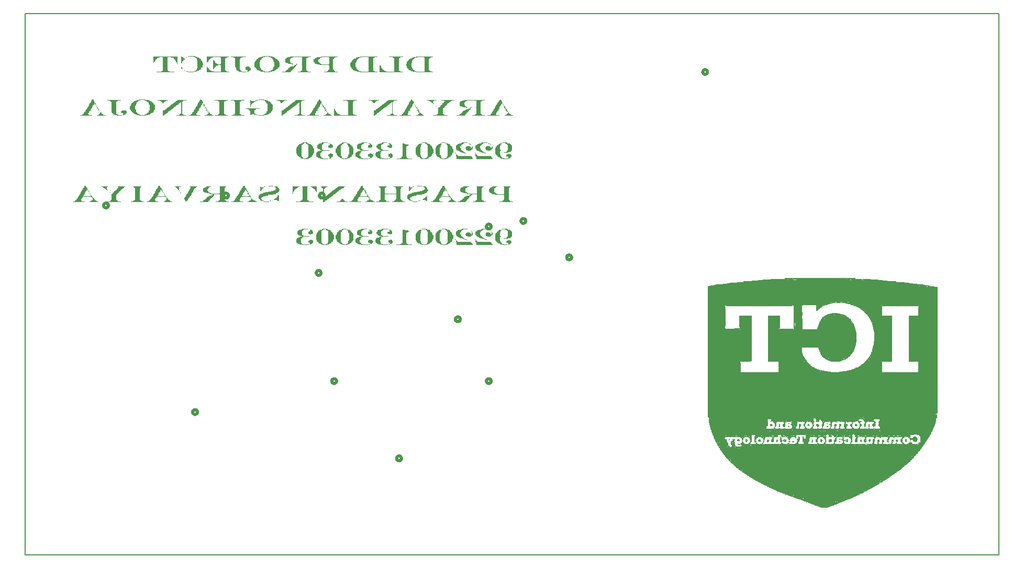
<source format=gbr>
G04 PROTEUS GERBER X2 FILE*
%TF.GenerationSoftware,Labcenter,Proteus,8.11-SP0-Build30052*%
%TF.CreationDate,2023-05-22T14:03:23+00:00*%
%TF.FileFunction,Legend,Bot*%
%TF.FilePolarity,Positive*%
%TF.Part,Single*%
%TF.SameCoordinates,{9aae922a-4e75-4b79-837c-5e4d9500d0df}*%
%FSLAX45Y45*%
%MOMM*%
G01*
%TA.AperFunction,Profile*%
%ADD70C,0.203200*%
%TA.AperFunction,Material*%
%ADD20C,0.508000*%
%TA.AperFunction,NonMaterial*%
%ADD22C,0.063500*%
%TD.AperFunction*%
D70*
X-15250000Y+4500000D02*
X+500000Y+4500000D01*
X+500000Y+13250000D01*
X-15250000Y+13250000D01*
X-15250000Y+4500000D01*
D20*
X-13902400Y+10150000D02*
X-13902531Y+10153158D01*
X-13903597Y+10159476D01*
X-13905828Y+10165794D01*
X-13909473Y+10172112D01*
X-13915048Y+10178351D01*
X-13921366Y+10182947D01*
X-13927684Y+10185880D01*
X-13934002Y+10187542D01*
X-13940320Y+10188100D01*
X-13940500Y+10188100D01*
X-13978600Y+10150000D02*
X-13978469Y+10153158D01*
X-13977403Y+10159476D01*
X-13975172Y+10165794D01*
X-13971527Y+10172112D01*
X-13965952Y+10178351D01*
X-13959634Y+10182947D01*
X-13953316Y+10185880D01*
X-13946998Y+10187542D01*
X-13940680Y+10188100D01*
X-13940500Y+10188100D01*
X-13978600Y+10150000D02*
X-13978469Y+10146842D01*
X-13977403Y+10140524D01*
X-13975172Y+10134206D01*
X-13971527Y+10127888D01*
X-13965952Y+10121649D01*
X-13959634Y+10117053D01*
X-13953316Y+10114120D01*
X-13946998Y+10112458D01*
X-13940680Y+10111900D01*
X-13940500Y+10111900D01*
X-13902400Y+10150000D02*
X-13902531Y+10146842D01*
X-13903597Y+10140524D01*
X-13905828Y+10134206D01*
X-13909473Y+10127888D01*
X-13915048Y+10121649D01*
X-13921366Y+10117053D01*
X-13927684Y+10114120D01*
X-13934002Y+10112458D01*
X-13940320Y+10111900D01*
X-13940500Y+10111900D01*
X-7152400Y+9900000D02*
X-7152531Y+9903158D01*
X-7153597Y+9909476D01*
X-7155828Y+9915794D01*
X-7159473Y+9922112D01*
X-7165048Y+9928351D01*
X-7171366Y+9932947D01*
X-7177684Y+9935880D01*
X-7184002Y+9937542D01*
X-7190320Y+9938100D01*
X-7190500Y+9938100D01*
X-7228600Y+9900000D02*
X-7228469Y+9903158D01*
X-7227403Y+9909476D01*
X-7225172Y+9915794D01*
X-7221527Y+9922112D01*
X-7215952Y+9928351D01*
X-7209634Y+9932947D01*
X-7203316Y+9935880D01*
X-7196998Y+9937542D01*
X-7190680Y+9938100D01*
X-7190500Y+9938100D01*
X-7228600Y+9900000D02*
X-7228469Y+9896842D01*
X-7227403Y+9890524D01*
X-7225172Y+9884206D01*
X-7221527Y+9877888D01*
X-7215952Y+9871649D01*
X-7209634Y+9867053D01*
X-7203316Y+9864120D01*
X-7196998Y+9862458D01*
X-7190680Y+9861900D01*
X-7190500Y+9861900D01*
X-7152400Y+9900000D02*
X-7152531Y+9896842D01*
X-7153597Y+9890524D01*
X-7155828Y+9884206D01*
X-7159473Y+9877888D01*
X-7165048Y+9871649D01*
X-7171366Y+9867053D01*
X-7177684Y+9864120D01*
X-7184002Y+9862458D01*
X-7190320Y+9861900D01*
X-7190500Y+9861900D01*
X-6411900Y+9309500D02*
X-6412031Y+9312658D01*
X-6413097Y+9318976D01*
X-6415328Y+9325294D01*
X-6418973Y+9331612D01*
X-6424548Y+9337851D01*
X-6430866Y+9342447D01*
X-6437184Y+9345380D01*
X-6443502Y+9347042D01*
X-6449820Y+9347600D01*
X-6450000Y+9347600D01*
X-6488100Y+9309500D02*
X-6487969Y+9312658D01*
X-6486903Y+9318976D01*
X-6484672Y+9325294D01*
X-6481027Y+9331612D01*
X-6475452Y+9337851D01*
X-6469134Y+9342447D01*
X-6462816Y+9345380D01*
X-6456498Y+9347042D01*
X-6450180Y+9347600D01*
X-6450000Y+9347600D01*
X-6488100Y+9309500D02*
X-6487969Y+9306342D01*
X-6486903Y+9300024D01*
X-6484672Y+9293706D01*
X-6481027Y+9287388D01*
X-6475452Y+9281149D01*
X-6469134Y+9276553D01*
X-6462816Y+9273620D01*
X-6456498Y+9271958D01*
X-6450180Y+9271400D01*
X-6450000Y+9271400D01*
X-6411900Y+9309500D02*
X-6412031Y+9306342D01*
X-6413097Y+9300024D01*
X-6415328Y+9293706D01*
X-6418973Y+9287388D01*
X-6424548Y+9281149D01*
X-6430866Y+9276553D01*
X-6437184Y+9273620D01*
X-6443502Y+9271958D01*
X-6449820Y+9271400D01*
X-6450000Y+9271400D01*
X-10411900Y+10309500D02*
X-10412031Y+10312658D01*
X-10413097Y+10318976D01*
X-10415328Y+10325294D01*
X-10418973Y+10331612D01*
X-10424548Y+10337851D01*
X-10430866Y+10342447D01*
X-10437184Y+10345380D01*
X-10443502Y+10347042D01*
X-10449820Y+10347600D01*
X-10450000Y+10347600D01*
X-10488100Y+10309500D02*
X-10487969Y+10312658D01*
X-10486903Y+10318976D01*
X-10484672Y+10325294D01*
X-10481027Y+10331612D01*
X-10475452Y+10337851D01*
X-10469134Y+10342447D01*
X-10462816Y+10345380D01*
X-10456498Y+10347042D01*
X-10450180Y+10347600D01*
X-10450000Y+10347600D01*
X-10488100Y+10309500D02*
X-10487969Y+10306342D01*
X-10486903Y+10300024D01*
X-10484672Y+10293706D01*
X-10481027Y+10287388D01*
X-10475452Y+10281149D01*
X-10469134Y+10276553D01*
X-10462816Y+10273620D01*
X-10456498Y+10271958D01*
X-10450180Y+10271400D01*
X-10450000Y+10271400D01*
X-10411900Y+10309500D02*
X-10412031Y+10306342D01*
X-10413097Y+10300024D01*
X-10415328Y+10293706D01*
X-10418973Y+10287388D01*
X-10424548Y+10281149D01*
X-10430866Y+10276553D01*
X-10437184Y+10273620D01*
X-10443502Y+10271958D01*
X-10449820Y+10271400D01*
X-10450000Y+10271400D01*
X-9161900Y+6059500D02*
X-9162031Y+6062658D01*
X-9163097Y+6068976D01*
X-9165328Y+6075294D01*
X-9168973Y+6081612D01*
X-9174548Y+6087851D01*
X-9180866Y+6092447D01*
X-9187184Y+6095380D01*
X-9193502Y+6097042D01*
X-9199820Y+6097600D01*
X-9200000Y+6097600D01*
X-9238100Y+6059500D02*
X-9237969Y+6062658D01*
X-9236903Y+6068976D01*
X-9234672Y+6075294D01*
X-9231027Y+6081612D01*
X-9225452Y+6087851D01*
X-9219134Y+6092447D01*
X-9212816Y+6095380D01*
X-9206498Y+6097042D01*
X-9200180Y+6097600D01*
X-9200000Y+6097600D01*
X-9238100Y+6059500D02*
X-9237969Y+6056342D01*
X-9236903Y+6050024D01*
X-9234672Y+6043706D01*
X-9231027Y+6037388D01*
X-9225452Y+6031149D01*
X-9219134Y+6026553D01*
X-9212816Y+6023620D01*
X-9206498Y+6021958D01*
X-9200180Y+6021400D01*
X-9200000Y+6021400D01*
X-9161900Y+6059500D02*
X-9162031Y+6056342D01*
X-9163097Y+6050024D01*
X-9165328Y+6043706D01*
X-9168973Y+6037388D01*
X-9174548Y+6031149D01*
X-9180866Y+6026553D01*
X-9187184Y+6023620D01*
X-9193502Y+6021958D01*
X-9199820Y+6021400D01*
X-9200000Y+6021400D01*
X-7711900Y+7309500D02*
X-7712031Y+7312658D01*
X-7713097Y+7318976D01*
X-7715328Y+7325294D01*
X-7718973Y+7331612D01*
X-7724548Y+7337851D01*
X-7730866Y+7342447D01*
X-7737184Y+7345380D01*
X-7743502Y+7347042D01*
X-7749820Y+7347600D01*
X-7750000Y+7347600D01*
X-7788100Y+7309500D02*
X-7787969Y+7312658D01*
X-7786903Y+7318976D01*
X-7784672Y+7325294D01*
X-7781027Y+7331612D01*
X-7775452Y+7337851D01*
X-7769134Y+7342447D01*
X-7762816Y+7345380D01*
X-7756498Y+7347042D01*
X-7750180Y+7347600D01*
X-7750000Y+7347600D01*
X-7788100Y+7309500D02*
X-7787969Y+7306342D01*
X-7786903Y+7300024D01*
X-7784672Y+7293706D01*
X-7781027Y+7287388D01*
X-7775452Y+7281149D01*
X-7769134Y+7276553D01*
X-7762816Y+7273620D01*
X-7756498Y+7271958D01*
X-7750180Y+7271400D01*
X-7750000Y+7271400D01*
X-7711900Y+7309500D02*
X-7712031Y+7306342D01*
X-7713097Y+7300024D01*
X-7715328Y+7293706D01*
X-7718973Y+7287388D01*
X-7724548Y+7281149D01*
X-7730866Y+7276553D01*
X-7737184Y+7273620D01*
X-7743502Y+7271958D01*
X-7749820Y+7271400D01*
X-7750000Y+7271400D01*
X-11961900Y+10309500D02*
X-11962031Y+10312658D01*
X-11963097Y+10318976D01*
X-11965328Y+10325294D01*
X-11968973Y+10331612D01*
X-11974548Y+10337851D01*
X-11980866Y+10342447D01*
X-11987184Y+10345380D01*
X-11993502Y+10347042D01*
X-11999820Y+10347600D01*
X-12000000Y+10347600D01*
X-12038100Y+10309500D02*
X-12037969Y+10312658D01*
X-12036903Y+10318976D01*
X-12034672Y+10325294D01*
X-12031027Y+10331612D01*
X-12025452Y+10337851D01*
X-12019134Y+10342447D01*
X-12012816Y+10345380D01*
X-12006498Y+10347042D01*
X-12000180Y+10347600D01*
X-12000000Y+10347600D01*
X-12038100Y+10309500D02*
X-12037969Y+10306342D01*
X-12036903Y+10300024D01*
X-12034672Y+10293706D01*
X-12031027Y+10287388D01*
X-12025452Y+10281149D01*
X-12019134Y+10276553D01*
X-12012816Y+10273620D01*
X-12006498Y+10271958D01*
X-12000180Y+10271400D01*
X-12000000Y+10271400D01*
X-11961900Y+10309500D02*
X-11962031Y+10306342D01*
X-11963097Y+10300024D01*
X-11965328Y+10293706D01*
X-11968973Y+10287388D01*
X-11974548Y+10281149D01*
X-11980866Y+10276553D01*
X-11987184Y+10273620D01*
X-11993502Y+10271958D01*
X-11999820Y+10271400D01*
X-12000000Y+10271400D01*
X-12461900Y+6809500D02*
X-12462031Y+6812658D01*
X-12463097Y+6818976D01*
X-12465328Y+6825294D01*
X-12468973Y+6831612D01*
X-12474548Y+6837851D01*
X-12480866Y+6842447D01*
X-12487184Y+6845380D01*
X-12493502Y+6847042D01*
X-12499820Y+6847600D01*
X-12500000Y+6847600D01*
X-12538100Y+6809500D02*
X-12537969Y+6812658D01*
X-12536903Y+6818976D01*
X-12534672Y+6825294D01*
X-12531027Y+6831612D01*
X-12525452Y+6837851D01*
X-12519134Y+6842447D01*
X-12512816Y+6845380D01*
X-12506498Y+6847042D01*
X-12500180Y+6847600D01*
X-12500000Y+6847600D01*
X-12538100Y+6809500D02*
X-12537969Y+6806342D01*
X-12536903Y+6800024D01*
X-12534672Y+6793706D01*
X-12531027Y+6787388D01*
X-12525452Y+6781149D01*
X-12519134Y+6776553D01*
X-12512816Y+6773620D01*
X-12506498Y+6771958D01*
X-12500180Y+6771400D01*
X-12500000Y+6771400D01*
X-12461900Y+6809500D02*
X-12462031Y+6806342D01*
X-12463097Y+6800024D01*
X-12465328Y+6793706D01*
X-12468973Y+6787388D01*
X-12474548Y+6781149D01*
X-12480866Y+6776553D01*
X-12487184Y+6773620D01*
X-12493502Y+6771958D01*
X-12499820Y+6771400D01*
X-12500000Y+6771400D01*
X-10211900Y+7309500D02*
X-10212031Y+7312658D01*
X-10213097Y+7318976D01*
X-10215328Y+7325294D01*
X-10218973Y+7331612D01*
X-10224548Y+7337851D01*
X-10230866Y+7342447D01*
X-10237184Y+7345380D01*
X-10243502Y+7347042D01*
X-10249820Y+7347600D01*
X-10250000Y+7347600D01*
X-10288100Y+7309500D02*
X-10287969Y+7312658D01*
X-10286903Y+7318976D01*
X-10284672Y+7325294D01*
X-10281027Y+7331612D01*
X-10275452Y+7337851D01*
X-10269134Y+7342447D01*
X-10262816Y+7345380D01*
X-10256498Y+7347042D01*
X-10250180Y+7347600D01*
X-10250000Y+7347600D01*
X-10288100Y+7309500D02*
X-10287969Y+7306342D01*
X-10286903Y+7300024D01*
X-10284672Y+7293706D01*
X-10281027Y+7287388D01*
X-10275452Y+7281149D01*
X-10269134Y+7276553D01*
X-10262816Y+7273620D01*
X-10256498Y+7271958D01*
X-10250180Y+7271400D01*
X-10250000Y+7271400D01*
X-10211900Y+7309500D02*
X-10212031Y+7306342D01*
X-10213097Y+7300024D01*
X-10215328Y+7293706D01*
X-10218973Y+7287388D01*
X-10224548Y+7281149D01*
X-10230866Y+7276553D01*
X-10237184Y+7273620D01*
X-10243502Y+7271958D01*
X-10249820Y+7271400D01*
X-10250000Y+7271400D01*
X-10461900Y+9059500D02*
X-10462031Y+9062658D01*
X-10463097Y+9068976D01*
X-10465328Y+9075294D01*
X-10468973Y+9081612D01*
X-10474548Y+9087851D01*
X-10480866Y+9092447D01*
X-10487184Y+9095380D01*
X-10493502Y+9097042D01*
X-10499820Y+9097600D01*
X-10500000Y+9097600D01*
X-10538100Y+9059500D02*
X-10537969Y+9062658D01*
X-10536903Y+9068976D01*
X-10534672Y+9075294D01*
X-10531027Y+9081612D01*
X-10525452Y+9087851D01*
X-10519134Y+9092447D01*
X-10512816Y+9095380D01*
X-10506498Y+9097042D01*
X-10500180Y+9097600D01*
X-10500000Y+9097600D01*
X-10538100Y+9059500D02*
X-10537969Y+9056342D01*
X-10536903Y+9050024D01*
X-10534672Y+9043706D01*
X-10531027Y+9037388D01*
X-10525452Y+9031149D01*
X-10519134Y+9026553D01*
X-10512816Y+9023620D01*
X-10506498Y+9021958D01*
X-10500180Y+9021400D01*
X-10500000Y+9021400D01*
X-10461900Y+9059500D02*
X-10462031Y+9056342D01*
X-10463097Y+9050024D01*
X-10465328Y+9043706D01*
X-10468973Y+9037388D01*
X-10474548Y+9031149D01*
X-10480866Y+9026553D01*
X-10487184Y+9023620D01*
X-10493502Y+9021958D01*
X-10499820Y+9021400D01*
X-10500000Y+9021400D01*
X-8211900Y+8309500D02*
X-8212031Y+8312658D01*
X-8213097Y+8318976D01*
X-8215328Y+8325294D01*
X-8218973Y+8331612D01*
X-8224548Y+8337851D01*
X-8230866Y+8342447D01*
X-8237184Y+8345380D01*
X-8243502Y+8347042D01*
X-8249820Y+8347600D01*
X-8250000Y+8347600D01*
X-8288100Y+8309500D02*
X-8287969Y+8312658D01*
X-8286903Y+8318976D01*
X-8284672Y+8325294D01*
X-8281027Y+8331612D01*
X-8275452Y+8337851D01*
X-8269134Y+8342447D01*
X-8262816Y+8345380D01*
X-8256498Y+8347042D01*
X-8250180Y+8347600D01*
X-8250000Y+8347600D01*
X-8288100Y+8309500D02*
X-8287969Y+8306342D01*
X-8286903Y+8300024D01*
X-8284672Y+8293706D01*
X-8281027Y+8287388D01*
X-8275452Y+8281149D01*
X-8269134Y+8276553D01*
X-8262816Y+8273620D01*
X-8256498Y+8271958D01*
X-8250180Y+8271400D01*
X-8250000Y+8271400D01*
X-8211900Y+8309500D02*
X-8212031Y+8306342D01*
X-8213097Y+8300024D01*
X-8215328Y+8293706D01*
X-8218973Y+8287388D01*
X-8224548Y+8281149D01*
X-8230866Y+8276553D01*
X-8237184Y+8273620D01*
X-8243502Y+8271958D01*
X-8249820Y+8271400D01*
X-8250000Y+8271400D01*
X-4211900Y+12309500D02*
X-4212031Y+12312658D01*
X-4213097Y+12318976D01*
X-4215328Y+12325294D01*
X-4218973Y+12331612D01*
X-4224548Y+12337851D01*
X-4230866Y+12342447D01*
X-4237184Y+12345380D01*
X-4243502Y+12347042D01*
X-4249820Y+12347600D01*
X-4250000Y+12347600D01*
X-4288100Y+12309500D02*
X-4287969Y+12312658D01*
X-4286903Y+12318976D01*
X-4284672Y+12325294D01*
X-4281027Y+12331612D01*
X-4275452Y+12337851D01*
X-4269134Y+12342447D01*
X-4262816Y+12345380D01*
X-4256498Y+12347042D01*
X-4250180Y+12347600D01*
X-4250000Y+12347600D01*
X-4288100Y+12309500D02*
X-4287969Y+12306342D01*
X-4286903Y+12300024D01*
X-4284672Y+12293706D01*
X-4281027Y+12287388D01*
X-4275452Y+12281149D01*
X-4269134Y+12276553D01*
X-4262816Y+12273620D01*
X-4256498Y+12271958D01*
X-4250180Y+12271400D01*
X-4250000Y+12271400D01*
X-4211900Y+12309500D02*
X-4212031Y+12306342D01*
X-4213097Y+12300024D01*
X-4215328Y+12293706D01*
X-4218973Y+12287388D01*
X-4224548Y+12281149D01*
X-4230866Y+12276553D01*
X-4237184Y+12273620D01*
X-4243502Y+12271958D01*
X-4249820Y+12271400D01*
X-4250000Y+12271400D01*
X-7711900Y+9809500D02*
X-7712031Y+9812658D01*
X-7713097Y+9818976D01*
X-7715328Y+9825294D01*
X-7718973Y+9831612D01*
X-7724548Y+9837851D01*
X-7730866Y+9842447D01*
X-7737184Y+9845380D01*
X-7743502Y+9847042D01*
X-7749820Y+9847600D01*
X-7750000Y+9847600D01*
X-7788100Y+9809500D02*
X-7787969Y+9812658D01*
X-7786903Y+9818976D01*
X-7784672Y+9825294D01*
X-7781027Y+9831612D01*
X-7775452Y+9837851D01*
X-7769134Y+9842447D01*
X-7762816Y+9845380D01*
X-7756498Y+9847042D01*
X-7750180Y+9847600D01*
X-7750000Y+9847600D01*
X-7788100Y+9809500D02*
X-7787969Y+9806342D01*
X-7786903Y+9800024D01*
X-7784672Y+9793706D01*
X-7781027Y+9787388D01*
X-7775452Y+9781149D01*
X-7769134Y+9776553D01*
X-7762816Y+9773620D01*
X-7756498Y+9771958D01*
X-7750180Y+9771400D01*
X-7750000Y+9771400D01*
X-7711900Y+9809500D02*
X-7712031Y+9806342D01*
X-7713097Y+9800024D01*
X-7715328Y+9793706D01*
X-7718973Y+9787388D01*
X-7724548Y+9781149D01*
X-7730866Y+9776553D01*
X-7737184Y+9773620D01*
X-7743502Y+9771958D01*
X-7749820Y+9771400D01*
X-7750000Y+9771400D01*
D22*
X-2345135Y+5266746D02*
X-2299415Y+5266746D01*
X-2380695Y+5271826D02*
X-2279095Y+5271826D01*
X-2385775Y+5276906D02*
X-2274015Y+5276906D01*
X-2406095Y+5281986D02*
X-2248615Y+5281986D01*
X-2421335Y+5287066D02*
X-2233375Y+5287066D01*
X-2426415Y+5292146D02*
X-2228295Y+5292146D01*
X-2446735Y+5297226D02*
X-2436575Y+5297226D01*
X-2426415Y+5297226D02*
X-2406095Y+5297226D01*
X-2401015Y+5297226D02*
X-2375615Y+5297226D01*
X-2365455Y+5297226D02*
X-2284175Y+5297226D01*
X-2279095Y+5297226D02*
X-2207975Y+5297226D01*
X-2461975Y+5302306D02*
X-2441655Y+5302306D01*
X-2421335Y+5302306D02*
X-2411175Y+5302306D01*
X-2395935Y+5302306D02*
X-2380695Y+5302306D01*
X-2360375Y+5302306D02*
X-2284175Y+5302306D01*
X-2274015Y+5302306D02*
X-2192735Y+5302306D01*
X-2482295Y+5307386D02*
X-2416255Y+5307386D01*
X-2406095Y+5307386D02*
X-2172415Y+5307386D01*
X-2487375Y+5312466D02*
X-2416255Y+5312466D01*
X-2406095Y+5312466D02*
X-2167335Y+5312466D01*
X-2497535Y+5317546D02*
X-2152095Y+5317546D01*
X-2512775Y+5322626D02*
X-2136855Y+5322626D01*
X-2517855Y+5327706D02*
X-2136855Y+5327706D01*
X-2538175Y+5332786D02*
X-2116535Y+5332786D01*
X-2553415Y+5337866D02*
X-2101295Y+5337866D01*
X-2573735Y+5342946D02*
X-2543255Y+5342946D01*
X-2528015Y+5342946D02*
X-2086055Y+5342946D01*
X-2578815Y+5348026D02*
X-2543255Y+5348026D01*
X-2528015Y+5348026D02*
X-2162255Y+5348026D01*
X-2141935Y+5348026D02*
X-2080975Y+5348026D01*
X-2594055Y+5353106D02*
X-2543255Y+5353106D01*
X-2533095Y+5353106D02*
X-2162255Y+5353106D01*
X-2141935Y+5353106D02*
X-2060655Y+5353106D01*
X-2614375Y+5358186D02*
X-2604215Y+5358186D01*
X-2594055Y+5358186D02*
X-2121615Y+5358186D01*
X-2106375Y+5358186D02*
X-2045415Y+5358186D01*
X-2619455Y+5363266D02*
X-2599135Y+5363266D01*
X-2594055Y+5363266D02*
X-2162255Y+5363266D01*
X-2141935Y+5363266D02*
X-2121615Y+5363266D01*
X-2106375Y+5363266D02*
X-2101295Y+5363266D01*
X-2091135Y+5363266D02*
X-2040335Y+5363266D01*
X-2624535Y+5368346D02*
X-2162255Y+5368346D01*
X-2141935Y+5368346D02*
X-2101295Y+5368346D01*
X-2091135Y+5368346D02*
X-2020015Y+5368346D01*
X-2655015Y+5373426D02*
X-2004775Y+5373426D01*
X-2660095Y+5378506D02*
X-1999695Y+5378506D01*
X-2665175Y+5383586D02*
X-1994615Y+5383586D01*
X-2695655Y+5388666D02*
X-1969215Y+5388666D01*
X-2705815Y+5393746D02*
X-2665175Y+5393746D01*
X-2655015Y+5393746D02*
X-1959055Y+5393746D01*
X-2710895Y+5398826D02*
X-2695655Y+5398826D01*
X-2680415Y+5398826D02*
X-1974295Y+5398826D01*
X-1964135Y+5398826D02*
X-1953975Y+5398826D01*
X-2731215Y+5403906D02*
X-2695655Y+5403906D01*
X-2680415Y+5403906D02*
X-1974295Y+5403906D01*
X-1964135Y+5403906D02*
X-1943815Y+5403906D01*
X-2746455Y+5408986D02*
X-1923495Y+5408986D01*
X-2766775Y+5414066D02*
X-2726135Y+5414066D01*
X-2715975Y+5414066D02*
X-2680415Y+5414066D01*
X-2660095Y+5414066D02*
X-1974295Y+5414066D01*
X-1964135Y+5414066D02*
X-1908255Y+5414066D01*
X-2771855Y+5419146D02*
X-2726135Y+5419146D01*
X-2715975Y+5419146D02*
X-2695655Y+5419146D01*
X-2685495Y+5419146D02*
X-2680415Y+5419146D01*
X-2665175Y+5419146D02*
X-1974295Y+5419146D01*
X-1969215Y+5419146D02*
X-1903175Y+5419146D01*
X-2792175Y+5424226D02*
X-2695655Y+5424226D01*
X-2685495Y+5424226D02*
X-1882855Y+5424226D01*
X-2807415Y+5429306D02*
X-1867615Y+5429306D01*
X-2812495Y+5434386D02*
X-1887935Y+5434386D01*
X-1877775Y+5434386D02*
X-1862535Y+5434386D01*
X-2827735Y+5439466D02*
X-1887935Y+5439466D01*
X-1882855Y+5439466D02*
X-1857455Y+5439466D01*
X-2848055Y+5444546D02*
X-1842215Y+5444546D01*
X-2863295Y+5449626D02*
X-1872695Y+5449626D01*
X-1857455Y+5449626D02*
X-1832055Y+5449626D01*
X-2863295Y+5454706D02*
X-1872695Y+5454706D01*
X-1857455Y+5454706D02*
X-1826975Y+5454706D01*
X-2888695Y+5459786D02*
X-2832815Y+5459786D01*
X-2822655Y+5459786D02*
X-1811735Y+5459786D01*
X-2903935Y+5464866D02*
X-2837895Y+5464866D01*
X-2817575Y+5464866D02*
X-1796495Y+5464866D01*
X-2909015Y+5469946D02*
X-2832815Y+5469946D01*
X-2822655Y+5469946D02*
X-1857455Y+5469946D01*
X-1847295Y+5469946D02*
X-1791415Y+5469946D01*
X-2924255Y+5475026D02*
X-2848055Y+5475026D01*
X-2832815Y+5475026D02*
X-1882855Y+5475026D01*
X-1872695Y+5475026D02*
X-1857455Y+5475026D01*
X-1847295Y+5475026D02*
X-1771095Y+5475026D01*
X-2939495Y+5480106D02*
X-2853135Y+5480106D01*
X-2832815Y+5480106D02*
X-1882855Y+5480106D01*
X-1872695Y+5480106D02*
X-1760935Y+5480106D01*
X-2964895Y+5485186D02*
X-1750775Y+5485186D01*
X-2964895Y+5490266D02*
X-1766015Y+5490266D01*
X-1755855Y+5490266D02*
X-1750775Y+5490266D01*
X-2980135Y+5495346D02*
X-1766015Y+5495346D01*
X-1755855Y+5495346D02*
X-1735535Y+5495346D01*
X-2995375Y+5500426D02*
X-1720295Y+5500426D01*
X-3000455Y+5505506D02*
X-2990295Y+5505506D01*
X-2980135Y+5505506D02*
X-1791415Y+5505506D01*
X-1781255Y+5505506D02*
X-1715215Y+5505506D01*
X-3010615Y+5510586D02*
X-2990295Y+5510586D01*
X-2980135Y+5510586D02*
X-1786335Y+5510586D01*
X-1781255Y+5510586D02*
X-1705055Y+5510586D01*
X-3036015Y+5515666D02*
X-1694895Y+5515666D01*
X-3056335Y+5520746D02*
X-2975055Y+5520746D01*
X-2964895Y+5520746D02*
X-1684735Y+5520746D01*
X-3061415Y+5525826D02*
X-2995375Y+5525826D01*
X-2980135Y+5525826D02*
X-2975055Y+5525826D01*
X-2964895Y+5525826D02*
X-1740615Y+5525826D01*
X-1710135Y+5525826D02*
X-1679655Y+5525826D01*
X-3071575Y+5530906D02*
X-2995375Y+5530906D01*
X-2980135Y+5530906D02*
X-1740615Y+5530906D01*
X-1710135Y+5530906D02*
X-1694895Y+5530906D01*
X-1679655Y+5530906D02*
X-1664415Y+5530906D01*
X-3086815Y+5535986D02*
X-3036015Y+5535986D01*
X-3025855Y+5535986D02*
X-1694895Y+5535986D01*
X-1679655Y+5535986D02*
X-1649175Y+5535986D01*
X-3102055Y+5541066D02*
X-1664415Y+5541066D01*
X-1654255Y+5541066D02*
X-1639015Y+5541066D01*
X-3107135Y+5546146D02*
X-3096975Y+5546146D01*
X-3091895Y+5546146D02*
X-1664415Y+5546146D01*
X-1654255Y+5546146D02*
X-1633935Y+5546146D01*
X-3117295Y+5551226D02*
X-3096975Y+5551226D01*
X-3086815Y+5551226D02*
X-1628855Y+5551226D01*
X-3132535Y+5556306D02*
X-1618695Y+5556306D01*
X-3137615Y+5561386D02*
X-1618695Y+5561386D01*
X-3152855Y+5566466D02*
X-1593295Y+5566466D01*
X-3163015Y+5571546D02*
X-1583135Y+5571546D01*
X-3178255Y+5576626D02*
X-3122375Y+5576626D01*
X-3112215Y+5576626D02*
X-1572975Y+5576626D01*
X-3183335Y+5581706D02*
X-3122375Y+5581706D01*
X-3112215Y+5581706D02*
X-3096975Y+5581706D01*
X-3091895Y+5581706D02*
X-1588215Y+5581706D01*
X-1578055Y+5581706D02*
X-1572975Y+5581706D01*
X-3188415Y+5586786D02*
X-3096975Y+5586786D01*
X-3086815Y+5586786D02*
X-1588215Y+5586786D01*
X-1578055Y+5586786D02*
X-1557735Y+5586786D01*
X-3213815Y+5591866D02*
X-1603455Y+5591866D01*
X-1593295Y+5591866D02*
X-1552655Y+5591866D01*
X-3213815Y+5596946D02*
X-1547575Y+5596946D01*
X-3229055Y+5602026D02*
X-1532335Y+5602026D01*
X-3234135Y+5607106D02*
X-1527255Y+5607106D01*
X-3249375Y+5612186D02*
X-1512015Y+5612186D01*
X-3254455Y+5617266D02*
X-1506935Y+5617266D01*
X-3274775Y+5622346D02*
X-1496775Y+5622346D01*
X-3279855Y+5627426D02*
X-1542495Y+5627426D01*
X-1532335Y+5627426D02*
X-1486615Y+5627426D01*
X-3284935Y+5632506D02*
X-1537415Y+5632506D01*
X-1532335Y+5632506D02*
X-1486615Y+5632506D01*
X-3300175Y+5637586D02*
X-1491695Y+5637586D01*
X-1486615Y+5637586D02*
X-1471375Y+5637586D01*
X-3310335Y+5642666D02*
X-1496775Y+5642666D01*
X-1486615Y+5642666D02*
X-1456135Y+5642666D01*
X-3325575Y+5647746D02*
X-3310335Y+5647746D01*
X-3295095Y+5647746D02*
X-1542495Y+5647746D01*
X-1532335Y+5647746D02*
X-1451055Y+5647746D01*
X-3330655Y+5652826D02*
X-3305255Y+5652826D01*
X-3300175Y+5652826D02*
X-1537415Y+5652826D01*
X-1532335Y+5652826D02*
X-1445975Y+5652826D01*
X-3345895Y+5657906D02*
X-1435815Y+5657906D01*
X-3350975Y+5662986D02*
X-1435815Y+5662986D01*
X-3356055Y+5668066D02*
X-1430735Y+5668066D01*
X-3366215Y+5673146D02*
X-3345895Y+5673146D01*
X-3340815Y+5673146D02*
X-1435815Y+5673146D01*
X-1425655Y+5673146D02*
X-1415495Y+5673146D01*
X-3376375Y+5678226D02*
X-3345895Y+5678226D01*
X-3335735Y+5678226D02*
X-1440895Y+5678226D01*
X-1420575Y+5678226D02*
X-1400255Y+5678226D01*
X-3386535Y+5683306D02*
X-3361135Y+5683306D01*
X-3350975Y+5683306D02*
X-1390095Y+5683306D01*
X-3391615Y+5688386D02*
X-3361135Y+5688386D01*
X-3356055Y+5688386D02*
X-1400255Y+5688386D01*
X-1390095Y+5688386D02*
X-1385015Y+5688386D01*
X-3406855Y+5693466D02*
X-1400255Y+5693466D01*
X-1390095Y+5693466D02*
X-1379935Y+5693466D01*
X-3422095Y+5698546D02*
X-3345895Y+5698546D01*
X-3335735Y+5698546D02*
X-1420575Y+5698546D01*
X-1405335Y+5698546D02*
X-1369775Y+5698546D01*
X-3427175Y+5703626D02*
X-3361135Y+5703626D01*
X-3350975Y+5703626D02*
X-1420575Y+5703626D01*
X-1390095Y+5703626D02*
X-1369775Y+5703626D01*
X-3422095Y+5708706D02*
X-3361135Y+5708706D01*
X-3350975Y+5708706D02*
X-1415495Y+5708706D01*
X-1390095Y+5708706D02*
X-1354535Y+5708706D01*
X-3442415Y+5713786D02*
X-3432255Y+5713786D01*
X-3422095Y+5713786D02*
X-1349455Y+5713786D01*
X-3452575Y+5718866D02*
X-1339295Y+5718866D01*
X-3452575Y+5723946D02*
X-1339295Y+5723946D01*
X-3467815Y+5729026D02*
X-3422095Y+5729026D01*
X-3411935Y+5729026D02*
X-1324055Y+5729026D01*
X-3472895Y+5734106D02*
X-3427175Y+5734106D01*
X-3406855Y+5734106D02*
X-1318975Y+5734106D01*
X-3477975Y+5739186D02*
X-3472895Y+5739186D01*
X-3462735Y+5739186D02*
X-3422095Y+5739186D01*
X-3411935Y+5739186D02*
X-1354535Y+5739186D01*
X-1344375Y+5739186D02*
X-1313895Y+5739186D01*
X-3493215Y+5744266D02*
X-3467815Y+5744266D01*
X-3462735Y+5744266D02*
X-1354535Y+5744266D01*
X-1344375Y+5744266D02*
X-1298655Y+5744266D01*
X-3498295Y+5749346D02*
X-1293575Y+5749346D01*
X-3513535Y+5754426D02*
X-3488135Y+5754426D01*
X-3477975Y+5754426D02*
X-1339295Y+5754426D01*
X-1329135Y+5754426D02*
X-1278335Y+5754426D01*
X-3518615Y+5759506D02*
X-3483055Y+5759506D01*
X-3477975Y+5759506D02*
X-3467815Y+5759506D01*
X-3462735Y+5759506D02*
X-1339295Y+5759506D01*
X-1329135Y+5759506D02*
X-1278335Y+5759506D01*
X-3528775Y+5764586D02*
X-3472895Y+5764586D01*
X-3462735Y+5764586D02*
X-1283415Y+5764586D01*
X-1278335Y+5764586D02*
X-1268175Y+5764586D01*
X-3538935Y+5769666D02*
X-1288495Y+5769666D01*
X-1273255Y+5769666D02*
X-1263095Y+5769666D01*
X-3544015Y+5774746D02*
X-1283415Y+5774746D01*
X-1278335Y+5774746D02*
X-1258015Y+5774746D01*
X-3544015Y+5779826D02*
X-1293575Y+5779826D01*
X-1283415Y+5779826D02*
X-1252935Y+5779826D01*
X-3559255Y+5784906D02*
X-1293575Y+5784906D01*
X-1283415Y+5784906D02*
X-1237695Y+5784906D01*
X-3569415Y+5789986D02*
X-3554175Y+5789986D01*
X-3544015Y+5789986D02*
X-1232615Y+5789986D01*
X-3569415Y+5795066D02*
X-3554175Y+5795066D01*
X-3549095Y+5795066D02*
X-1278335Y+5795066D01*
X-1268175Y+5795066D02*
X-1227535Y+5795066D01*
X-3584655Y+5800146D02*
X-3569415Y+5800146D01*
X-3564335Y+5800146D02*
X-3538935Y+5800146D01*
X-3533855Y+5800146D02*
X-1278335Y+5800146D01*
X-1268175Y+5800146D02*
X-1222455Y+5800146D01*
X-3589735Y+5805226D02*
X-3574495Y+5805226D01*
X-3559255Y+5805226D02*
X-3538935Y+5805226D01*
X-3528775Y+5805226D02*
X-1207215Y+5805226D01*
X-3594815Y+5810306D02*
X-3584655Y+5810306D01*
X-3574495Y+5810306D02*
X-1263095Y+5810306D01*
X-1252935Y+5810306D02*
X-1202135Y+5810306D01*
X-3610055Y+5815386D02*
X-3584655Y+5815386D01*
X-3579575Y+5815386D02*
X-1278335Y+5815386D01*
X-1268175Y+5815386D02*
X-1263095Y+5815386D01*
X-1252935Y+5815386D02*
X-1237695Y+5815386D01*
X-1232615Y+5815386D02*
X-1197055Y+5815386D01*
X-3615135Y+5820466D02*
X-1278335Y+5820466D01*
X-1268175Y+5820466D02*
X-1237695Y+5820466D01*
X-1227535Y+5820466D02*
X-1191975Y+5820466D01*
X-3620215Y+5825546D02*
X-1176735Y+5825546D01*
X-3625295Y+5830626D02*
X-1176735Y+5830626D01*
X-3630375Y+5835706D02*
X-1171655Y+5835706D01*
X-3645615Y+5840786D02*
X-1161495Y+5840786D01*
X-3650695Y+5845866D02*
X-1156415Y+5845866D01*
X-3655775Y+5850946D02*
X-1166575Y+5850946D01*
X-1161495Y+5850946D02*
X-1151335Y+5850946D01*
X-3660855Y+5856026D02*
X-1171655Y+5856026D01*
X-1156415Y+5856026D02*
X-1141175Y+5856026D01*
X-3676095Y+5861106D02*
X-1131015Y+5861106D01*
X-3681175Y+5866186D02*
X-3665935Y+5866186D01*
X-3655775Y+5866186D02*
X-1125935Y+5866186D01*
X-3686255Y+5871266D02*
X-3665935Y+5871266D01*
X-3650695Y+5871266D02*
X-1166575Y+5871266D01*
X-1161495Y+5871266D02*
X-1120855Y+5871266D01*
X-3691335Y+5876346D02*
X-3655775Y+5876346D01*
X-3645615Y+5876346D02*
X-1171655Y+5876346D01*
X-1156415Y+5876346D02*
X-1105615Y+5876346D01*
X-3706575Y+5881426D02*
X-1100535Y+5881426D01*
X-3706575Y+5886506D02*
X-1100535Y+5886506D01*
X-3706575Y+5891586D02*
X-1090375Y+5891586D01*
X-3716735Y+5896666D02*
X-1085295Y+5896666D01*
X-3716735Y+5901746D02*
X-1080215Y+5901746D01*
X-3731975Y+5906826D02*
X-3716735Y+5906826D01*
X-3711655Y+5906826D02*
X-1075135Y+5906826D01*
X-3737055Y+5911906D02*
X-3716735Y+5911906D01*
X-3706575Y+5911906D02*
X-1070055Y+5911906D01*
X-3747215Y+5916986D02*
X-1064975Y+5916986D01*
X-3747215Y+5922066D02*
X-3731975Y+5922066D01*
X-3726895Y+5922066D02*
X-1059895Y+5922066D01*
X-3752295Y+5927146D02*
X-3731975Y+5927146D01*
X-3721815Y+5927146D02*
X-1054815Y+5927146D01*
X-3762455Y+5932226D02*
X-3721815Y+5932226D01*
X-3706575Y+5932226D02*
X-1039575Y+5932226D01*
X-3767535Y+5937306D02*
X-3716735Y+5937306D01*
X-3711655Y+5937306D02*
X-1034495Y+5937306D01*
X-3777695Y+5942386D02*
X-1029415Y+5942386D01*
X-3777695Y+5947466D02*
X-1029415Y+5947466D01*
X-3782775Y+5952546D02*
X-1014175Y+5952546D01*
X-3787855Y+5957626D02*
X-1014175Y+5957626D01*
X-3792935Y+5962706D02*
X-1009095Y+5962706D01*
X-3798015Y+5967786D02*
X-3787855Y+5967786D01*
X-3777695Y+5967786D02*
X-998935Y+5967786D01*
X-3803095Y+5972866D02*
X-993855Y+5972866D01*
X-3808175Y+5977946D02*
X-988775Y+5977946D01*
X-3818335Y+5983026D02*
X-983695Y+5983026D01*
X-3828495Y+5988106D02*
X-978615Y+5988106D01*
X-3833575Y+5993186D02*
X-973535Y+5993186D01*
X-3833575Y+5998266D02*
X-968455Y+5998266D01*
X-3838655Y+6003346D02*
X-963375Y+6003346D01*
X-3843735Y+6008426D02*
X-958295Y+6008426D01*
X-3848815Y+6013506D02*
X-3838655Y+6013506D01*
X-3833575Y+6013506D02*
X-953215Y+6013506D01*
X-3853895Y+6018586D02*
X-3843735Y+6018586D01*
X-3833575Y+6018586D02*
X-943055Y+6018586D01*
X-3864055Y+6023666D02*
X-3848815Y+6023666D01*
X-3838655Y+6023666D02*
X-983695Y+6023666D01*
X-973535Y+6023666D02*
X-937975Y+6023666D01*
X-3864055Y+6028746D02*
X-3848815Y+6028746D01*
X-3843735Y+6028746D02*
X-983695Y+6028746D01*
X-973535Y+6028746D02*
X-932895Y+6028746D01*
X-3869135Y+6033826D02*
X-983695Y+6033826D01*
X-973535Y+6033826D02*
X-927815Y+6033826D01*
X-3879295Y+6038906D02*
X-922735Y+6038906D01*
X-3879295Y+6043986D02*
X-3848815Y+6043986D01*
X-3838655Y+6043986D02*
X-968455Y+6043986D01*
X-958295Y+6043986D02*
X-917655Y+6043986D01*
X-3879295Y+6049066D02*
X-3848815Y+6049066D01*
X-3838655Y+6049066D02*
X-968455Y+6049066D01*
X-958295Y+6049066D02*
X-912575Y+6049066D01*
X-3894535Y+6054146D02*
X-907495Y+6054146D01*
X-3894535Y+6059226D02*
X-907495Y+6059226D01*
X-3894535Y+6064306D02*
X-912575Y+6064306D01*
X-3904695Y+6069386D02*
X-912575Y+6069386D01*
X-902415Y+6069386D02*
X-892255Y+6069386D01*
X-3909775Y+6074466D02*
X-892255Y+6074466D01*
X-3909775Y+6079546D02*
X-922735Y+6079546D01*
X-912575Y+6079546D02*
X-897335Y+6079546D01*
X-3909775Y+6084626D02*
X-922735Y+6084626D01*
X-912575Y+6084626D02*
X-897335Y+6084626D01*
X-887175Y+6084626D02*
X-882095Y+6084626D01*
X-3914855Y+6089706D02*
X-877015Y+6089706D01*
X-3925015Y+6094786D02*
X-912575Y+6094786D01*
X-902415Y+6094786D02*
X-877015Y+6094786D01*
X-3925015Y+6099866D02*
X-3904695Y+6099866D01*
X-3894535Y+6099866D02*
X-922735Y+6099866D01*
X-907495Y+6099866D02*
X-871935Y+6099866D01*
X-3935175Y+6104946D02*
X-3904695Y+6104946D01*
X-3894535Y+6104946D02*
X-922735Y+6104946D01*
X-912575Y+6104946D02*
X-861775Y+6104946D01*
X-3940255Y+6110026D02*
X-851615Y+6110026D01*
X-3940255Y+6115106D02*
X-851615Y+6115106D01*
X-3940255Y+6120186D02*
X-851615Y+6120186D01*
X-3950415Y+6125266D02*
X-846535Y+6125266D01*
X-3955495Y+6130346D02*
X-836375Y+6130346D01*
X-3955495Y+6135426D02*
X-836375Y+6135426D01*
X-3955495Y+6140506D02*
X-826215Y+6140506D01*
X-3965655Y+6145586D02*
X-821135Y+6145586D01*
X-3970735Y+6150666D02*
X-821135Y+6150666D01*
X-3970735Y+6155746D02*
X-821135Y+6155746D01*
X-3970735Y+6160826D02*
X-816055Y+6160826D01*
X-3980895Y+6165906D02*
X-816055Y+6165906D01*
X-3980895Y+6170986D02*
X-810975Y+6170986D01*
X-3985975Y+6176066D02*
X-805895Y+6176066D01*
X-3985975Y+6181146D02*
X-795735Y+6181146D01*
X-3991055Y+6186226D02*
X-790655Y+6186226D01*
X-3996135Y+6191306D02*
X-790655Y+6191306D01*
X-3996135Y+6196386D02*
X-780495Y+6196386D01*
X-4001215Y+6201466D02*
X-780495Y+6201466D01*
X-4006295Y+6206546D02*
X-780495Y+6206546D01*
X-4011375Y+6211626D02*
X-785575Y+6211626D01*
X-780495Y+6211626D02*
X-775415Y+6211626D01*
X-4016455Y+6216706D02*
X-790655Y+6216706D01*
X-780495Y+6216706D02*
X-765255Y+6216706D01*
X-4016455Y+6221786D02*
X-3767535Y+6221786D01*
X-3747215Y+6221786D02*
X-3716735Y+6221786D01*
X-3691335Y+6221786D02*
X-765255Y+6221786D01*
X-4016455Y+6226866D02*
X-3762455Y+6226866D01*
X-3747215Y+6226866D02*
X-3716735Y+6226866D01*
X-3696415Y+6226866D02*
X-3686255Y+6226866D01*
X-3681175Y+6226866D02*
X-765255Y+6226866D01*
X-4016455Y+6231946D02*
X-3686255Y+6231946D01*
X-3676095Y+6231946D02*
X-760175Y+6231946D01*
X-4026615Y+6237026D02*
X-3772615Y+6237026D01*
X-3762455Y+6237026D02*
X-3711655Y+6237026D01*
X-3701495Y+6237026D02*
X-3655775Y+6237026D01*
X-3645615Y+6237026D02*
X-750015Y+6237026D01*
X-4026615Y+6242106D02*
X-3706575Y+6242106D01*
X-3701495Y+6242106D02*
X-3655775Y+6242106D01*
X-3650695Y+6242106D02*
X-750015Y+6242106D01*
X-4026615Y+6247186D02*
X-3894535Y+6247186D01*
X-3889455Y+6247186D02*
X-3853895Y+6247186D01*
X-3828495Y+6247186D02*
X-3772615Y+6247186D01*
X-3767535Y+6247186D02*
X-765255Y+6247186D01*
X-760175Y+6247186D02*
X-750015Y+6247186D01*
X-4031695Y+6252266D02*
X-3899615Y+6252266D01*
X-3884375Y+6252266D02*
X-3858975Y+6252266D01*
X-3823415Y+6252266D02*
X-3772615Y+6252266D01*
X-3762455Y+6252266D02*
X-765255Y+6252266D01*
X-755095Y+6252266D02*
X-744935Y+6252266D01*
X-4031695Y+6257346D02*
X-4026615Y+6257346D01*
X-4016455Y+6257346D02*
X-3899615Y+6257346D01*
X-3884375Y+6257346D02*
X-3864055Y+6257346D01*
X-3818335Y+6257346D02*
X-3782775Y+6257346D01*
X-3767535Y+6257346D02*
X-3757375Y+6257346D01*
X-3671015Y+6257346D02*
X-739855Y+6257346D01*
X-4036775Y+6262426D02*
X-4031695Y+6262426D01*
X-4016455Y+6262426D02*
X-3894535Y+6262426D01*
X-3889455Y+6262426D02*
X-3874215Y+6262426D01*
X-3808175Y+6262426D02*
X-3777695Y+6262426D01*
X-3772615Y+6262426D02*
X-3762455Y+6262426D01*
X-3645615Y+6262426D02*
X-734775Y+6262426D01*
X-4041855Y+6267506D02*
X-4031695Y+6267506D01*
X-4016455Y+6267506D02*
X-3874215Y+6267506D01*
X-3808175Y+6267506D02*
X-3767535Y+6267506D01*
X-3645615Y+6267506D02*
X-729695Y+6267506D01*
X-4046935Y+6272586D02*
X-4036775Y+6272586D01*
X-4026615Y+6272586D02*
X-3889455Y+6272586D01*
X-3879295Y+6272586D02*
X-3874215Y+6272586D01*
X-3818335Y+6272586D02*
X-3772615Y+6272586D01*
X-3660855Y+6272586D02*
X-3533855Y+6272586D01*
X-3523695Y+6272586D02*
X-775415Y+6272586D01*
X-765255Y+6272586D02*
X-729695Y+6272586D01*
X-4046935Y+6277666D02*
X-4041855Y+6277666D01*
X-4026615Y+6277666D02*
X-3889455Y+6277666D01*
X-3879295Y+6277666D02*
X-3874215Y+6277666D01*
X-3818335Y+6277666D02*
X-3772615Y+6277666D01*
X-3665935Y+6277666D02*
X-3640535Y+6277666D01*
X-3630375Y+6277666D02*
X-3528775Y+6277666D01*
X-3508455Y+6277666D02*
X-3290015Y+6277666D01*
X-3284935Y+6277666D02*
X-3244295Y+6277666D01*
X-3234135Y+6277666D02*
X-3061415Y+6277666D01*
X-3051255Y+6277666D02*
X-2853135Y+6277666D01*
X-2842975Y+6277666D02*
X-2771855Y+6277666D01*
X-2761695Y+6277666D02*
X-2710895Y+6277666D01*
X-2700735Y+6277666D02*
X-2517855Y+6277666D01*
X-2507695Y+6277666D02*
X-2461975Y+6277666D01*
X-2451815Y+6277666D02*
X-2446735Y+6277666D01*
X-2431495Y+6277666D02*
X-2324815Y+6277666D01*
X-2314655Y+6277666D02*
X-2309575Y+6277666D01*
X-2299415Y+6277666D02*
X-2177495Y+6277666D01*
X-2157175Y+6277666D02*
X-1959055Y+6277666D01*
X-1948895Y+6277666D02*
X-1857455Y+6277666D01*
X-1847295Y+6277666D02*
X-1842215Y+6277666D01*
X-1832055Y+6277666D02*
X-1766015Y+6277666D01*
X-1755855Y+6277666D02*
X-1740615Y+6277666D01*
X-1730455Y+6277666D02*
X-1679655Y+6277666D01*
X-1669495Y+6277666D02*
X-1628855Y+6277666D01*
X-1608535Y+6277666D02*
X-1547575Y+6277666D01*
X-1537415Y+6277666D02*
X-1445975Y+6277666D01*
X-1435815Y+6277666D02*
X-1318975Y+6277666D01*
X-1308815Y+6277666D02*
X-1191975Y+6277666D01*
X-1181815Y+6277666D02*
X-1161495Y+6277666D01*
X-1151335Y+6277666D02*
X-958295Y+6277666D01*
X-948135Y+6277666D02*
X-897335Y+6277666D01*
X-887175Y+6277666D02*
X-866855Y+6277666D01*
X-856695Y+6277666D02*
X-790655Y+6277666D01*
X-780495Y+6277666D02*
X-770335Y+6277666D01*
X-765255Y+6277666D02*
X-724615Y+6277666D01*
X-4052015Y+6282746D02*
X-4041855Y+6282746D01*
X-4026615Y+6282746D02*
X-3889455Y+6282746D01*
X-3818335Y+6282746D02*
X-3772615Y+6282746D01*
X-3671015Y+6282746D02*
X-3645615Y+6282746D01*
X-3630375Y+6282746D02*
X-3523695Y+6282746D01*
X-3508455Y+6282746D02*
X-3447495Y+6282746D01*
X-3437335Y+6282746D02*
X-3406855Y+6282746D01*
X-3401775Y+6282746D02*
X-3330655Y+6282746D01*
X-3310335Y+6282746D02*
X-3290015Y+6282746D01*
X-3284935Y+6282746D02*
X-3244295Y+6282746D01*
X-3234135Y+6282746D02*
X-3213815Y+6282746D01*
X-3208735Y+6282746D02*
X-3061415Y+6282746D01*
X-3051255Y+6282746D02*
X-3025855Y+6282746D01*
X-3020775Y+6282746D02*
X-2934415Y+6282746D01*
X-2919175Y+6282746D02*
X-2848055Y+6282746D01*
X-2842975Y+6282746D02*
X-2771855Y+6282746D01*
X-2761695Y+6282746D02*
X-2731215Y+6282746D01*
X-2726135Y+6282746D02*
X-2710895Y+6282746D01*
X-2700735Y+6282746D02*
X-2568655Y+6282746D01*
X-2563575Y+6282746D02*
X-2517855Y+6282746D01*
X-2507695Y+6282746D02*
X-2461975Y+6282746D01*
X-2451815Y+6282746D02*
X-2446735Y+6282746D01*
X-2431495Y+6282746D02*
X-2324815Y+6282746D01*
X-2314655Y+6282746D02*
X-2309575Y+6282746D01*
X-2299415Y+6282746D02*
X-2258775Y+6282746D01*
X-2253695Y+6282746D02*
X-2177495Y+6282746D01*
X-2157175Y+6282746D02*
X-2152095Y+6282746D01*
X-2147015Y+6282746D02*
X-1959055Y+6282746D01*
X-1948895Y+6282746D02*
X-1857455Y+6282746D01*
X-1847295Y+6282746D02*
X-1842215Y+6282746D01*
X-1832055Y+6282746D02*
X-1766015Y+6282746D01*
X-1755855Y+6282746D02*
X-1750775Y+6282746D01*
X-1735535Y+6282746D02*
X-1679655Y+6282746D01*
X-1669495Y+6282746D02*
X-1664415Y+6282746D01*
X-1633935Y+6282746D02*
X-1623775Y+6282746D01*
X-1608535Y+6282746D02*
X-1562815Y+6282746D01*
X-1557735Y+6282746D02*
X-1547575Y+6282746D01*
X-1537415Y+6282746D02*
X-1445975Y+6282746D01*
X-1440895Y+6282746D02*
X-1313895Y+6282746D01*
X-1308815Y+6282746D02*
X-1237695Y+6282746D01*
X-1232615Y+6282746D02*
X-1191975Y+6282746D01*
X-1181815Y+6282746D02*
X-1161495Y+6282746D01*
X-1151335Y+6282746D02*
X-1136095Y+6282746D01*
X-1131015Y+6282746D02*
X-1075135Y+6282746D01*
X-1059895Y+6282746D02*
X-978615Y+6282746D01*
X-973535Y+6282746D02*
X-958295Y+6282746D01*
X-948135Y+6282746D02*
X-927815Y+6282746D01*
X-922735Y+6282746D02*
X-897335Y+6282746D01*
X-887175Y+6282746D02*
X-866855Y+6282746D01*
X-856695Y+6282746D02*
X-826215Y+6282746D01*
X-810975Y+6282746D02*
X-790655Y+6282746D01*
X-780495Y+6282746D02*
X-765255Y+6282746D01*
X-760175Y+6282746D02*
X-719535Y+6282746D01*
X-4057095Y+6287826D02*
X-3889455Y+6287826D01*
X-3838655Y+6287826D02*
X-3833575Y+6287826D01*
X-3823415Y+6287826D02*
X-3772615Y+6287826D01*
X-3716735Y+6287826D02*
X-3701495Y+6287826D01*
X-3671015Y+6287826D02*
X-3650695Y+6287826D01*
X-3640535Y+6287826D02*
X-3447495Y+6287826D01*
X-3437335Y+6287826D02*
X-3406855Y+6287826D01*
X-3396695Y+6287826D02*
X-3330655Y+6287826D01*
X-3305255Y+6287826D02*
X-3244295Y+6287826D01*
X-3234135Y+6287826D02*
X-3213815Y+6287826D01*
X-3203655Y+6287826D02*
X-3030935Y+6287826D01*
X-3020775Y+6287826D02*
X-2934415Y+6287826D01*
X-2919175Y+6287826D02*
X-2771855Y+6287826D01*
X-2761695Y+6287826D02*
X-2736295Y+6287826D01*
X-2726135Y+6287826D02*
X-2573735Y+6287826D01*
X-2563575Y+6287826D02*
X-2517855Y+6287826D01*
X-2507695Y+6287826D02*
X-2263855Y+6287826D01*
X-2253695Y+6287826D02*
X-2152095Y+6287826D01*
X-2141935Y+6287826D02*
X-1750775Y+6287826D01*
X-1740615Y+6287826D02*
X-1664415Y+6287826D01*
X-1628855Y+6287826D02*
X-1562815Y+6287826D01*
X-1552655Y+6287826D02*
X-1237695Y+6287826D01*
X-1227535Y+6287826D02*
X-1141175Y+6287826D01*
X-1125935Y+6287826D02*
X-1075135Y+6287826D01*
X-1059895Y+6287826D02*
X-983695Y+6287826D01*
X-973535Y+6287826D02*
X-927815Y+6287826D01*
X-917655Y+6287826D02*
X-831295Y+6287826D01*
X-810975Y+6287826D02*
X-765255Y+6287826D01*
X-755095Y+6287826D02*
X-719535Y+6287826D01*
X-4057095Y+6292906D02*
X-3884375Y+6292906D01*
X-3838655Y+6292906D02*
X-3772615Y+6292906D01*
X-3721815Y+6292906D02*
X-3681175Y+6292906D01*
X-3671015Y+6292906D02*
X-3655775Y+6292906D01*
X-3645615Y+6292906D02*
X-3625295Y+6292906D01*
X-3615135Y+6292906D02*
X-3386535Y+6292906D01*
X-3366215Y+6292906D02*
X-3345895Y+6292906D01*
X-3335735Y+6292906D02*
X-3310335Y+6292906D01*
X-3295095Y+6292906D02*
X-3244295Y+6292906D01*
X-3234135Y+6292906D02*
X-3122375Y+6292906D01*
X-3112215Y+6292906D02*
X-3066495Y+6292906D01*
X-3056335Y+6292906D02*
X-3005535Y+6292906D01*
X-2995375Y+6292906D02*
X-2914095Y+6292906D01*
X-2893775Y+6292906D02*
X-2873455Y+6292906D01*
X-2863295Y+6292906D02*
X-2431495Y+6292906D01*
X-2421335Y+6292906D02*
X-2345135Y+6292906D01*
X-2334975Y+6292906D02*
X-2309575Y+6292906D01*
X-2299415Y+6292906D02*
X-2238455Y+6292906D01*
X-2218135Y+6292906D02*
X-2167335Y+6292906D01*
X-2157175Y+6292906D02*
X-1974295Y+6292906D01*
X-1964135Y+6292906D02*
X-1826975Y+6292906D01*
X-1816815Y+6292906D02*
X-1486615Y+6292906D01*
X-1476455Y+6292906D02*
X-1451055Y+6292906D01*
X-1435815Y+6292906D02*
X-1354535Y+6292906D01*
X-1344375Y+6292906D02*
X-1318975Y+6292906D01*
X-1303735Y+6292906D02*
X-1237695Y+6292906D01*
X-1227535Y+6292906D02*
X-1171655Y+6292906D01*
X-1156415Y+6292906D02*
X-1044655Y+6292906D01*
X-1034495Y+6292906D02*
X-1014175Y+6292906D01*
X-988775Y+6292906D02*
X-943055Y+6292906D01*
X-932895Y+6292906D02*
X-861775Y+6292906D01*
X-846535Y+6292906D02*
X-816055Y+6292906D01*
X-795735Y+6292906D02*
X-714455Y+6292906D01*
X-4057095Y+6297986D02*
X-3884375Y+6297986D01*
X-3838655Y+6297986D02*
X-3818335Y+6297986D01*
X-3808175Y+6297986D02*
X-3777695Y+6297986D01*
X-3686255Y+6297986D02*
X-3676095Y+6297986D01*
X-3671015Y+6297986D02*
X-3655775Y+6297986D01*
X-3645615Y+6297986D02*
X-3625295Y+6297986D01*
X-3554175Y+6297986D02*
X-3533855Y+6297986D01*
X-3523695Y+6297986D02*
X-3518615Y+6297986D01*
X-3447495Y+6297986D02*
X-3401775Y+6297986D01*
X-3350975Y+6297986D02*
X-3345895Y+6297986D01*
X-3335735Y+6297986D02*
X-3310335Y+6297986D01*
X-3254455Y+6297986D02*
X-3244295Y+6297986D01*
X-3168095Y+6297986D02*
X-3157935Y+6297986D01*
X-3112215Y+6297986D02*
X-3096975Y+6297986D01*
X-3025855Y+6297986D02*
X-3005535Y+6297986D01*
X-2995375Y+6297986D02*
X-2990295Y+6297986D01*
X-2924255Y+6297986D02*
X-2909015Y+6297986D01*
X-2898855Y+6297986D02*
X-2873455Y+6297986D01*
X-2863295Y+6297986D02*
X-2858215Y+6297986D01*
X-2802335Y+6297986D02*
X-2751535Y+6297986D01*
X-2665175Y+6297986D02*
X-2588975Y+6297986D01*
X-2533095Y+6297986D02*
X-2517855Y+6297986D01*
X-2451815Y+6297986D02*
X-2431495Y+6297986D01*
X-2421335Y+6297986D02*
X-2406095Y+6297986D01*
X-2340055Y+6297986D02*
X-2309575Y+6297986D01*
X-2177495Y+6297986D02*
X-2167335Y+6297986D01*
X-2162255Y+6297986D02*
X-2152095Y+6297986D01*
X-2096215Y+6297986D02*
X-2091135Y+6297986D01*
X-2050495Y+6297986D02*
X-1999695Y+6297986D01*
X-1933655Y+6297986D02*
X-1887935Y+6297986D01*
X-1832055Y+6297986D02*
X-1826975Y+6297986D01*
X-1816815Y+6297986D02*
X-1811735Y+6297986D01*
X-1755855Y+6297986D02*
X-1740615Y+6297986D01*
X-1669495Y+6297986D02*
X-1664415Y+6297986D01*
X-1608535Y+6297986D02*
X-1593295Y+6297986D01*
X-1557735Y+6297986D02*
X-1527255Y+6297986D01*
X-1471375Y+6297986D02*
X-1451055Y+6297986D01*
X-1390095Y+6297986D02*
X-1379935Y+6297986D01*
X-1303735Y+6297986D02*
X-1298655Y+6297986D01*
X-1247855Y+6297986D02*
X-1237695Y+6297986D01*
X-1232615Y+6297986D02*
X-1222455Y+6297986D01*
X-1161495Y+6297986D02*
X-1151335Y+6297986D01*
X-1075135Y+6297986D02*
X-1044655Y+6297986D01*
X-1034495Y+6297986D02*
X-1029415Y+6297986D01*
X-983695Y+6297986D02*
X-943055Y+6297986D01*
X-937975Y+6297986D02*
X-897335Y+6297986D01*
X-821135Y+6297986D02*
X-810975Y+6297986D01*
X-795735Y+6297986D02*
X-709375Y+6297986D01*
X-4062175Y+6303066D02*
X-3884375Y+6303066D01*
X-3838655Y+6303066D02*
X-3818335Y+6303066D01*
X-3808175Y+6303066D02*
X-3782775Y+6303066D01*
X-3676095Y+6303066D02*
X-3620215Y+6303066D01*
X-3549095Y+6303066D02*
X-3533855Y+6303066D01*
X-3432255Y+6303066D02*
X-3411935Y+6303066D01*
X-3335735Y+6303066D02*
X-3320495Y+6303066D01*
X-3025855Y+6303066D02*
X-3000455Y+6303066D01*
X-2924255Y+6303066D02*
X-2893775Y+6303066D01*
X-2792175Y+6303066D02*
X-2751535Y+6303066D01*
X-2660095Y+6303066D02*
X-2588975Y+6303066D01*
X-2441655Y+6303066D02*
X-2421335Y+6303066D01*
X-2334975Y+6303066D02*
X-2309575Y+6303066D01*
X-2172415Y+6303066D02*
X-2157175Y+6303066D01*
X-2040335Y+6303066D02*
X-1999695Y+6303066D01*
X-1908255Y+6303066D02*
X-1893015Y+6303066D01*
X-1552655Y+6303066D02*
X-1527255Y+6303066D01*
X-1466295Y+6303066D02*
X-1451055Y+6303066D01*
X-1390095Y+6303066D02*
X-1379935Y+6303066D01*
X-1242775Y+6303066D02*
X-1227535Y+6303066D01*
X-1166575Y+6303066D02*
X-1156415Y+6303066D01*
X-1070055Y+6303066D02*
X-1039575Y+6303066D01*
X-968455Y+6303066D02*
X-907495Y+6303066D01*
X-805895Y+6303066D02*
X-704295Y+6303066D01*
X-4062175Y+6308146D02*
X-3889455Y+6308146D01*
X-3838655Y+6308146D02*
X-3782775Y+6308146D01*
X-3671015Y+6308146D02*
X-3625295Y+6308146D01*
X-3544015Y+6308146D02*
X-3523695Y+6308146D01*
X-3427175Y+6308146D02*
X-3417015Y+6308146D01*
X-3330655Y+6308146D02*
X-3325575Y+6308146D01*
X-3015695Y+6308146D02*
X-3005535Y+6308146D01*
X-2919175Y+6308146D02*
X-2898855Y+6308146D01*
X-2787095Y+6308146D02*
X-2771855Y+6308146D01*
X-2761695Y+6308146D02*
X-2751535Y+6308146D01*
X-2655015Y+6308146D02*
X-2594055Y+6308146D01*
X-2436575Y+6308146D02*
X-2426415Y+6308146D01*
X-2329895Y+6308146D02*
X-2314655Y+6308146D01*
X-2167335Y+6308146D02*
X-2162255Y+6308146D01*
X-2035255Y+6308146D02*
X-2004775Y+6308146D01*
X-1903175Y+6308146D02*
X-1898095Y+6308146D01*
X-1547575Y+6308146D02*
X-1527255Y+6308146D01*
X-1461215Y+6308146D02*
X-1456135Y+6308146D01*
X-1390095Y+6308146D02*
X-1379935Y+6308146D01*
X-1237695Y+6308146D02*
X-1232615Y+6308146D01*
X-1166575Y+6308146D02*
X-1161495Y+6308146D01*
X-1064975Y+6308146D02*
X-1044655Y+6308146D01*
X-963375Y+6308146D02*
X-927815Y+6308146D01*
X-917655Y+6308146D02*
X-912575Y+6308146D01*
X-800815Y+6308146D02*
X-704295Y+6308146D01*
X-4067255Y+6313226D02*
X-4057095Y+6313226D01*
X-4052015Y+6313226D02*
X-3889455Y+6313226D01*
X-3838655Y+6313226D02*
X-3777695Y+6313226D01*
X-3660855Y+6313226D02*
X-3635455Y+6313226D01*
X-3538935Y+6313226D02*
X-3523695Y+6313226D01*
X-3432255Y+6313226D02*
X-3422095Y+6313226D01*
X-3020775Y+6313226D02*
X-3015695Y+6313226D01*
X-2909015Y+6313226D02*
X-2893775Y+6313226D01*
X-2776935Y+6313226D02*
X-2771855Y+6313226D01*
X-2766775Y+6313226D02*
X-2751535Y+6313226D01*
X-2655015Y+6313226D02*
X-2594055Y+6313226D01*
X-2441655Y+6313226D02*
X-2426415Y+6313226D01*
X-2329895Y+6313226D02*
X-2314655Y+6313226D01*
X-2167335Y+6313226D02*
X-2157175Y+6313226D01*
X-2025095Y+6313226D02*
X-2014935Y+6313226D01*
X-1903175Y+6313226D02*
X-1898095Y+6313226D01*
X-1537415Y+6313226D02*
X-1527255Y+6313226D01*
X-1461215Y+6313226D02*
X-1456135Y+6313226D01*
X-1390095Y+6313226D02*
X-1379935Y+6313226D01*
X-1237695Y+6313226D02*
X-1227535Y+6313226D01*
X-1166575Y+6313226D02*
X-1156415Y+6313226D01*
X-1070055Y+6313226D02*
X-1059895Y+6313226D01*
X-948135Y+6313226D02*
X-927815Y+6313226D01*
X-922735Y+6313226D02*
X-912575Y+6313226D01*
X-795735Y+6313226D02*
X-699215Y+6313226D01*
X-4072335Y+6318306D02*
X-4062175Y+6318306D01*
X-4046935Y+6318306D02*
X-3894535Y+6318306D01*
X-3833575Y+6318306D02*
X-3818335Y+6318306D01*
X-3803095Y+6318306D02*
X-3772615Y+6318306D01*
X-3655775Y+6318306D02*
X-3640535Y+6318306D01*
X-3533855Y+6318306D02*
X-3523695Y+6318306D01*
X-3442415Y+6318306D02*
X-3432255Y+6318306D01*
X-3320495Y+6318306D02*
X-3315415Y+6318306D01*
X-3025855Y+6318306D02*
X-3020775Y+6318306D01*
X-2771855Y+6318306D02*
X-2751535Y+6318306D01*
X-2655015Y+6318306D02*
X-2594055Y+6318306D01*
X-2324815Y+6318306D02*
X-2314655Y+6318306D01*
X-2167335Y+6318306D02*
X-2157175Y+6318306D01*
X-2025095Y+6318306D02*
X-2014935Y+6318306D01*
X-1903175Y+6318306D02*
X-1898095Y+6318306D01*
X-1669495Y+6318306D02*
X-1664415Y+6318306D01*
X-1537415Y+6318306D02*
X-1527255Y+6318306D01*
X-1461215Y+6318306D02*
X-1456135Y+6318306D01*
X-1390095Y+6318306D02*
X-1385015Y+6318306D01*
X-1237695Y+6318306D02*
X-1227535Y+6318306D01*
X-1161495Y+6318306D02*
X-1156415Y+6318306D01*
X-1075135Y+6318306D02*
X-1059895Y+6318306D01*
X-948135Y+6318306D02*
X-932895Y+6318306D01*
X-927815Y+6318306D02*
X-917655Y+6318306D01*
X-790655Y+6318306D02*
X-699215Y+6318306D01*
X-4072335Y+6323386D02*
X-4062175Y+6323386D01*
X-4046935Y+6323386D02*
X-3899615Y+6323386D01*
X-3833575Y+6323386D02*
X-3818335Y+6323386D01*
X-3803095Y+6323386D02*
X-3772615Y+6323386D01*
X-3655775Y+6323386D02*
X-3640535Y+6323386D01*
X-3528775Y+6323386D02*
X-3523695Y+6323386D01*
X-3442415Y+6323386D02*
X-3432255Y+6323386D01*
X-3320495Y+6323386D02*
X-3310335Y+6323386D01*
X-3025855Y+6323386D02*
X-3020775Y+6323386D01*
X-2771855Y+6323386D02*
X-2751535Y+6323386D01*
X-2655015Y+6323386D02*
X-2594055Y+6323386D01*
X-2167335Y+6323386D02*
X-2162255Y+6323386D01*
X-2025095Y+6323386D02*
X-2014935Y+6323386D01*
X-1903175Y+6323386D02*
X-1898095Y+6323386D01*
X-1669495Y+6323386D02*
X-1664415Y+6323386D01*
X-1537415Y+6323386D02*
X-1527255Y+6323386D01*
X-1461215Y+6323386D02*
X-1456135Y+6323386D01*
X-1390095Y+6323386D02*
X-1385015Y+6323386D01*
X-1237695Y+6323386D02*
X-1232615Y+6323386D01*
X-1075135Y+6323386D02*
X-1064975Y+6323386D01*
X-948135Y+6323386D02*
X-937975Y+6323386D01*
X-785575Y+6323386D02*
X-699215Y+6323386D01*
X-4077415Y+6328466D02*
X-4026615Y+6328466D01*
X-4016455Y+6328466D02*
X-3899615Y+6328466D01*
X-3833575Y+6328466D02*
X-3782775Y+6328466D01*
X-3655775Y+6328466D02*
X-3640535Y+6328466D01*
X-3589735Y+6328466D02*
X-3579575Y+6328466D01*
X-3528775Y+6328466D02*
X-3513535Y+6328466D01*
X-3457655Y+6328466D02*
X-3442415Y+6328466D01*
X-3315415Y+6328466D02*
X-3310335Y+6328466D01*
X-3249375Y+6328466D02*
X-3239215Y+6328466D01*
X-3178255Y+6328466D02*
X-3163015Y+6328466D01*
X-3102055Y+6328466D02*
X-3091895Y+6328466D01*
X-3030935Y+6328466D02*
X-3020775Y+6328466D01*
X-2964895Y+6328466D02*
X-2959815Y+6328466D01*
X-2898855Y+6328466D02*
X-2883615Y+6328466D01*
X-2848055Y+6328466D02*
X-2822655Y+6328466D01*
X-2771855Y+6328466D02*
X-2751535Y+6328466D01*
X-2660095Y+6328466D02*
X-2588975Y+6328466D01*
X-2528015Y+6328466D02*
X-2517855Y+6328466D01*
X-2456895Y+6328466D02*
X-2441655Y+6328466D01*
X-2380695Y+6328466D02*
X-2370535Y+6328466D01*
X-2314655Y+6328466D02*
X-2304495Y+6328466D01*
X-2248615Y+6328466D02*
X-2233375Y+6328466D01*
X-2167335Y+6328466D02*
X-2157175Y+6328466D01*
X-2080975Y+6328466D02*
X-2070815Y+6328466D01*
X-2025095Y+6328466D02*
X-2014935Y+6328466D01*
X-1964135Y+6328466D02*
X-1959055Y+6328466D01*
X-1893015Y+6328466D02*
X-1882855Y+6328466D01*
X-1832055Y+6328466D02*
X-1816815Y+6328466D01*
X-1801575Y+6328466D02*
X-1796495Y+6328466D01*
X-1674575Y+6328466D02*
X-1659335Y+6328466D01*
X-1537415Y+6328466D02*
X-1527255Y+6328466D01*
X-1466295Y+6328466D02*
X-1440895Y+6328466D01*
X-1390095Y+6328466D02*
X-1364695Y+6328466D01*
X-1303735Y+6328466D02*
X-1288495Y+6328466D01*
X-1237695Y+6328466D02*
X-1217375Y+6328466D01*
X-1080215Y+6328466D02*
X-1070055Y+6328466D01*
X-943055Y+6328466D02*
X-937975Y+6328466D01*
X-780495Y+6328466D02*
X-775415Y+6328466D01*
X-765255Y+6328466D02*
X-689055Y+6328466D01*
X-4077415Y+6333546D02*
X-4026615Y+6333546D01*
X-4021535Y+6333546D02*
X-3919935Y+6333546D01*
X-3909775Y+6333546D02*
X-3899615Y+6333546D01*
X-3823415Y+6333546D02*
X-3782775Y+6333546D01*
X-3655775Y+6333546D02*
X-3650695Y+6333546D01*
X-3594815Y+6333546D02*
X-3584655Y+6333546D01*
X-3523695Y+6333546D02*
X-3508455Y+6333546D01*
X-3457655Y+6333546D02*
X-3437335Y+6333546D01*
X-3376375Y+6333546D02*
X-3366215Y+6333546D01*
X-3310335Y+6333546D02*
X-3305255Y+6333546D01*
X-3249375Y+6333546D02*
X-3234135Y+6333546D01*
X-3183335Y+6333546D02*
X-3157935Y+6333546D01*
X-3102055Y+6333546D02*
X-3091895Y+6333546D01*
X-3036015Y+6333546D02*
X-3025855Y+6333546D01*
X-2964895Y+6333546D02*
X-2959815Y+6333546D01*
X-2903935Y+6333546D02*
X-2898855Y+6333546D01*
X-2888695Y+6333546D02*
X-2878535Y+6333546D01*
X-2848055Y+6333546D02*
X-2822655Y+6333546D01*
X-2771855Y+6333546D02*
X-2746455Y+6333546D01*
X-2665175Y+6333546D02*
X-2583895Y+6333546D01*
X-2528015Y+6333546D02*
X-2517855Y+6333546D01*
X-2461975Y+6333546D02*
X-2441655Y+6333546D01*
X-2380695Y+6333546D02*
X-2370535Y+6333546D01*
X-2314655Y+6333546D02*
X-2299415Y+6333546D01*
X-2248615Y+6333546D02*
X-2233375Y+6333546D01*
X-2167335Y+6333546D02*
X-2152095Y+6333546D01*
X-2147015Y+6333546D02*
X-2136855Y+6333546D01*
X-2080975Y+6333546D02*
X-2070815Y+6333546D01*
X-2025095Y+6333546D02*
X-2014935Y+6333546D01*
X-1969215Y+6333546D02*
X-1959055Y+6333546D01*
X-1893015Y+6333546D02*
X-1882855Y+6333546D01*
X-1832055Y+6333546D02*
X-1811735Y+6333546D01*
X-1801575Y+6333546D02*
X-1796495Y+6333546D01*
X-1745695Y+6333546D02*
X-1740615Y+6333546D01*
X-1735535Y+6333546D02*
X-1730455Y+6333546D01*
X-1679655Y+6333546D02*
X-1654255Y+6333546D01*
X-1537415Y+6333546D02*
X-1522175Y+6333546D01*
X-1517095Y+6333546D02*
X-1512015Y+6333546D01*
X-1461215Y+6333546D02*
X-1456135Y+6333546D01*
X-1445975Y+6333546D02*
X-1440895Y+6333546D01*
X-1390095Y+6333546D02*
X-1364695Y+6333546D01*
X-1308815Y+6333546D02*
X-1288495Y+6333546D01*
X-1237695Y+6333546D02*
X-1232615Y+6333546D01*
X-1156415Y+6333546D02*
X-1151335Y+6333546D01*
X-1085295Y+6333546D02*
X-1070055Y+6333546D01*
X-943055Y+6333546D02*
X-937975Y+6333546D01*
X-755095Y+6333546D02*
X-689055Y+6333546D01*
X-4082495Y+6338626D02*
X-3919935Y+6338626D01*
X-3909775Y+6338626D02*
X-3899615Y+6338626D01*
X-3823415Y+6338626D02*
X-3782775Y+6338626D01*
X-3599895Y+6338626D02*
X-3584655Y+6338626D01*
X-3523695Y+6338626D02*
X-3503375Y+6338626D01*
X-3457655Y+6338626D02*
X-3432255Y+6338626D01*
X-3381455Y+6338626D02*
X-3361135Y+6338626D01*
X-3310335Y+6338626D02*
X-3300175Y+6338626D01*
X-3249375Y+6338626D02*
X-3229055Y+6338626D01*
X-3183335Y+6338626D02*
X-3152855Y+6338626D01*
X-3102055Y+6338626D02*
X-3091895Y+6338626D01*
X-3041095Y+6338626D02*
X-3030935Y+6338626D01*
X-3020775Y+6338626D02*
X-3015695Y+6338626D01*
X-2969975Y+6338626D02*
X-2949655Y+6338626D01*
X-2766775Y+6338626D02*
X-2731215Y+6338626D01*
X-2675335Y+6338626D02*
X-2655015Y+6338626D01*
X-2649935Y+6338626D02*
X-2573735Y+6338626D01*
X-2517855Y+6338626D02*
X-2512775Y+6338626D01*
X-2461975Y+6338626D02*
X-2441655Y+6338626D01*
X-2385775Y+6338626D02*
X-2370535Y+6338626D01*
X-2314655Y+6338626D02*
X-2299415Y+6338626D01*
X-2248615Y+6338626D02*
X-2233375Y+6338626D01*
X-2223215Y+6338626D02*
X-2207975Y+6338626D01*
X-2167335Y+6338626D02*
X-2136855Y+6338626D01*
X-2025095Y+6338626D02*
X-2014935Y+6338626D01*
X-1974295Y+6338626D02*
X-1943815Y+6338626D01*
X-1893015Y+6338626D02*
X-1877775Y+6338626D01*
X-1832055Y+6338626D02*
X-1796495Y+6338626D01*
X-1745695Y+6338626D02*
X-1730455Y+6338626D01*
X-1684735Y+6338626D02*
X-1649175Y+6338626D01*
X-1598375Y+6338626D02*
X-1588215Y+6338626D01*
X-1537415Y+6338626D02*
X-1512015Y+6338626D01*
X-1461215Y+6338626D02*
X-1456135Y+6338626D01*
X-1445975Y+6338626D02*
X-1435815Y+6338626D01*
X-1390095Y+6338626D02*
X-1364695Y+6338626D01*
X-1313895Y+6338626D02*
X-1298655Y+6338626D01*
X-1293575Y+6338626D02*
X-1288495Y+6338626D01*
X-1237695Y+6338626D02*
X-1232615Y+6338626D01*
X-1212295Y+6338626D02*
X-1207215Y+6338626D01*
X-1161495Y+6338626D02*
X-1151335Y+6338626D01*
X-1146255Y+6338626D02*
X-1141175Y+6338626D01*
X-1090375Y+6338626D02*
X-1070055Y+6338626D01*
X-1014175Y+6338626D02*
X-998935Y+6338626D01*
X-943055Y+6338626D02*
X-937975Y+6338626D01*
X-877015Y+6338626D02*
X-856695Y+6338626D01*
X-851615Y+6338626D02*
X-841455Y+6338626D01*
X-770335Y+6338626D02*
X-765255Y+6338626D01*
X-755095Y+6338626D02*
X-689055Y+6338626D01*
X-4087575Y+6343706D02*
X-3904695Y+6343706D01*
X-3823415Y+6343706D02*
X-3782775Y+6343706D01*
X-3731975Y+6343706D02*
X-3726895Y+6343706D01*
X-3706575Y+6343706D02*
X-3701495Y+6343706D01*
X-3599895Y+6343706D02*
X-3574495Y+6343706D01*
X-3523695Y+6343706D02*
X-3503375Y+6343706D01*
X-3457655Y+6343706D02*
X-3432255Y+6343706D01*
X-3391615Y+6343706D02*
X-3361135Y+6343706D01*
X-3310335Y+6343706D02*
X-3300175Y+6343706D01*
X-3249375Y+6343706D02*
X-3229055Y+6343706D01*
X-3183335Y+6343706D02*
X-3152855Y+6343706D01*
X-3102055Y+6343706D02*
X-3081735Y+6343706D01*
X-3041095Y+6343706D02*
X-3015695Y+6343706D01*
X-3000455Y+6343706D02*
X-2944575Y+6343706D01*
X-2893775Y+6343706D02*
X-2888695Y+6343706D01*
X-2761695Y+6343706D02*
X-2736295Y+6343706D01*
X-2675335Y+6343706D02*
X-2660095Y+6343706D01*
X-2644855Y+6343706D02*
X-2573735Y+6343706D01*
X-2461975Y+6343706D02*
X-2441655Y+6343706D01*
X-2390855Y+6343706D02*
X-2365455Y+6343706D01*
X-2314655Y+6343706D02*
X-2294335Y+6343706D01*
X-2248615Y+6343706D02*
X-2207975Y+6343706D01*
X-2167335Y+6343706D02*
X-2136855Y+6343706D01*
X-2025095Y+6343706D02*
X-1999695Y+6343706D01*
X-1979375Y+6343706D02*
X-1969215Y+6343706D01*
X-1959055Y+6343706D02*
X-1943815Y+6343706D01*
X-1893015Y+6343706D02*
X-1877775Y+6343706D01*
X-1832055Y+6343706D02*
X-1796495Y+6343706D01*
X-1745695Y+6343706D02*
X-1730455Y+6343706D01*
X-1684735Y+6343706D02*
X-1649175Y+6343706D01*
X-1608535Y+6343706D02*
X-1583135Y+6343706D01*
X-1537415Y+6343706D02*
X-1512015Y+6343706D01*
X-1461215Y+6343706D02*
X-1456135Y+6343706D01*
X-1445975Y+6343706D02*
X-1435815Y+6343706D01*
X-1390095Y+6343706D02*
X-1364695Y+6343706D01*
X-1313895Y+6343706D02*
X-1303735Y+6343706D01*
X-1237695Y+6343706D02*
X-1232615Y+6343706D01*
X-1212295Y+6343706D02*
X-1207215Y+6343706D01*
X-1166575Y+6343706D02*
X-1156415Y+6343706D01*
X-1090375Y+6343706D02*
X-1070055Y+6343706D01*
X-1019255Y+6343706D02*
X-993855Y+6343706D01*
X-943055Y+6343706D02*
X-937975Y+6343706D01*
X-877015Y+6343706D02*
X-861775Y+6343706D01*
X-846535Y+6343706D02*
X-836375Y+6343706D01*
X-770335Y+6343706D02*
X-765255Y+6343706D01*
X-755095Y+6343706D02*
X-683975Y+6343706D01*
X-4087575Y+6348786D02*
X-3904695Y+6348786D01*
X-3818335Y+6348786D02*
X-3813255Y+6348786D01*
X-3803095Y+6348786D02*
X-3782775Y+6348786D01*
X-3731975Y+6348786D02*
X-3721815Y+6348786D01*
X-3711655Y+6348786D02*
X-3701495Y+6348786D01*
X-3599895Y+6348786D02*
X-3594815Y+6348786D01*
X-3584655Y+6348786D02*
X-3574495Y+6348786D01*
X-3523695Y+6348786D02*
X-3503375Y+6348786D01*
X-3457655Y+6348786D02*
X-3437335Y+6348786D01*
X-3391615Y+6348786D02*
X-3376375Y+6348786D01*
X-3366215Y+6348786D02*
X-3361135Y+6348786D01*
X-3310335Y+6348786D02*
X-3300175Y+6348786D01*
X-3249375Y+6348786D02*
X-3229055Y+6348786D01*
X-3183335Y+6348786D02*
X-3152855Y+6348786D01*
X-3102055Y+6348786D02*
X-3081735Y+6348786D01*
X-3041095Y+6348786D02*
X-3015695Y+6348786D01*
X-3000455Y+6348786D02*
X-2980135Y+6348786D01*
X-2964895Y+6348786D02*
X-2944575Y+6348786D01*
X-2761695Y+6348786D02*
X-2736295Y+6348786D01*
X-2675335Y+6348786D02*
X-2655015Y+6348786D01*
X-2649935Y+6348786D02*
X-2573735Y+6348786D01*
X-2517855Y+6348786D02*
X-2512775Y+6348786D01*
X-2461975Y+6348786D02*
X-2441655Y+6348786D01*
X-2390855Y+6348786D02*
X-2385775Y+6348786D01*
X-2375615Y+6348786D02*
X-2365455Y+6348786D01*
X-2314655Y+6348786D02*
X-2294335Y+6348786D01*
X-2248615Y+6348786D02*
X-2207975Y+6348786D01*
X-2167335Y+6348786D02*
X-2136855Y+6348786D01*
X-2025095Y+6348786D02*
X-1994615Y+6348786D01*
X-1974295Y+6348786D02*
X-1969215Y+6348786D01*
X-1959055Y+6348786D02*
X-1943815Y+6348786D01*
X-1887935Y+6348786D02*
X-1877775Y+6348786D01*
X-1832055Y+6348786D02*
X-1796495Y+6348786D01*
X-1745695Y+6348786D02*
X-1730455Y+6348786D01*
X-1684735Y+6348786D02*
X-1664415Y+6348786D01*
X-1654255Y+6348786D02*
X-1649175Y+6348786D01*
X-1608535Y+6348786D02*
X-1583135Y+6348786D01*
X-1537415Y+6348786D02*
X-1512015Y+6348786D01*
X-1461215Y+6348786D02*
X-1456135Y+6348786D01*
X-1445975Y+6348786D02*
X-1435815Y+6348786D01*
X-1390095Y+6348786D02*
X-1369775Y+6348786D01*
X-1313895Y+6348786D02*
X-1308815Y+6348786D01*
X-1237695Y+6348786D02*
X-1227535Y+6348786D01*
X-1217375Y+6348786D02*
X-1207215Y+6348786D01*
X-1166575Y+6348786D02*
X-1151335Y+6348786D01*
X-1146255Y+6348786D02*
X-1141175Y+6348786D01*
X-1090375Y+6348786D02*
X-1070055Y+6348786D01*
X-1019255Y+6348786D02*
X-1009095Y+6348786D01*
X-998935Y+6348786D02*
X-993855Y+6348786D01*
X-882095Y+6348786D02*
X-866855Y+6348786D01*
X-851615Y+6348786D02*
X-831295Y+6348786D01*
X-770335Y+6348786D02*
X-765255Y+6348786D01*
X-755095Y+6348786D02*
X-734775Y+6348786D01*
X-724615Y+6348786D02*
X-678895Y+6348786D01*
X-4087575Y+6353866D02*
X-3909775Y+6353866D01*
X-3803095Y+6353866D02*
X-3782775Y+6353866D01*
X-3731975Y+6353866D02*
X-3701495Y+6353866D01*
X-3655775Y+6353866D02*
X-3650695Y+6353866D01*
X-3599895Y+6353866D02*
X-3594815Y+6353866D01*
X-3584655Y+6353866D02*
X-3574495Y+6353866D01*
X-3523695Y+6353866D02*
X-3503375Y+6353866D01*
X-3457655Y+6353866D02*
X-3442415Y+6353866D01*
X-3391615Y+6353866D02*
X-3376375Y+6353866D01*
X-3366215Y+6353866D02*
X-3361135Y+6353866D01*
X-3305255Y+6353866D02*
X-3300175Y+6353866D01*
X-3249375Y+6353866D02*
X-3229055Y+6353866D01*
X-3183335Y+6353866D02*
X-3152855Y+6353866D01*
X-3102055Y+6353866D02*
X-3081735Y+6353866D01*
X-3041095Y+6353866D02*
X-3015695Y+6353866D01*
X-2990295Y+6353866D02*
X-2980135Y+6353866D01*
X-2964895Y+6353866D02*
X-2944575Y+6353866D01*
X-2761695Y+6353866D02*
X-2736295Y+6353866D01*
X-2675335Y+6353866D02*
X-2573735Y+6353866D01*
X-2522935Y+6353866D02*
X-2512775Y+6353866D01*
X-2461975Y+6353866D02*
X-2441655Y+6353866D01*
X-2390855Y+6353866D02*
X-2385775Y+6353866D01*
X-2375615Y+6353866D02*
X-2365455Y+6353866D01*
X-2314655Y+6353866D02*
X-2299415Y+6353866D01*
X-2248615Y+6353866D02*
X-2207975Y+6353866D01*
X-2167335Y+6353866D02*
X-2136855Y+6353866D01*
X-2030175Y+6353866D02*
X-2009855Y+6353866D01*
X-1999695Y+6353866D02*
X-1989535Y+6353866D01*
X-1974295Y+6353866D02*
X-1969215Y+6353866D01*
X-1959055Y+6353866D02*
X-1943815Y+6353866D01*
X-1887935Y+6353866D02*
X-1877775Y+6353866D01*
X-1832055Y+6353866D02*
X-1796495Y+6353866D01*
X-1745695Y+6353866D02*
X-1730455Y+6353866D01*
X-1684735Y+6353866D02*
X-1664415Y+6353866D01*
X-1654255Y+6353866D02*
X-1649175Y+6353866D01*
X-1608535Y+6353866D02*
X-1583135Y+6353866D01*
X-1537415Y+6353866D02*
X-1512015Y+6353866D01*
X-1461215Y+6353866D02*
X-1456135Y+6353866D01*
X-1445975Y+6353866D02*
X-1435815Y+6353866D01*
X-1390095Y+6353866D02*
X-1369775Y+6353866D01*
X-1313895Y+6353866D02*
X-1308815Y+6353866D01*
X-1293575Y+6353866D02*
X-1288495Y+6353866D01*
X-1237695Y+6353866D02*
X-1207215Y+6353866D01*
X-1166575Y+6353866D02*
X-1141175Y+6353866D01*
X-1090375Y+6353866D02*
X-1080215Y+6353866D01*
X-1075135Y+6353866D02*
X-1070055Y+6353866D01*
X-1019255Y+6353866D02*
X-1009095Y+6353866D01*
X-897335Y+6353866D02*
X-866855Y+6353866D01*
X-856695Y+6353866D02*
X-831295Y+6353866D01*
X-770335Y+6353866D02*
X-765255Y+6353866D01*
X-755095Y+6353866D02*
X-734775Y+6353866D01*
X-724615Y+6353866D02*
X-673815Y+6353866D01*
X-4087575Y+6358946D02*
X-3914855Y+6358946D01*
X-3869135Y+6358946D02*
X-3864055Y+6358946D01*
X-3808175Y+6358946D02*
X-3782775Y+6358946D01*
X-3731975Y+6358946D02*
X-3701495Y+6358946D01*
X-3655775Y+6358946D02*
X-3650695Y+6358946D01*
X-3599895Y+6358946D02*
X-3574495Y+6358946D01*
X-3523695Y+6358946D02*
X-3503375Y+6358946D01*
X-3457655Y+6358946D02*
X-3442415Y+6358946D01*
X-3391615Y+6358946D02*
X-3376375Y+6358946D01*
X-3366215Y+6358946D02*
X-3361135Y+6358946D01*
X-3305255Y+6358946D02*
X-3300175Y+6358946D01*
X-3249375Y+6358946D02*
X-3229055Y+6358946D01*
X-3183335Y+6358946D02*
X-3152855Y+6358946D01*
X-3102055Y+6358946D02*
X-3081735Y+6358946D01*
X-3041095Y+6358946D02*
X-3015695Y+6358946D01*
X-2985215Y+6358946D02*
X-2944575Y+6358946D01*
X-2893775Y+6358946D02*
X-2888695Y+6358946D01*
X-2761695Y+6358946D02*
X-2726135Y+6358946D01*
X-2675335Y+6358946D02*
X-2573735Y+6358946D01*
X-2522935Y+6358946D02*
X-2512775Y+6358946D01*
X-2461975Y+6358946D02*
X-2441655Y+6358946D01*
X-2390855Y+6358946D02*
X-2365455Y+6358946D01*
X-2314655Y+6358946D02*
X-2299415Y+6358946D01*
X-2248615Y+6358946D02*
X-2207975Y+6358946D01*
X-2167335Y+6358946D02*
X-2136855Y+6358946D01*
X-2035255Y+6358946D02*
X-2014935Y+6358946D01*
X-1979375Y+6358946D02*
X-1969215Y+6358946D01*
X-1959055Y+6358946D02*
X-1943815Y+6358946D01*
X-1893015Y+6358946D02*
X-1877775Y+6358946D01*
X-1832055Y+6358946D02*
X-1796495Y+6358946D01*
X-1745695Y+6358946D02*
X-1730455Y+6358946D01*
X-1684735Y+6358946D02*
X-1664415Y+6358946D01*
X-1654255Y+6358946D02*
X-1649175Y+6358946D01*
X-1608535Y+6358946D02*
X-1583135Y+6358946D01*
X-1537415Y+6358946D02*
X-1512015Y+6358946D01*
X-1461215Y+6358946D02*
X-1435815Y+6358946D01*
X-1390095Y+6358946D02*
X-1369775Y+6358946D01*
X-1313895Y+6358946D02*
X-1288495Y+6358946D01*
X-1237695Y+6358946D02*
X-1207215Y+6358946D01*
X-1166575Y+6358946D02*
X-1141175Y+6358946D01*
X-1090375Y+6358946D02*
X-1085295Y+6358946D01*
X-1075135Y+6358946D02*
X-1070055Y+6358946D01*
X-1019255Y+6358946D02*
X-1009095Y+6358946D01*
X-943055Y+6358946D02*
X-937975Y+6358946D01*
X-897335Y+6358946D02*
X-866855Y+6358946D01*
X-856695Y+6358946D02*
X-831295Y+6358946D01*
X-770335Y+6358946D02*
X-668735Y+6358946D01*
X-4092655Y+6364026D02*
X-3914855Y+6364026D01*
X-3869135Y+6364026D02*
X-3858975Y+6364026D01*
X-3808175Y+6364026D02*
X-3772615Y+6364026D01*
X-3731975Y+6364026D02*
X-3701495Y+6364026D01*
X-3655775Y+6364026D02*
X-3650695Y+6364026D01*
X-3599895Y+6364026D02*
X-3574495Y+6364026D01*
X-3523695Y+6364026D02*
X-3503375Y+6364026D01*
X-3457655Y+6364026D02*
X-3442415Y+6364026D01*
X-3391615Y+6364026D02*
X-3361135Y+6364026D01*
X-3310335Y+6364026D02*
X-3300175Y+6364026D01*
X-3249375Y+6364026D02*
X-3229055Y+6364026D01*
X-3183335Y+6364026D02*
X-3152855Y+6364026D01*
X-3102055Y+6364026D02*
X-3081735Y+6364026D01*
X-3041095Y+6364026D02*
X-3030935Y+6364026D01*
X-2980135Y+6364026D02*
X-2949655Y+6364026D01*
X-2893775Y+6364026D02*
X-2888695Y+6364026D01*
X-2761695Y+6364026D02*
X-2726135Y+6364026D01*
X-2675335Y+6364026D02*
X-2573735Y+6364026D01*
X-2528015Y+6364026D02*
X-2512775Y+6364026D01*
X-2461975Y+6364026D02*
X-2441655Y+6364026D01*
X-2390855Y+6364026D02*
X-2365455Y+6364026D01*
X-2314655Y+6364026D02*
X-2299415Y+6364026D01*
X-2248615Y+6364026D02*
X-2207975Y+6364026D01*
X-2167335Y+6364026D02*
X-2136855Y+6364026D01*
X-2050495Y+6364026D02*
X-2020015Y+6364026D01*
X-1979375Y+6364026D02*
X-1943815Y+6364026D01*
X-1893015Y+6364026D02*
X-1877775Y+6364026D01*
X-1832055Y+6364026D02*
X-1796495Y+6364026D01*
X-1745695Y+6364026D02*
X-1730455Y+6364026D01*
X-1684735Y+6364026D02*
X-1649175Y+6364026D01*
X-1608535Y+6364026D02*
X-1588215Y+6364026D01*
X-1537415Y+6364026D02*
X-1512015Y+6364026D01*
X-1461215Y+6364026D02*
X-1440895Y+6364026D01*
X-1385015Y+6364026D02*
X-1369775Y+6364026D01*
X-1313895Y+6364026D02*
X-1288495Y+6364026D01*
X-1237695Y+6364026D02*
X-1207215Y+6364026D01*
X-1166575Y+6364026D02*
X-1141175Y+6364026D01*
X-1090375Y+6364026D02*
X-1070055Y+6364026D01*
X-1019255Y+6364026D02*
X-993855Y+6364026D01*
X-943055Y+6364026D02*
X-922735Y+6364026D01*
X-897335Y+6364026D02*
X-866855Y+6364026D01*
X-856695Y+6364026D02*
X-831295Y+6364026D01*
X-770335Y+6364026D02*
X-668735Y+6364026D01*
X-4092655Y+6369106D02*
X-3914855Y+6369106D01*
X-3869135Y+6369106D02*
X-3858975Y+6369106D01*
X-3808175Y+6369106D02*
X-3777695Y+6369106D01*
X-3726895Y+6369106D02*
X-3711655Y+6369106D01*
X-3655775Y+6369106D02*
X-3645615Y+6369106D01*
X-3594815Y+6369106D02*
X-3579575Y+6369106D01*
X-3523695Y+6369106D02*
X-3503375Y+6369106D01*
X-3457655Y+6369106D02*
X-3437335Y+6369106D01*
X-3381455Y+6369106D02*
X-3371295Y+6369106D01*
X-3310335Y+6369106D02*
X-3300175Y+6369106D01*
X-3173175Y+6369106D02*
X-3152855Y+6369106D01*
X-3041095Y+6369106D02*
X-3025855Y+6369106D01*
X-2975055Y+6369106D02*
X-2964895Y+6369106D01*
X-2898855Y+6369106D02*
X-2888695Y+6369106D01*
X-2766775Y+6369106D02*
X-2726135Y+6369106D01*
X-2675335Y+6369106D02*
X-2573735Y+6369106D01*
X-2461975Y+6369106D02*
X-2441655Y+6369106D01*
X-2385775Y+6369106D02*
X-2370535Y+6369106D01*
X-2314655Y+6369106D02*
X-2299415Y+6369106D01*
X-2243535Y+6369106D02*
X-2213055Y+6369106D01*
X-2152095Y+6369106D02*
X-2136855Y+6369106D01*
X-2050495Y+6369106D02*
X-2020015Y+6369106D01*
X-1964135Y+6369106D02*
X-1948895Y+6369106D01*
X-1893015Y+6369106D02*
X-1877775Y+6369106D01*
X-1832055Y+6369106D02*
X-1811735Y+6369106D01*
X-1801575Y+6369106D02*
X-1796495Y+6369106D01*
X-1684735Y+6369106D02*
X-1649175Y+6369106D01*
X-1603455Y+6369106D02*
X-1588215Y+6369106D01*
X-1537415Y+6369106D02*
X-1512015Y+6369106D01*
X-1308815Y+6369106D02*
X-1288495Y+6369106D01*
X-1090375Y+6369106D02*
X-1070055Y+6369106D01*
X-1014175Y+6369106D02*
X-998935Y+6369106D01*
X-943055Y+6369106D02*
X-917655Y+6369106D01*
X-887175Y+6369106D02*
X-866855Y+6369106D01*
X-856695Y+6369106D02*
X-826215Y+6369106D01*
X-770335Y+6369106D02*
X-744935Y+6369106D01*
X-734775Y+6369106D02*
X-663655Y+6369106D01*
X-4097735Y+6374186D02*
X-3930095Y+6374186D01*
X-3869135Y+6374186D02*
X-3864055Y+6374186D01*
X-3655775Y+6374186D02*
X-3640535Y+6374186D01*
X-3528775Y+6374186D02*
X-3503375Y+6374186D01*
X-3457655Y+6374186D02*
X-3432255Y+6374186D01*
X-3310335Y+6374186D02*
X-3295095Y+6374186D01*
X-3168095Y+6374186D02*
X-3152855Y+6374186D01*
X-3041095Y+6374186D02*
X-3020775Y+6374186D01*
X-2903935Y+6374186D02*
X-2888695Y+6374186D01*
X-2771855Y+6374186D02*
X-2726135Y+6374186D01*
X-2675335Y+6374186D02*
X-2573735Y+6374186D01*
X-2451815Y+6374186D02*
X-2441655Y+6374186D01*
X-2319735Y+6374186D02*
X-2299415Y+6374186D01*
X-2238455Y+6374186D02*
X-2228295Y+6374186D01*
X-2152095Y+6374186D02*
X-2136855Y+6374186D01*
X-2086055Y+6374186D02*
X-2065735Y+6374186D01*
X-2030175Y+6374186D02*
X-2014935Y+6374186D01*
X-1893015Y+6374186D02*
X-1877775Y+6374186D01*
X-1821895Y+6374186D02*
X-1811735Y+6374186D01*
X-1801575Y+6374186D02*
X-1796495Y+6374186D01*
X-1674575Y+6374186D02*
X-1654255Y+6374186D01*
X-1588215Y+6374186D02*
X-1583135Y+6374186D01*
X-1527255Y+6374186D02*
X-1512015Y+6374186D01*
X-1303735Y+6374186D02*
X-1283415Y+6374186D01*
X-1080215Y+6374186D02*
X-1070055Y+6374186D01*
X-937975Y+6374186D02*
X-897335Y+6374186D01*
X-887175Y+6374186D02*
X-821135Y+6374186D01*
X-770335Y+6374186D02*
X-744935Y+6374186D01*
X-734775Y+6374186D02*
X-658575Y+6374186D01*
X-4102815Y+6379266D02*
X-3935175Y+6379266D01*
X-3660855Y+6379266D02*
X-3640535Y+6379266D01*
X-3528775Y+6379266D02*
X-3503375Y+6379266D01*
X-3457655Y+6379266D02*
X-3432255Y+6379266D01*
X-3310335Y+6379266D02*
X-3295095Y+6379266D01*
X-3163015Y+6379266D02*
X-3147775Y+6379266D01*
X-3041095Y+6379266D02*
X-3020775Y+6379266D01*
X-2903935Y+6379266D02*
X-2888695Y+6379266D01*
X-2771855Y+6379266D02*
X-2726135Y+6379266D01*
X-2675335Y+6379266D02*
X-2573735Y+6379266D01*
X-2446735Y+6379266D02*
X-2431495Y+6379266D01*
X-2319735Y+6379266D02*
X-2299415Y+6379266D01*
X-2152095Y+6379266D02*
X-2136855Y+6379266D01*
X-2080975Y+6379266D02*
X-2070815Y+6379266D01*
X-2025095Y+6379266D02*
X-2014935Y+6379266D01*
X-1893015Y+6379266D02*
X-1877775Y+6379266D01*
X-1816815Y+6379266D02*
X-1796495Y+6379266D01*
X-1669495Y+6379266D02*
X-1659335Y+6379266D01*
X-1522175Y+6379266D02*
X-1512015Y+6379266D01*
X-1298655Y+6379266D02*
X-1278335Y+6379266D01*
X-1075135Y+6379266D02*
X-1070055Y+6379266D01*
X-948135Y+6379266D02*
X-943055Y+6379266D01*
X-932895Y+6379266D02*
X-897335Y+6379266D01*
X-887175Y+6379266D02*
X-821135Y+6379266D01*
X-770335Y+6379266D02*
X-658575Y+6379266D01*
X-4102815Y+6384346D02*
X-4097735Y+6384346D01*
X-4087575Y+6384346D02*
X-3950415Y+6384346D01*
X-3940255Y+6384346D02*
X-3935175Y+6384346D01*
X-3660855Y+6384346D02*
X-3640535Y+6384346D01*
X-3528775Y+6384346D02*
X-3503375Y+6384346D01*
X-3457655Y+6384346D02*
X-3447495Y+6384346D01*
X-3437335Y+6384346D02*
X-3432255Y+6384346D01*
X-3315415Y+6384346D02*
X-3295095Y+6384346D01*
X-3163015Y+6384346D02*
X-3147775Y+6384346D01*
X-3036015Y+6384346D02*
X-3020775Y+6384346D01*
X-2909015Y+6384346D02*
X-2883615Y+6384346D01*
X-2746455Y+6384346D02*
X-2726135Y+6384346D01*
X-2675335Y+6384346D02*
X-2655015Y+6384346D01*
X-2624535Y+6384346D02*
X-2573735Y+6384346D01*
X-2446735Y+6384346D02*
X-2431495Y+6384346D01*
X-2319735Y+6384346D02*
X-2299415Y+6384346D01*
X-2152095Y+6384346D02*
X-2136855Y+6384346D01*
X-2025095Y+6384346D02*
X-2014935Y+6384346D01*
X-1898095Y+6384346D02*
X-1877775Y+6384346D01*
X-1816815Y+6384346D02*
X-1791415Y+6384346D01*
X-1669495Y+6384346D02*
X-1659335Y+6384346D01*
X-1517095Y+6384346D02*
X-1512015Y+6384346D01*
X-1298655Y+6384346D02*
X-1278335Y+6384346D01*
X-1075135Y+6384346D02*
X-1064975Y+6384346D01*
X-948135Y+6384346D02*
X-943055Y+6384346D01*
X-932895Y+6384346D02*
X-882095Y+6384346D01*
X-871935Y+6384346D02*
X-826215Y+6384346D01*
X-770335Y+6384346D02*
X-653495Y+6384346D01*
X-4102815Y+6389426D02*
X-4097735Y+6389426D01*
X-4087575Y+6389426D02*
X-3950415Y+6389426D01*
X-3940255Y+6389426D02*
X-3935175Y+6389426D01*
X-3660855Y+6389426D02*
X-3640535Y+6389426D01*
X-3528775Y+6389426D02*
X-3508455Y+6389426D01*
X-3457655Y+6389426D02*
X-3447495Y+6389426D01*
X-3320495Y+6389426D02*
X-3295095Y+6389426D01*
X-3163015Y+6389426D02*
X-3147775Y+6389426D01*
X-3036015Y+6389426D02*
X-3020775Y+6389426D01*
X-2909015Y+6389426D02*
X-2878535Y+6389426D01*
X-2746455Y+6389426D02*
X-2741375Y+6389426D01*
X-2736295Y+6389426D02*
X-2726135Y+6389426D01*
X-2675335Y+6389426D02*
X-2665175Y+6389426D01*
X-2624535Y+6389426D02*
X-2594055Y+6389426D01*
X-2588975Y+6389426D02*
X-2573735Y+6389426D01*
X-2446735Y+6389426D02*
X-2431495Y+6389426D01*
X-2324815Y+6389426D02*
X-2299415Y+6389426D01*
X-2147015Y+6389426D02*
X-2136855Y+6389426D01*
X-2030175Y+6389426D02*
X-2020015Y+6389426D01*
X-1903175Y+6389426D02*
X-1882855Y+6389426D01*
X-1811735Y+6389426D02*
X-1791415Y+6389426D01*
X-1669495Y+6389426D02*
X-1654255Y+6389426D01*
X-1517095Y+6389426D02*
X-1512015Y+6389426D01*
X-1298655Y+6389426D02*
X-1283415Y+6389426D01*
X-1070055Y+6389426D02*
X-1059895Y+6389426D01*
X-932895Y+6389426D02*
X-927815Y+6389426D01*
X-922735Y+6389426D02*
X-912575Y+6389426D01*
X-897335Y+6389426D02*
X-887175Y+6389426D01*
X-871935Y+6389426D02*
X-831295Y+6389426D01*
X-770335Y+6389426D02*
X-739855Y+6389426D01*
X-734775Y+6389426D02*
X-653495Y+6389426D01*
X-4102815Y+6394506D02*
X-3935175Y+6394506D01*
X-3671015Y+6394506D02*
X-3635455Y+6394506D01*
X-3538935Y+6394506D02*
X-3508455Y+6394506D01*
X-3457655Y+6394506D02*
X-3442415Y+6394506D01*
X-3427175Y+6394506D02*
X-3422095Y+6394506D01*
X-3330655Y+6394506D02*
X-3295095Y+6394506D01*
X-3163015Y+6394506D02*
X-3147775Y+6394506D01*
X-3036015Y+6394506D02*
X-3020775Y+6394506D01*
X-2909015Y+6394506D02*
X-2873455Y+6394506D01*
X-2746455Y+6394506D02*
X-2741375Y+6394506D01*
X-2731215Y+6394506D02*
X-2726135Y+6394506D01*
X-2675335Y+6394506D02*
X-2665175Y+6394506D01*
X-2624535Y+6394506D02*
X-2594055Y+6394506D01*
X-2583895Y+6394506D02*
X-2573735Y+6394506D01*
X-2446735Y+6394506D02*
X-2426415Y+6394506D01*
X-2329895Y+6394506D02*
X-2299415Y+6394506D01*
X-2141935Y+6394506D02*
X-2131775Y+6394506D01*
X-2035255Y+6394506D02*
X-2020015Y+6394506D01*
X-1908255Y+6394506D02*
X-1882855Y+6394506D01*
X-1811735Y+6394506D02*
X-1791415Y+6394506D01*
X-1669495Y+6394506D02*
X-1649175Y+6394506D01*
X-1522175Y+6394506D02*
X-1512015Y+6394506D01*
X-1298655Y+6394506D02*
X-1288495Y+6394506D01*
X-1064975Y+6394506D02*
X-1054815Y+6394506D01*
X-958295Y+6394506D02*
X-953215Y+6394506D01*
X-937975Y+6394506D02*
X-932895Y+6394506D01*
X-871935Y+6394506D02*
X-831295Y+6394506D01*
X-770335Y+6394506D02*
X-744935Y+6394506D01*
X-734775Y+6394506D02*
X-648415Y+6394506D01*
X-4107895Y+6399586D02*
X-3935175Y+6399586D01*
X-3676095Y+6399586D02*
X-3655775Y+6399586D01*
X-3640535Y+6399586D02*
X-3625295Y+6399586D01*
X-3544015Y+6399586D02*
X-3533855Y+6399586D01*
X-3523695Y+6399586D02*
X-3508455Y+6399586D01*
X-3457655Y+6399586D02*
X-3411935Y+6399586D01*
X-3335735Y+6399586D02*
X-3315415Y+6399586D01*
X-3305255Y+6399586D02*
X-3284935Y+6399586D01*
X-3163015Y+6399586D02*
X-3147775Y+6399586D01*
X-3041095Y+6399586D02*
X-3020775Y+6399586D01*
X-2924255Y+6399586D02*
X-2868375Y+6399586D01*
X-2792175Y+6399586D02*
X-2782015Y+6399586D01*
X-2746455Y+6399586D02*
X-2726135Y+6399586D01*
X-2675335Y+6399586D02*
X-2665175Y+6399586D01*
X-2624535Y+6399586D02*
X-2563575Y+6399586D01*
X-2446735Y+6399586D02*
X-2416255Y+6399586D01*
X-2345135Y+6399586D02*
X-2299415Y+6399586D01*
X-2141935Y+6399586D02*
X-2121615Y+6399586D01*
X-2035255Y+6399586D02*
X-2020015Y+6399586D01*
X-1918415Y+6399586D02*
X-1882855Y+6399586D01*
X-1811735Y+6399586D02*
X-1791415Y+6399586D01*
X-1664415Y+6399586D02*
X-1649175Y+6399586D01*
X-1522175Y+6399586D02*
X-1501855Y+6399586D01*
X-1430735Y+6399586D02*
X-1420575Y+6399586D01*
X-1288495Y+6399586D02*
X-1278335Y+6399586D01*
X-1064975Y+6399586D02*
X-1044655Y+6399586D01*
X-963375Y+6399586D02*
X-953215Y+6399586D01*
X-887175Y+6399586D02*
X-866855Y+6399586D01*
X-846535Y+6399586D02*
X-831295Y+6399586D01*
X-770335Y+6399586D02*
X-643335Y+6399586D01*
X-4112975Y+6404666D02*
X-3935175Y+6404666D01*
X-3681175Y+6404666D02*
X-3655775Y+6404666D01*
X-3640535Y+6404666D02*
X-3625295Y+6404666D01*
X-3549095Y+6404666D02*
X-3528775Y+6404666D01*
X-3523695Y+6404666D02*
X-3508455Y+6404666D01*
X-3457655Y+6404666D02*
X-3406855Y+6404666D01*
X-3340815Y+6404666D02*
X-3315415Y+6404666D01*
X-3305255Y+6404666D02*
X-3284935Y+6404666D01*
X-3168095Y+6404666D02*
X-3157935Y+6404666D01*
X-3152855Y+6404666D02*
X-3142695Y+6404666D01*
X-3041095Y+6404666D02*
X-3036015Y+6404666D01*
X-2929335Y+6404666D02*
X-2914095Y+6404666D01*
X-2903935Y+6404666D02*
X-2863295Y+6404666D01*
X-2797255Y+6404666D02*
X-2782015Y+6404666D01*
X-2746455Y+6404666D02*
X-2726135Y+6404666D01*
X-2675335Y+6404666D02*
X-2665175Y+6404666D01*
X-2624535Y+6404666D02*
X-2594055Y+6404666D01*
X-2578815Y+6404666D02*
X-2563575Y+6404666D01*
X-2446735Y+6404666D02*
X-2416255Y+6404666D01*
X-2345135Y+6404666D02*
X-2329895Y+6404666D01*
X-2319735Y+6404666D02*
X-2299415Y+6404666D01*
X-2126695Y+6404666D02*
X-2121615Y+6404666D01*
X-2025095Y+6404666D02*
X-2020015Y+6404666D01*
X-1918415Y+6404666D02*
X-1877775Y+6404666D01*
X-1811735Y+6404666D02*
X-1786335Y+6404666D01*
X-1664415Y+6404666D02*
X-1649175Y+6404666D01*
X-1527255Y+6404666D02*
X-1501855Y+6404666D01*
X-1430735Y+6404666D02*
X-1415495Y+6404666D01*
X-1293575Y+6404666D02*
X-1273255Y+6404666D01*
X-1207215Y+6404666D02*
X-1197055Y+6404666D01*
X-1070055Y+6404666D02*
X-1044655Y+6404666D01*
X-968455Y+6404666D02*
X-948135Y+6404666D01*
X-887175Y+6404666D02*
X-866855Y+6404666D01*
X-851615Y+6404666D02*
X-836375Y+6404666D01*
X-770335Y+6404666D02*
X-643335Y+6404666D01*
X-4112975Y+6409746D02*
X-3955495Y+6409746D01*
X-3950415Y+6409746D02*
X-3940255Y+6409746D01*
X-3935175Y+6409746D02*
X-3930095Y+6409746D01*
X-3919935Y+6409746D02*
X-3803095Y+6409746D01*
X-3792935Y+6409746D02*
X-3787855Y+6409746D01*
X-3777695Y+6409746D02*
X-3767535Y+6409746D01*
X-3747215Y+6409746D02*
X-3737055Y+6409746D01*
X-3726895Y+6409746D02*
X-3701495Y+6409746D01*
X-3691335Y+6409746D02*
X-3635455Y+6409746D01*
X-3625295Y+6409746D02*
X-3599895Y+6409746D01*
X-3569415Y+6409746D02*
X-3544015Y+6409746D01*
X-3533855Y+6409746D02*
X-3508455Y+6409746D01*
X-3457655Y+6409746D02*
X-3452575Y+6409746D01*
X-3447495Y+6409746D02*
X-3269695Y+6409746D01*
X-3239215Y+6409746D02*
X-3223975Y+6409746D01*
X-3213815Y+6409746D02*
X-3193495Y+6409746D01*
X-3183335Y+6409746D02*
X-3163015Y+6409746D01*
X-3147775Y+6409746D02*
X-3132535Y+6409746D01*
X-3102055Y+6409746D02*
X-3091895Y+6409746D01*
X-3041095Y+6409746D02*
X-3036015Y+6409746D01*
X-3015695Y+6409746D02*
X-2995375Y+6409746D01*
X-2990295Y+6409746D02*
X-2959815Y+6409746D01*
X-2903935Y+6409746D02*
X-2853135Y+6409746D01*
X-2837895Y+6409746D02*
X-2802335Y+6409746D01*
X-2797255Y+6409746D02*
X-2782015Y+6409746D01*
X-2746455Y+6409746D02*
X-2736295Y+6409746D01*
X-2675335Y+6409746D02*
X-2665175Y+6409746D01*
X-2624535Y+6409746D02*
X-2594055Y+6409746D01*
X-2578815Y+6409746D02*
X-2548335Y+6409746D01*
X-2533095Y+6409746D02*
X-2502615Y+6409746D01*
X-2482295Y+6409746D02*
X-2472135Y+6409746D01*
X-2451815Y+6409746D02*
X-2329895Y+6409746D01*
X-2319735Y+6409746D02*
X-2294335Y+6409746D01*
X-2253695Y+6409746D02*
X-2243535Y+6409746D01*
X-2233375Y+6409746D02*
X-2223215Y+6409746D01*
X-2157175Y+6409746D02*
X-2147015Y+6409746D01*
X-2126695Y+6409746D02*
X-2116535Y+6409746D01*
X-2096215Y+6409746D02*
X-2091135Y+6409746D01*
X-2080975Y+6409746D02*
X-2035255Y+6409746D01*
X-2025095Y+6409746D02*
X-2004775Y+6409746D01*
X-1994615Y+6409746D02*
X-1984455Y+6409746D01*
X-1974295Y+6409746D02*
X-1959055Y+6409746D01*
X-1933655Y+6409746D02*
X-1918415Y+6409746D01*
X-1913335Y+6409746D02*
X-1872695Y+6409746D01*
X-1832055Y+6409746D02*
X-1826975Y+6409746D01*
X-1816815Y+6409746D02*
X-1745695Y+6409746D01*
X-1730455Y+6409746D02*
X-1710135Y+6409746D01*
X-1699975Y+6409746D02*
X-1689815Y+6409746D01*
X-1679655Y+6409746D02*
X-1669495Y+6409746D01*
X-1664415Y+6409746D02*
X-1644095Y+6409746D01*
X-1633935Y+6409746D02*
X-1471375Y+6409746D01*
X-1461215Y+6409746D02*
X-1395175Y+6409746D01*
X-1385015Y+6409746D02*
X-1339295Y+6409746D01*
X-1308815Y+6409746D02*
X-1298655Y+6409746D01*
X-1288495Y+6409746D02*
X-1232615Y+6409746D01*
X-1222455Y+6409746D02*
X-1176735Y+6409746D01*
X-1166575Y+6409746D02*
X-1100535Y+6409746D01*
X-1080215Y+6409746D02*
X-937975Y+6409746D01*
X-877015Y+6409746D02*
X-846535Y+6409746D01*
X-770335Y+6409746D02*
X-643335Y+6409746D01*
X-4118055Y+6414826D02*
X-3960575Y+6414826D01*
X-3950415Y+6414826D02*
X-3945335Y+6414826D01*
X-3930095Y+6414826D02*
X-3803095Y+6414826D01*
X-3792935Y+6414826D02*
X-3787855Y+6414826D01*
X-3777695Y+6414826D02*
X-3742135Y+6414826D01*
X-3721815Y+6414826D02*
X-3640535Y+6414826D01*
X-3620215Y+6414826D02*
X-3549095Y+6414826D01*
X-3528775Y+6414826D02*
X-3508455Y+6414826D01*
X-3442415Y+6414826D02*
X-3244295Y+6414826D01*
X-3234135Y+6414826D02*
X-3163015Y+6414826D01*
X-3147775Y+6414826D02*
X-3137615Y+6414826D01*
X-3127455Y+6414826D02*
X-3081735Y+6414826D01*
X-3041095Y+6414826D02*
X-3030935Y+6414826D01*
X-3015695Y+6414826D02*
X-3000455Y+6414826D01*
X-2985215Y+6414826D02*
X-2934415Y+6414826D01*
X-2909015Y+6414826D02*
X-2842975Y+6414826D01*
X-2832815Y+6414826D02*
X-2807415Y+6414826D01*
X-2792175Y+6414826D02*
X-2782015Y+6414826D01*
X-2746455Y+6414826D02*
X-2741375Y+6414826D01*
X-2675335Y+6414826D02*
X-2665175Y+6414826D01*
X-2624535Y+6414826D02*
X-2517855Y+6414826D01*
X-2507695Y+6414826D02*
X-2294335Y+6414826D01*
X-2228295Y+6414826D02*
X-2207975Y+6414826D01*
X-2167335Y+6414826D02*
X-1923495Y+6414826D01*
X-1908255Y+6414826D02*
X-1877775Y+6414826D01*
X-1832055Y+6414826D02*
X-1811735Y+6414826D01*
X-1801575Y+6414826D02*
X-1750775Y+6414826D01*
X-1725375Y+6414826D02*
X-1674575Y+6414826D01*
X-1664415Y+6414826D02*
X-1303735Y+6414826D01*
X-1283415Y+6414826D02*
X-937975Y+6414826D01*
X-871935Y+6414826D02*
X-851615Y+6414826D01*
X-770335Y+6414826D02*
X-633175Y+6414826D01*
X-4118055Y+6419906D02*
X-3879295Y+6419906D01*
X-3869135Y+6419906D02*
X-3787855Y+6419906D01*
X-3777695Y+6419906D02*
X-3737055Y+6419906D01*
X-3726895Y+6419906D02*
X-3711655Y+6419906D01*
X-3701495Y+6419906D02*
X-3635455Y+6419906D01*
X-3630375Y+6419906D02*
X-3594815Y+6419906D01*
X-3584655Y+6419906D02*
X-3544015Y+6419906D01*
X-3533855Y+6419906D02*
X-3508455Y+6419906D01*
X-3442415Y+6419906D02*
X-3213815Y+6419906D01*
X-3203655Y+6419906D02*
X-3081735Y+6419906D01*
X-3025855Y+6419906D02*
X-3015695Y+6419906D01*
X-3005535Y+6419906D02*
X-3000455Y+6419906D01*
X-2985215Y+6419906D02*
X-2975055Y+6419906D01*
X-2939495Y+6419906D02*
X-2929335Y+6419906D01*
X-2914095Y+6419906D02*
X-2853135Y+6419906D01*
X-2837895Y+6419906D02*
X-2782015Y+6419906D01*
X-2624535Y+6419906D02*
X-2426415Y+6419906D01*
X-2416255Y+6419906D02*
X-2299415Y+6419906D01*
X-2248615Y+6419906D02*
X-2243535Y+6419906D01*
X-2233375Y+6419906D02*
X-2207975Y+6419906D01*
X-2167335Y+6419906D02*
X-2162255Y+6419906D01*
X-2152095Y+6419906D02*
X-2106375Y+6419906D01*
X-2096215Y+6419906D02*
X-2014935Y+6419906D01*
X-1989535Y+6419906D02*
X-1918415Y+6419906D01*
X-1913335Y+6419906D02*
X-1882855Y+6419906D01*
X-1832055Y+6419906D02*
X-1811735Y+6419906D01*
X-1801575Y+6419906D02*
X-1776175Y+6419906D01*
X-1715215Y+6419906D02*
X-1674575Y+6419906D01*
X-1664415Y+6419906D02*
X-1542495Y+6419906D01*
X-1522175Y+6419906D02*
X-1486615Y+6419906D01*
X-1476455Y+6419906D02*
X-1440895Y+6419906D01*
X-1430735Y+6419906D02*
X-1298655Y+6419906D01*
X-1288495Y+6419906D02*
X-1105615Y+6419906D01*
X-1095455Y+6419906D02*
X-1014175Y+6419906D01*
X-998935Y+6419906D02*
X-937975Y+6419906D01*
X-775415Y+6419906D02*
X-628095Y+6419906D01*
X-4118055Y+6424986D02*
X-3955495Y+6424986D01*
X-3950415Y+6424986D02*
X-3940255Y+6424986D01*
X-3935175Y+6424986D02*
X-3879295Y+6424986D01*
X-3874215Y+6424986D02*
X-3818335Y+6424986D01*
X-3813255Y+6424986D02*
X-3787855Y+6424986D01*
X-3777695Y+6424986D02*
X-3762455Y+6424986D01*
X-3742135Y+6424986D02*
X-3711655Y+6424986D01*
X-3701495Y+6424986D02*
X-3625295Y+6424986D01*
X-3610055Y+6424986D02*
X-3594815Y+6424986D01*
X-3584655Y+6424986D02*
X-3508455Y+6424986D01*
X-3437335Y+6424986D02*
X-3422095Y+6424986D01*
X-3417015Y+6424986D02*
X-3350975Y+6424986D01*
X-3335735Y+6424986D02*
X-3218895Y+6424986D01*
X-3203655Y+6424986D02*
X-3183335Y+6424986D01*
X-3142695Y+6424986D02*
X-3081735Y+6424986D01*
X-3025855Y+6424986D02*
X-3010615Y+6424986D01*
X-3005535Y+6424986D02*
X-3000455Y+6424986D01*
X-2944575Y+6424986D02*
X-2909015Y+6424986D01*
X-2903935Y+6424986D02*
X-2858215Y+6424986D01*
X-2842975Y+6424986D02*
X-2832815Y+6424986D01*
X-2812495Y+6424986D02*
X-2782015Y+6424986D01*
X-2624535Y+6424986D02*
X-2594055Y+6424986D01*
X-2588975Y+6424986D02*
X-2507695Y+6424986D01*
X-2487375Y+6424986D02*
X-2426415Y+6424986D01*
X-2390855Y+6424986D02*
X-2345135Y+6424986D01*
X-2314655Y+6424986D02*
X-2299415Y+6424986D01*
X-2248615Y+6424986D02*
X-2207975Y+6424986D01*
X-2167335Y+6424986D02*
X-2162255Y+6424986D01*
X-2152095Y+6424986D02*
X-2126695Y+6424986D01*
X-2121615Y+6424986D02*
X-2106375Y+6424986D01*
X-2096215Y+6424986D02*
X-2045415Y+6424986D01*
X-2035255Y+6424986D02*
X-2014935Y+6424986D01*
X-1989535Y+6424986D02*
X-1928575Y+6424986D01*
X-1913335Y+6424986D02*
X-1882855Y+6424986D01*
X-1832055Y+6424986D02*
X-1811735Y+6424986D01*
X-1801575Y+6424986D02*
X-1786335Y+6424986D01*
X-1750775Y+6424986D02*
X-1735535Y+6424986D01*
X-1720295Y+6424986D02*
X-1674575Y+6424986D01*
X-1639015Y+6424986D02*
X-1542495Y+6424986D01*
X-1522175Y+6424986D02*
X-1517095Y+6424986D01*
X-1506935Y+6424986D02*
X-1486615Y+6424986D01*
X-1476455Y+6424986D02*
X-1440895Y+6424986D01*
X-1430735Y+6424986D02*
X-1415495Y+6424986D01*
X-1400255Y+6424986D02*
X-1359615Y+6424986D01*
X-1354535Y+6424986D02*
X-1293575Y+6424986D01*
X-1268175Y+6424986D02*
X-1212295Y+6424986D01*
X-1181815Y+6424986D02*
X-1151335Y+6424986D01*
X-1120855Y+6424986D02*
X-1105615Y+6424986D01*
X-1100535Y+6424986D02*
X-1059895Y+6424986D01*
X-1054815Y+6424986D02*
X-1044655Y+6424986D01*
X-1029415Y+6424986D02*
X-1014175Y+6424986D01*
X-998935Y+6424986D02*
X-937975Y+6424986D01*
X-780495Y+6424986D02*
X-628095Y+6424986D01*
X-4118055Y+6430066D02*
X-3960575Y+6430066D01*
X-3950415Y+6430066D02*
X-3945335Y+6430066D01*
X-3935175Y+6430066D02*
X-3818335Y+6430066D01*
X-3808175Y+6430066D02*
X-3767535Y+6430066D01*
X-3737055Y+6430066D02*
X-3625295Y+6430066D01*
X-3604975Y+6430066D02*
X-3508455Y+6430066D01*
X-3437335Y+6430066D02*
X-3422095Y+6430066D01*
X-3411935Y+6430066D02*
X-3356055Y+6430066D01*
X-3335735Y+6430066D02*
X-3223975Y+6430066D01*
X-3213815Y+6430066D02*
X-3183335Y+6430066D01*
X-3142695Y+6430066D02*
X-3081735Y+6430066D01*
X-3025855Y+6430066D02*
X-3000455Y+6430066D01*
X-2969975Y+6430066D02*
X-2914095Y+6430066D01*
X-2903935Y+6430066D02*
X-2858215Y+6430066D01*
X-2848055Y+6430066D02*
X-2837895Y+6430066D01*
X-2807415Y+6430066D02*
X-2782015Y+6430066D01*
X-2624535Y+6430066D02*
X-2594055Y+6430066D01*
X-2583895Y+6430066D02*
X-2507695Y+6430066D01*
X-2482295Y+6430066D02*
X-2426415Y+6430066D01*
X-2390855Y+6430066D02*
X-2345135Y+6430066D01*
X-2309575Y+6430066D02*
X-2299415Y+6430066D01*
X-2248615Y+6430066D02*
X-2207975Y+6430066D01*
X-2172415Y+6430066D02*
X-2131775Y+6430066D01*
X-2116535Y+6430066D02*
X-2045415Y+6430066D01*
X-2035255Y+6430066D02*
X-1928575Y+6430066D01*
X-1908255Y+6430066D02*
X-1882855Y+6430066D01*
X-1832055Y+6430066D02*
X-1791415Y+6430066D01*
X-1760935Y+6430066D02*
X-1735535Y+6430066D01*
X-1725375Y+6430066D02*
X-1674575Y+6430066D01*
X-1639015Y+6430066D02*
X-1517095Y+6430066D01*
X-1506935Y+6430066D02*
X-1415495Y+6430066D01*
X-1400255Y+6430066D02*
X-1364695Y+6430066D01*
X-1354535Y+6430066D02*
X-1293575Y+6430066D01*
X-1268175Y+6430066D02*
X-1217375Y+6430066D01*
X-1181815Y+6430066D02*
X-1156415Y+6430066D01*
X-1120855Y+6430066D02*
X-1059895Y+6430066D01*
X-1049735Y+6430066D02*
X-1044655Y+6430066D01*
X-1029415Y+6430066D02*
X-937975Y+6430066D01*
X-785575Y+6430066D02*
X-628095Y+6430066D01*
X-4123135Y+6435146D02*
X-3930095Y+6435146D01*
X-3899615Y+6435146D02*
X-3818335Y+6435146D01*
X-3808175Y+6435146D02*
X-3803095Y+6435146D01*
X-3792935Y+6435146D02*
X-3742135Y+6435146D01*
X-3731975Y+6435146D02*
X-3711655Y+6435146D01*
X-3691335Y+6435146D02*
X-3650695Y+6435146D01*
X-3640535Y+6435146D02*
X-3594815Y+6435146D01*
X-3574495Y+6435146D02*
X-3533855Y+6435146D01*
X-3523695Y+6435146D02*
X-3508455Y+6435146D01*
X-3442415Y+6435146D02*
X-3340815Y+6435146D01*
X-3320495Y+6435146D02*
X-3279855Y+6435146D01*
X-3264615Y+6435146D02*
X-3081735Y+6435146D01*
X-3025855Y+6435146D02*
X-2985215Y+6435146D01*
X-2969975Y+6435146D02*
X-2873455Y+6435146D01*
X-2853135Y+6435146D02*
X-2782015Y+6435146D01*
X-2624535Y+6435146D02*
X-2548335Y+6435146D01*
X-2528015Y+6435146D02*
X-2319735Y+6435146D01*
X-2304495Y+6435146D02*
X-2299415Y+6435146D01*
X-2248615Y+6435146D02*
X-2223215Y+6435146D01*
X-2187655Y+6435146D02*
X-2167335Y+6435146D01*
X-2157175Y+6435146D02*
X-2121615Y+6435146D01*
X-2106375Y+6435146D02*
X-2004775Y+6435146D01*
X-1989535Y+6435146D02*
X-1882855Y+6435146D01*
X-1832055Y+6435146D02*
X-1806655Y+6435146D01*
X-1796495Y+6435146D02*
X-1542495Y+6435146D01*
X-1522175Y+6435146D02*
X-1486615Y+6435146D01*
X-1476455Y+6435146D02*
X-1456135Y+6435146D01*
X-1445975Y+6435146D02*
X-1237695Y+6435146D01*
X-1227535Y+6435146D02*
X-1105615Y+6435146D01*
X-1090375Y+6435146D02*
X-968455Y+6435146D01*
X-958295Y+6435146D02*
X-937975Y+6435146D01*
X-795735Y+6435146D02*
X-628095Y+6435146D01*
X-4128215Y+6440226D02*
X-4097735Y+6440226D01*
X-4087575Y+6440226D02*
X-3930095Y+6440226D01*
X-3914855Y+6440226D02*
X-3909775Y+6440226D01*
X-3904695Y+6440226D02*
X-3818335Y+6440226D01*
X-3813255Y+6440226D02*
X-3803095Y+6440226D01*
X-3798015Y+6440226D02*
X-3772615Y+6440226D01*
X-3762455Y+6440226D02*
X-3742135Y+6440226D01*
X-3731975Y+6440226D02*
X-3706575Y+6440226D01*
X-3696415Y+6440226D02*
X-3645615Y+6440226D01*
X-3640535Y+6440226D02*
X-3594815Y+6440226D01*
X-3579575Y+6440226D02*
X-3528775Y+6440226D01*
X-3523695Y+6440226D02*
X-3508455Y+6440226D01*
X-3437335Y+6440226D02*
X-3432255Y+6440226D01*
X-3422095Y+6440226D02*
X-3406855Y+6440226D01*
X-3396695Y+6440226D02*
X-3391615Y+6440226D01*
X-3381455Y+6440226D02*
X-3335735Y+6440226D01*
X-3325575Y+6440226D02*
X-3274775Y+6440226D01*
X-3269695Y+6440226D02*
X-3229055Y+6440226D01*
X-3218895Y+6440226D02*
X-3168095Y+6440226D01*
X-3152855Y+6440226D02*
X-3091895Y+6440226D01*
X-3025855Y+6440226D02*
X-2995375Y+6440226D01*
X-2990295Y+6440226D02*
X-2985215Y+6440226D01*
X-2969975Y+6440226D02*
X-2914095Y+6440226D01*
X-2903935Y+6440226D02*
X-2873455Y+6440226D01*
X-2858215Y+6440226D02*
X-2782015Y+6440226D01*
X-2624535Y+6440226D02*
X-2548335Y+6440226D01*
X-2533095Y+6440226D02*
X-2507695Y+6440226D01*
X-2502615Y+6440226D02*
X-2431495Y+6440226D01*
X-2421335Y+6440226D02*
X-2340055Y+6440226D01*
X-2319735Y+6440226D02*
X-2314655Y+6440226D01*
X-2309575Y+6440226D02*
X-2299415Y+6440226D01*
X-2248615Y+6440226D02*
X-2223215Y+6440226D01*
X-2192735Y+6440226D02*
X-2167335Y+6440226D01*
X-2162255Y+6440226D02*
X-2121615Y+6440226D01*
X-2091135Y+6440226D02*
X-2004775Y+6440226D01*
X-1989535Y+6440226D02*
X-1943815Y+6440226D01*
X-1933655Y+6440226D02*
X-1898095Y+6440226D01*
X-1887935Y+6440226D02*
X-1877775Y+6440226D01*
X-1832055Y+6440226D02*
X-1806655Y+6440226D01*
X-1791415Y+6440226D02*
X-1781255Y+6440226D01*
X-1766015Y+6440226D02*
X-1750775Y+6440226D01*
X-1740615Y+6440226D02*
X-1664415Y+6440226D01*
X-1654255Y+6440226D02*
X-1542495Y+6440226D01*
X-1527255Y+6440226D02*
X-1486615Y+6440226D01*
X-1471375Y+6440226D02*
X-1456135Y+6440226D01*
X-1445975Y+6440226D02*
X-1237695Y+6440226D01*
X-1232615Y+6440226D02*
X-1105615Y+6440226D01*
X-1090375Y+6440226D02*
X-988775Y+6440226D01*
X-983695Y+6440226D02*
X-963375Y+6440226D01*
X-958295Y+6440226D02*
X-937975Y+6440226D01*
X-795735Y+6440226D02*
X-658575Y+6440226D01*
X-648415Y+6440226D02*
X-623015Y+6440226D01*
X-4128215Y+6445306D02*
X-4097735Y+6445306D01*
X-4087575Y+6445306D02*
X-3930095Y+6445306D01*
X-3919935Y+6445306D02*
X-3772615Y+6445306D01*
X-3762455Y+6445306D02*
X-3508455Y+6445306D01*
X-3437335Y+6445306D02*
X-3432255Y+6445306D01*
X-3422095Y+6445306D02*
X-3406855Y+6445306D01*
X-3396695Y+6445306D02*
X-3391615Y+6445306D01*
X-3381455Y+6445306D02*
X-3229055Y+6445306D01*
X-3218895Y+6445306D02*
X-3168095Y+6445306D01*
X-3152855Y+6445306D02*
X-3091895Y+6445306D01*
X-3025855Y+6445306D02*
X-2995375Y+6445306D01*
X-2990295Y+6445306D02*
X-2980135Y+6445306D01*
X-2975055Y+6445306D02*
X-2914095Y+6445306D01*
X-2903935Y+6445306D02*
X-2782015Y+6445306D01*
X-2624535Y+6445306D02*
X-2507695Y+6445306D01*
X-2497535Y+6445306D02*
X-2431495Y+6445306D01*
X-2421335Y+6445306D02*
X-2340055Y+6445306D01*
X-2319735Y+6445306D02*
X-2294335Y+6445306D01*
X-2253695Y+6445306D02*
X-2223215Y+6445306D01*
X-2213055Y+6445306D02*
X-2207975Y+6445306D01*
X-2197815Y+6445306D02*
X-2106375Y+6445306D01*
X-2091135Y+6445306D02*
X-1943815Y+6445306D01*
X-1933655Y+6445306D02*
X-1898095Y+6445306D01*
X-1887935Y+6445306D02*
X-1872695Y+6445306D01*
X-1832055Y+6445306D02*
X-1806655Y+6445306D01*
X-1796495Y+6445306D02*
X-1781255Y+6445306D01*
X-1766015Y+6445306D02*
X-1750775Y+6445306D01*
X-1740615Y+6445306D02*
X-1664415Y+6445306D01*
X-1654255Y+6445306D02*
X-1542495Y+6445306D01*
X-1532335Y+6445306D02*
X-1481535Y+6445306D01*
X-1471375Y+6445306D02*
X-988775Y+6445306D01*
X-983695Y+6445306D02*
X-937975Y+6445306D01*
X-800815Y+6445306D02*
X-658575Y+6445306D01*
X-648415Y+6445306D02*
X-617935Y+6445306D01*
X-4128215Y+6450386D02*
X-2284175Y+6450386D01*
X-2258775Y+6450386D02*
X-1867615Y+6450386D01*
X-1847295Y+6450386D02*
X-877015Y+6450386D01*
X-831295Y+6450386D02*
X-612855Y+6450386D01*
X-4133295Y+6455466D02*
X-2284175Y+6455466D01*
X-2274015Y+6455466D02*
X-1862535Y+6455466D01*
X-1847295Y+6455466D02*
X-612855Y+6455466D01*
X-4133295Y+6460546D02*
X-4118055Y+6460546D01*
X-4112975Y+6460546D02*
X-2284175Y+6460546D01*
X-2274015Y+6460546D02*
X-1857455Y+6460546D01*
X-1852375Y+6460546D02*
X-612855Y+6460546D01*
X-4133295Y+6465626D02*
X-4123135Y+6465626D01*
X-4112975Y+6465626D02*
X-602695Y+6465626D01*
X-4143455Y+6470706D02*
X-4123135Y+6470706D01*
X-4112975Y+6470706D02*
X-602695Y+6470706D01*
X-4143455Y+6475786D02*
X-4118055Y+6475786D01*
X-4112975Y+6475786D02*
X-602695Y+6475786D01*
X-4143455Y+6480866D02*
X-597615Y+6480866D01*
X-4143455Y+6485946D02*
X-597615Y+6485946D01*
X-4148535Y+6491026D02*
X-597615Y+6491026D01*
X-4148535Y+6496106D02*
X-592535Y+6496106D01*
X-4148535Y+6501186D02*
X-587455Y+6501186D01*
X-4148535Y+6506266D02*
X-3213815Y+6506266D01*
X-3203655Y+6506266D02*
X-3168095Y+6506266D01*
X-3157935Y+6506266D02*
X-2903935Y+6506266D01*
X-2893775Y+6506266D02*
X-2766775Y+6506266D01*
X-2756615Y+6506266D02*
X-2751535Y+6506266D01*
X-2741375Y+6506266D02*
X-2649935Y+6506266D01*
X-2639775Y+6506266D02*
X-2395935Y+6506266D01*
X-2380695Y+6506266D02*
X-2350215Y+6506266D01*
X-2334975Y+6506266D02*
X-2324815Y+6506266D01*
X-2314655Y+6506266D02*
X-2207975Y+6506266D01*
X-2197815Y+6506266D02*
X-2167335Y+6506266D01*
X-2157175Y+6506266D02*
X-2136855Y+6506266D01*
X-2126695Y+6506266D02*
X-2121615Y+6506266D01*
X-2111455Y+6506266D02*
X-2060655Y+6506266D01*
X-2050495Y+6506266D02*
X-1984455Y+6506266D01*
X-1974295Y+6506266D02*
X-1969215Y+6506266D01*
X-1959055Y+6506266D02*
X-1872695Y+6506266D01*
X-1862535Y+6506266D02*
X-1796495Y+6506266D01*
X-1786335Y+6506266D02*
X-1456135Y+6506266D01*
X-1445975Y+6506266D02*
X-1435815Y+6506266D01*
X-1420575Y+6506266D02*
X-612855Y+6506266D01*
X-602695Y+6506266D02*
X-587455Y+6506266D01*
X-4148535Y+6511346D02*
X-3213815Y+6511346D01*
X-3208735Y+6511346D02*
X-3168095Y+6511346D01*
X-3163015Y+6511346D02*
X-3046175Y+6511346D01*
X-3036015Y+6511346D02*
X-2903935Y+6511346D01*
X-2898855Y+6511346D02*
X-2766775Y+6511346D01*
X-2756615Y+6511346D02*
X-2746455Y+6511346D01*
X-2741375Y+6511346D02*
X-2649935Y+6511346D01*
X-2639775Y+6511346D02*
X-2594055Y+6511346D01*
X-2583895Y+6511346D02*
X-2390855Y+6511346D01*
X-2385775Y+6511346D02*
X-2345135Y+6511346D01*
X-2340055Y+6511346D02*
X-2319735Y+6511346D01*
X-2314655Y+6511346D02*
X-2202895Y+6511346D01*
X-2197815Y+6511346D02*
X-2167335Y+6511346D01*
X-2162255Y+6511346D02*
X-2136855Y+6511346D01*
X-2131775Y+6511346D02*
X-2121615Y+6511346D01*
X-2111455Y+6511346D02*
X-1979375Y+6511346D01*
X-1974295Y+6511346D02*
X-1964135Y+6511346D01*
X-1959055Y+6511346D02*
X-1872695Y+6511346D01*
X-1867615Y+6511346D02*
X-1826975Y+6511346D01*
X-1816815Y+6511346D02*
X-1796495Y+6511346D01*
X-1791415Y+6511346D02*
X-1735535Y+6511346D01*
X-1725375Y+6511346D02*
X-1659335Y+6511346D01*
X-1649175Y+6511346D02*
X-1435815Y+6511346D01*
X-1420575Y+6511346D02*
X-607775Y+6511346D01*
X-602695Y+6511346D02*
X-587455Y+6511346D01*
X-4148535Y+6516426D02*
X-3203655Y+6516426D01*
X-3198575Y+6516426D02*
X-3046175Y+6516426D01*
X-3036015Y+6516426D02*
X-2848055Y+6516426D01*
X-2842975Y+6516426D02*
X-2766775Y+6516426D01*
X-2756615Y+6516426D02*
X-2731215Y+6516426D01*
X-2726135Y+6516426D02*
X-2649935Y+6516426D01*
X-2639775Y+6516426D02*
X-2594055Y+6516426D01*
X-2583895Y+6516426D02*
X-2553415Y+6516426D01*
X-2517855Y+6516426D02*
X-2436575Y+6516426D01*
X-2431495Y+6516426D02*
X-2152095Y+6516426D01*
X-2147015Y+6516426D02*
X-2121615Y+6516426D01*
X-2111455Y+6516426D02*
X-1826975Y+6516426D01*
X-1816815Y+6516426D02*
X-1755855Y+6516426D01*
X-1750775Y+6516426D02*
X-1735535Y+6516426D01*
X-1725375Y+6516426D02*
X-1659335Y+6516426D01*
X-1649175Y+6516426D02*
X-1506935Y+6516426D01*
X-1501855Y+6516426D02*
X-1435815Y+6516426D01*
X-1420575Y+6516426D02*
X-582375Y+6516426D01*
X-4148535Y+6521506D02*
X-3208735Y+6521506D01*
X-3198575Y+6521506D02*
X-2853135Y+6521506D01*
X-2837895Y+6521506D02*
X-2736295Y+6521506D01*
X-2726135Y+6521506D02*
X-2649935Y+6521506D01*
X-2639775Y+6521506D02*
X-2558495Y+6521506D01*
X-2512775Y+6521506D02*
X-2441655Y+6521506D01*
X-2431495Y+6521506D02*
X-2152095Y+6521506D01*
X-2141935Y+6521506D02*
X-1760935Y+6521506D01*
X-1745695Y+6521506D02*
X-1512015Y+6521506D01*
X-1501855Y+6521506D02*
X-1435815Y+6521506D01*
X-1420575Y+6521506D02*
X-582375Y+6521506D01*
X-4153615Y+6526586D02*
X-2985215Y+6526586D01*
X-2969975Y+6526586D02*
X-2853135Y+6526586D01*
X-2837895Y+6526586D02*
X-2802335Y+6526586D01*
X-2792175Y+6526586D02*
X-2736295Y+6526586D01*
X-2726135Y+6526586D02*
X-2441655Y+6526586D01*
X-2431495Y+6526586D02*
X-2152095Y+6526586D01*
X-2141935Y+6526586D02*
X-2131775Y+6526586D01*
X-2121615Y+6526586D02*
X-1857455Y+6526586D01*
X-1847295Y+6526586D02*
X-1781255Y+6526586D01*
X-1771095Y+6526586D02*
X-1532335Y+6526586D01*
X-1522175Y+6526586D02*
X-577295Y+6526586D01*
X-4158695Y+6531666D02*
X-3096975Y+6531666D01*
X-3091895Y+6531666D02*
X-2980135Y+6531666D01*
X-2975055Y+6531666D02*
X-2863295Y+6531666D01*
X-2858215Y+6531666D02*
X-2848055Y+6531666D01*
X-2842975Y+6531666D02*
X-2802335Y+6531666D01*
X-2797255Y+6531666D02*
X-2731215Y+6531666D01*
X-2726135Y+6531666D02*
X-2436575Y+6531666D01*
X-2431495Y+6531666D02*
X-2152095Y+6531666D01*
X-2147015Y+6531666D02*
X-2126695Y+6531666D01*
X-2121615Y+6531666D02*
X-1857455Y+6531666D01*
X-1852375Y+6531666D02*
X-1781255Y+6531666D01*
X-1771095Y+6531666D02*
X-1532335Y+6531666D01*
X-1517095Y+6531666D02*
X-572215Y+6531666D01*
X-4158695Y+6536746D02*
X-3096975Y+6536746D01*
X-3086815Y+6536746D02*
X-2868375Y+6536746D01*
X-2858215Y+6536746D02*
X-1781255Y+6536746D01*
X-1771095Y+6536746D02*
X-1527255Y+6536746D01*
X-1517095Y+6536746D02*
X-572215Y+6536746D01*
X-4163775Y+6541826D02*
X-3178255Y+6541826D01*
X-3163015Y+6541826D02*
X-2903935Y+6541826D01*
X-2888695Y+6541826D02*
X-2837895Y+6541826D01*
X-2822655Y+6541826D02*
X-2782015Y+6541826D01*
X-2761695Y+6541826D02*
X-2741375Y+6541826D01*
X-2731215Y+6541826D02*
X-2660095Y+6541826D01*
X-2644855Y+6541826D02*
X-2578815Y+6541826D01*
X-2568655Y+6541826D02*
X-2411175Y+6541826D01*
X-2395935Y+6541826D02*
X-2329895Y+6541826D01*
X-2319735Y+6541826D02*
X-1542495Y+6541826D01*
X-1532335Y+6541826D02*
X-1527255Y+6541826D01*
X-1517095Y+6541826D02*
X-1501855Y+6541826D01*
X-1491695Y+6541826D02*
X-572215Y+6541826D01*
X-4163775Y+6546906D02*
X-3269695Y+6546906D01*
X-3142695Y+6546906D02*
X-3122375Y+6546906D01*
X-3066495Y+6546906D02*
X-3051255Y+6546906D01*
X-2980135Y+6546906D02*
X-2975055Y+6546906D01*
X-2863295Y+6546906D02*
X-2832815Y+6546906D01*
X-2827735Y+6546906D02*
X-2787095Y+6546906D01*
X-2731215Y+6546906D02*
X-2726135Y+6546906D01*
X-2644855Y+6546906D02*
X-2609295Y+6546906D01*
X-2548335Y+6546906D02*
X-2517855Y+6546906D01*
X-2436575Y+6546906D02*
X-2431495Y+6546906D01*
X-2375615Y+6546906D02*
X-2355295Y+6546906D01*
X-2243535Y+6546906D02*
X-2223215Y+6546906D01*
X-2167335Y+6546906D02*
X-2147015Y+6546906D01*
X-2091135Y+6546906D02*
X-2075895Y+6546906D01*
X-1994615Y+6546906D02*
X-1969215Y+6546906D01*
X-1877775Y+6546906D02*
X-1852375Y+6546906D01*
X-1781255Y+6546906D02*
X-1750775Y+6546906D01*
X-1669495Y+6546906D02*
X-1664415Y+6546906D01*
X-1608535Y+6546906D02*
X-1603455Y+6546906D01*
X-1532335Y+6546906D02*
X-1527255Y+6546906D01*
X-1430735Y+6546906D02*
X-572215Y+6546906D01*
X-4163775Y+6551986D02*
X-4158695Y+6551986D01*
X-4153615Y+6551986D02*
X-3269695Y+6551986D01*
X-3142695Y+6551986D02*
X-3127455Y+6551986D01*
X-2858215Y+6551986D02*
X-2792175Y+6551986D01*
X-2731215Y+6551986D02*
X-2726135Y+6551986D01*
X-2644855Y+6551986D02*
X-2629615Y+6551986D01*
X-2624535Y+6551986D02*
X-2614375Y+6551986D01*
X-2543255Y+6551986D02*
X-2517855Y+6551986D01*
X-2370535Y+6551986D02*
X-2360375Y+6551986D01*
X-2238455Y+6551986D02*
X-2223215Y+6551986D01*
X-2162255Y+6551986D02*
X-2147015Y+6551986D01*
X-2086055Y+6551986D02*
X-2075895Y+6551986D01*
X-1989535Y+6551986D02*
X-1969215Y+6551986D01*
X-1877775Y+6551986D02*
X-1852375Y+6551986D01*
X-1776175Y+6551986D02*
X-1750775Y+6551986D01*
X-1608535Y+6551986D02*
X-1603455Y+6551986D01*
X-1425655Y+6551986D02*
X-602695Y+6551986D01*
X-597615Y+6551986D02*
X-567135Y+6551986D01*
X-4163775Y+6557066D02*
X-4158695Y+6557066D01*
X-4148535Y+6557066D02*
X-3269695Y+6557066D01*
X-3142695Y+6557066D02*
X-3132535Y+6557066D01*
X-2853135Y+6557066D02*
X-2797255Y+6557066D01*
X-2731215Y+6557066D02*
X-2726135Y+6557066D01*
X-2644855Y+6557066D02*
X-2634695Y+6557066D01*
X-2624535Y+6557066D02*
X-2619455Y+6557066D01*
X-2538175Y+6557066D02*
X-2517855Y+6557066D01*
X-2233375Y+6557066D02*
X-2223215Y+6557066D01*
X-2157175Y+6557066D02*
X-2147015Y+6557066D01*
X-2080975Y+6557066D02*
X-2075895Y+6557066D01*
X-1989535Y+6557066D02*
X-1969215Y+6557066D01*
X-1877775Y+6557066D02*
X-1852375Y+6557066D01*
X-1771095Y+6557066D02*
X-1750775Y+6557066D01*
X-1608535Y+6557066D02*
X-1603455Y+6557066D01*
X-1420575Y+6557066D02*
X-602695Y+6557066D01*
X-592535Y+6557066D02*
X-567135Y+6557066D01*
X-4163775Y+6562146D02*
X-3269695Y+6562146D01*
X-3132535Y+6562146D02*
X-3122375Y+6562146D01*
X-2848055Y+6562146D02*
X-2837895Y+6562146D01*
X-2822655Y+6562146D02*
X-2812495Y+6562146D01*
X-2802335Y+6562146D02*
X-2792175Y+6562146D01*
X-2731215Y+6562146D02*
X-2726135Y+6562146D01*
X-2644855Y+6562146D02*
X-2634695Y+6562146D01*
X-2528015Y+6562146D02*
X-2517855Y+6562146D01*
X-2365455Y+6562146D02*
X-2355295Y+6562146D01*
X-2228295Y+6562146D02*
X-2223215Y+6562146D01*
X-2162255Y+6562146D02*
X-2152095Y+6562146D01*
X-2086055Y+6562146D02*
X-2075895Y+6562146D01*
X-1994615Y+6562146D02*
X-1969215Y+6562146D01*
X-1877775Y+6562146D02*
X-1867615Y+6562146D01*
X-1760935Y+6562146D02*
X-1750775Y+6562146D01*
X-1420575Y+6562146D02*
X-567135Y+6562146D01*
X-4163775Y+6567226D02*
X-3269695Y+6567226D01*
X-3127455Y+6567226D02*
X-3122375Y+6567226D01*
X-2848055Y+6567226D02*
X-2832815Y+6567226D01*
X-2827735Y+6567226D02*
X-2812495Y+6567226D01*
X-2802335Y+6567226D02*
X-2787095Y+6567226D01*
X-2644855Y+6567226D02*
X-2634695Y+6567226D01*
X-2365455Y+6567226D02*
X-2355295Y+6567226D01*
X-2167335Y+6567226D02*
X-2152095Y+6567226D01*
X-2086055Y+6567226D02*
X-2075895Y+6567226D01*
X-1989535Y+6567226D02*
X-1974295Y+6567226D01*
X-1877775Y+6567226D02*
X-1872695Y+6567226D01*
X-1420575Y+6567226D02*
X-562055Y+6567226D01*
X-4163775Y+6572306D02*
X-3269695Y+6572306D01*
X-3127455Y+6572306D02*
X-3122375Y+6572306D01*
X-2848055Y+6572306D02*
X-2812495Y+6572306D01*
X-2802335Y+6572306D02*
X-2787095Y+6572306D01*
X-2644855Y+6572306D02*
X-2634695Y+6572306D01*
X-2365455Y+6572306D02*
X-2355295Y+6572306D01*
X-2162255Y+6572306D02*
X-2152095Y+6572306D01*
X-2086055Y+6572306D02*
X-2075895Y+6572306D01*
X-1989535Y+6572306D02*
X-1974295Y+6572306D01*
X-1420575Y+6572306D02*
X-556975Y+6572306D01*
X-4173935Y+6577386D02*
X-3264615Y+6577386D01*
X-3127455Y+6577386D02*
X-3122375Y+6577386D01*
X-3066495Y+6577386D02*
X-3051255Y+6577386D01*
X-2985215Y+6577386D02*
X-2969975Y+6577386D01*
X-2909015Y+6577386D02*
X-2898855Y+6577386D01*
X-2848055Y+6577386D02*
X-2812495Y+6577386D01*
X-2802335Y+6577386D02*
X-2787095Y+6577386D01*
X-2731215Y+6577386D02*
X-2721055Y+6577386D01*
X-2644855Y+6577386D02*
X-2639775Y+6577386D01*
X-2522935Y+6577386D02*
X-2512775Y+6577386D01*
X-2436575Y+6577386D02*
X-2426415Y+6577386D01*
X-2360375Y+6577386D02*
X-2355295Y+6577386D01*
X-2289255Y+6577386D02*
X-2268935Y+6577386D01*
X-2228295Y+6577386D02*
X-2218135Y+6577386D01*
X-2157175Y+6577386D02*
X-2147015Y+6577386D01*
X-2086055Y+6577386D02*
X-2075895Y+6577386D01*
X-2004775Y+6577386D02*
X-1969215Y+6577386D01*
X-1887935Y+6577386D02*
X-1877775Y+6577386D01*
X-1755855Y+6577386D02*
X-1745695Y+6577386D01*
X-1679655Y+6577386D02*
X-1664415Y+6577386D01*
X-1608535Y+6577386D02*
X-1598375Y+6577386D01*
X-1532335Y+6577386D02*
X-1527255Y+6577386D01*
X-1430735Y+6577386D02*
X-556975Y+6577386D01*
X-4173935Y+6582466D02*
X-3259535Y+6582466D01*
X-3127455Y+6582466D02*
X-3117295Y+6582466D01*
X-3056335Y+6582466D02*
X-3051255Y+6582466D01*
X-2990295Y+6582466D02*
X-2964895Y+6582466D01*
X-2909015Y+6582466D02*
X-2898855Y+6582466D01*
X-2848055Y+6582466D02*
X-2817575Y+6582466D01*
X-2802335Y+6582466D02*
X-2787095Y+6582466D01*
X-2731215Y+6582466D02*
X-2715975Y+6582466D01*
X-2649935Y+6582466D02*
X-2644855Y+6582466D01*
X-2517855Y+6582466D02*
X-2507695Y+6582466D01*
X-2441655Y+6582466D02*
X-2421335Y+6582466D01*
X-2360375Y+6582466D02*
X-2350215Y+6582466D01*
X-2289255Y+6582466D02*
X-2268935Y+6582466D01*
X-2223215Y+6582466D02*
X-2213055Y+6582466D01*
X-2152095Y+6582466D02*
X-2141935Y+6582466D01*
X-2086055Y+6582466D02*
X-2070815Y+6582466D01*
X-2004775Y+6582466D02*
X-1984455Y+6582466D01*
X-1974295Y+6582466D02*
X-1964135Y+6582466D01*
X-1893015Y+6582466D02*
X-1877775Y+6582466D01*
X-1755855Y+6582466D02*
X-1740615Y+6582466D01*
X-1679655Y+6582466D02*
X-1664415Y+6582466D01*
X-1608535Y+6582466D02*
X-1598375Y+6582466D01*
X-1532335Y+6582466D02*
X-1522175Y+6582466D01*
X-1435815Y+6582466D02*
X-1425655Y+6582466D01*
X-1415495Y+6582466D02*
X-551895Y+6582466D01*
X-4173935Y+6587546D02*
X-3244295Y+6587546D01*
X-3198575Y+6587546D02*
X-3188415Y+6587546D01*
X-3183335Y+6587546D02*
X-3178255Y+6587546D01*
X-3127455Y+6587546D02*
X-3107135Y+6587546D01*
X-3056335Y+6587546D02*
X-3046175Y+6587546D01*
X-2995375Y+6587546D02*
X-2964895Y+6587546D01*
X-2848055Y+6587546D02*
X-2822655Y+6587546D01*
X-2802335Y+6587546D02*
X-2771855Y+6587546D01*
X-2731215Y+6587546D02*
X-2726135Y+6587546D01*
X-2721055Y+6587546D02*
X-2710895Y+6587546D01*
X-2660095Y+6587546D02*
X-2644855Y+6587546D01*
X-2578815Y+6587546D02*
X-2573735Y+6587546D01*
X-2512775Y+6587546D02*
X-2502615Y+6587546D01*
X-2451815Y+6587546D02*
X-2436575Y+6587546D01*
X-2426415Y+6587546D02*
X-2416255Y+6587546D01*
X-2360375Y+6587546D02*
X-2340055Y+6587546D01*
X-2218135Y+6587546D02*
X-2207975Y+6587546D01*
X-2152095Y+6587546D02*
X-2131775Y+6587546D01*
X-2086055Y+6587546D02*
X-2075895Y+6587546D01*
X-2065735Y+6587546D02*
X-2060655Y+6587546D01*
X-2009855Y+6587546D02*
X-1994615Y+6587546D01*
X-1989535Y+6587546D02*
X-1984455Y+6587546D01*
X-1959055Y+6587546D02*
X-1943815Y+6587546D01*
X-1903175Y+6587546D02*
X-1877775Y+6587546D01*
X-1826975Y+6587546D02*
X-1816815Y+6587546D01*
X-1811735Y+6587546D02*
X-1806655Y+6587546D01*
X-1755855Y+6587546D02*
X-1750775Y+6587546D01*
X-1740615Y+6587546D02*
X-1730455Y+6587546D01*
X-1679655Y+6587546D02*
X-1669495Y+6587546D01*
X-1664415Y+6587546D02*
X-1659335Y+6587546D01*
X-1608535Y+6587546D02*
X-1598375Y+6587546D01*
X-1547575Y+6587546D02*
X-1522175Y+6587546D01*
X-1517095Y+6587546D02*
X-1506935Y+6587546D01*
X-1445975Y+6587546D02*
X-1425655Y+6587546D01*
X-1415495Y+6587546D02*
X-551895Y+6587546D01*
X-4173935Y+6592626D02*
X-3244295Y+6592626D01*
X-3198575Y+6592626D02*
X-3193495Y+6592626D01*
X-3183335Y+6592626D02*
X-3178255Y+6592626D01*
X-3127455Y+6592626D02*
X-3107135Y+6592626D01*
X-3056335Y+6592626D02*
X-3046175Y+6592626D01*
X-2995375Y+6592626D02*
X-2969975Y+6592626D01*
X-2848055Y+6592626D02*
X-2822655Y+6592626D01*
X-2807415Y+6592626D02*
X-2771855Y+6592626D01*
X-2731215Y+6592626D02*
X-2726135Y+6592626D01*
X-2715975Y+6592626D02*
X-2710895Y+6592626D01*
X-2660095Y+6592626D02*
X-2644855Y+6592626D01*
X-2578815Y+6592626D02*
X-2573735Y+6592626D01*
X-2512775Y+6592626D02*
X-2497535Y+6592626D01*
X-2451815Y+6592626D02*
X-2441655Y+6592626D01*
X-2421335Y+6592626D02*
X-2416255Y+6592626D01*
X-2360375Y+6592626D02*
X-2340055Y+6592626D01*
X-2218135Y+6592626D02*
X-2207975Y+6592626D01*
X-2167335Y+6592626D02*
X-2162255Y+6592626D01*
X-2152095Y+6592626D02*
X-2131775Y+6592626D01*
X-2086055Y+6592626D02*
X-2075895Y+6592626D01*
X-2065735Y+6592626D02*
X-2060655Y+6592626D01*
X-2009855Y+6592626D02*
X-1999695Y+6592626D01*
X-1989535Y+6592626D02*
X-1974295Y+6592626D01*
X-1959055Y+6592626D02*
X-1943815Y+6592626D01*
X-1903175Y+6592626D02*
X-1882855Y+6592626D01*
X-1826975Y+6592626D02*
X-1821895Y+6592626D01*
X-1811735Y+6592626D02*
X-1806655Y+6592626D01*
X-1755855Y+6592626D02*
X-1750775Y+6592626D01*
X-1740615Y+6592626D02*
X-1735535Y+6592626D01*
X-1679655Y+6592626D02*
X-1674575Y+6592626D01*
X-1664415Y+6592626D02*
X-1659335Y+6592626D01*
X-1608535Y+6592626D02*
X-1598375Y+6592626D01*
X-1547575Y+6592626D02*
X-1527255Y+6592626D01*
X-1517095Y+6592626D02*
X-1512015Y+6592626D01*
X-1445975Y+6592626D02*
X-551895Y+6592626D01*
X-4173935Y+6597706D02*
X-3244295Y+6597706D01*
X-3203655Y+6597706D02*
X-3193495Y+6597706D01*
X-3183335Y+6597706D02*
X-3168095Y+6597706D01*
X-3127455Y+6597706D02*
X-3107135Y+6597706D01*
X-3056335Y+6597706D02*
X-3046175Y+6597706D01*
X-2995375Y+6597706D02*
X-2959815Y+6597706D01*
X-2853135Y+6597706D02*
X-2822655Y+6597706D01*
X-2807415Y+6597706D02*
X-2771855Y+6597706D01*
X-2731215Y+6597706D02*
X-2726135Y+6597706D01*
X-2715975Y+6597706D02*
X-2710895Y+6597706D01*
X-2660095Y+6597706D02*
X-2644855Y+6597706D01*
X-2599135Y+6597706D02*
X-2563575Y+6597706D01*
X-2512775Y+6597706D02*
X-2497535Y+6597706D01*
X-2451815Y+6597706D02*
X-2411175Y+6597706D01*
X-2365455Y+6597706D02*
X-2340055Y+6597706D01*
X-2228295Y+6597706D02*
X-2207975Y+6597706D01*
X-2167335Y+6597706D02*
X-2131775Y+6597706D01*
X-2086055Y+6597706D02*
X-2060655Y+6597706D01*
X-2009855Y+6597706D02*
X-1953975Y+6597706D01*
X-1903175Y+6597706D02*
X-1882855Y+6597706D01*
X-1832055Y+6597706D02*
X-1821895Y+6597706D01*
X-1811735Y+6597706D02*
X-1796495Y+6597706D01*
X-1755855Y+6597706D02*
X-1730455Y+6597706D01*
X-1684735Y+6597706D02*
X-1659335Y+6597706D01*
X-1608535Y+6597706D02*
X-1598375Y+6597706D01*
X-1547575Y+6597706D02*
X-1512015Y+6597706D01*
X-1451055Y+6597706D02*
X-541735Y+6597706D01*
X-4173935Y+6602786D02*
X-3244295Y+6602786D01*
X-3203655Y+6602786D02*
X-3188415Y+6602786D01*
X-3183335Y+6602786D02*
X-3168095Y+6602786D01*
X-3127455Y+6602786D02*
X-3107135Y+6602786D01*
X-3056335Y+6602786D02*
X-3046175Y+6602786D01*
X-2995375Y+6602786D02*
X-2959815Y+6602786D01*
X-2853135Y+6602786D02*
X-2822655Y+6602786D01*
X-2807415Y+6602786D02*
X-2771855Y+6602786D01*
X-2731215Y+6602786D02*
X-2726135Y+6602786D01*
X-2715975Y+6602786D02*
X-2710895Y+6602786D01*
X-2660095Y+6602786D02*
X-2644855Y+6602786D01*
X-2594055Y+6602786D02*
X-2578815Y+6602786D01*
X-2568655Y+6602786D02*
X-2563575Y+6602786D01*
X-2512775Y+6602786D02*
X-2502615Y+6602786D01*
X-2451815Y+6602786D02*
X-2431495Y+6602786D01*
X-2421335Y+6602786D02*
X-2416255Y+6602786D01*
X-2365455Y+6602786D02*
X-2340055Y+6602786D01*
X-2228295Y+6602786D02*
X-2207975Y+6602786D01*
X-2167335Y+6602786D02*
X-2131775Y+6602786D01*
X-2080975Y+6602786D02*
X-2060655Y+6602786D01*
X-2009855Y+6602786D02*
X-1984455Y+6602786D01*
X-1974295Y+6602786D02*
X-1959055Y+6602786D01*
X-1903175Y+6602786D02*
X-1882855Y+6602786D01*
X-1832055Y+6602786D02*
X-1821895Y+6602786D01*
X-1811735Y+6602786D02*
X-1801575Y+6602786D01*
X-1755855Y+6602786D02*
X-1730455Y+6602786D01*
X-1679655Y+6602786D02*
X-1674575Y+6602786D01*
X-1664415Y+6602786D02*
X-1659335Y+6602786D01*
X-1608535Y+6602786D02*
X-1598375Y+6602786D01*
X-1547575Y+6602786D02*
X-1506935Y+6602786D01*
X-1451055Y+6602786D02*
X-1440895Y+6602786D01*
X-1430735Y+6602786D02*
X-1425655Y+6602786D01*
X-1415495Y+6602786D02*
X-541735Y+6602786D01*
X-4179015Y+6607866D02*
X-3244295Y+6607866D01*
X-3203655Y+6607866D02*
X-3173175Y+6607866D01*
X-3127455Y+6607866D02*
X-3107135Y+6607866D01*
X-3056335Y+6607866D02*
X-3046175Y+6607866D01*
X-2995375Y+6607866D02*
X-2959815Y+6607866D01*
X-2858215Y+6607866D02*
X-2817575Y+6607866D01*
X-2807415Y+6607866D02*
X-2771855Y+6607866D01*
X-2731215Y+6607866D02*
X-2710895Y+6607866D01*
X-2660095Y+6607866D02*
X-2644855Y+6607866D01*
X-2594055Y+6607866D02*
X-2578815Y+6607866D01*
X-2512775Y+6607866D02*
X-2502615Y+6607866D01*
X-2451815Y+6607866D02*
X-2431495Y+6607866D01*
X-2365455Y+6607866D02*
X-2340055Y+6607866D01*
X-2233375Y+6607866D02*
X-2207975Y+6607866D01*
X-2162255Y+6607866D02*
X-2131775Y+6607866D01*
X-2080975Y+6607866D02*
X-2060655Y+6607866D01*
X-2009855Y+6607866D02*
X-1984455Y+6607866D01*
X-1974295Y+6607866D02*
X-1959055Y+6607866D01*
X-1903175Y+6607866D02*
X-1877775Y+6607866D01*
X-1832055Y+6607866D02*
X-1821895Y+6607866D01*
X-1811735Y+6607866D02*
X-1806655Y+6607866D01*
X-1755855Y+6607866D02*
X-1730455Y+6607866D01*
X-1679655Y+6607866D02*
X-1674575Y+6607866D01*
X-1664415Y+6607866D02*
X-1659335Y+6607866D01*
X-1608535Y+6607866D02*
X-1598375Y+6607866D01*
X-1547575Y+6607866D02*
X-1501855Y+6607866D01*
X-1451055Y+6607866D02*
X-1440895Y+6607866D01*
X-1430735Y+6607866D02*
X-1425655Y+6607866D01*
X-1415495Y+6607866D02*
X-541735Y+6607866D01*
X-4179015Y+6612946D02*
X-3244295Y+6612946D01*
X-3198575Y+6612946D02*
X-3193495Y+6612946D01*
X-3183335Y+6612946D02*
X-3178255Y+6612946D01*
X-3127455Y+6612946D02*
X-3107135Y+6612946D01*
X-3056335Y+6612946D02*
X-3046175Y+6612946D01*
X-2995375Y+6612946D02*
X-2959815Y+6612946D01*
X-2868375Y+6612946D02*
X-2771855Y+6612946D01*
X-2731215Y+6612946D02*
X-2710895Y+6612946D01*
X-2660095Y+6612946D02*
X-2644855Y+6612946D01*
X-2594055Y+6612946D02*
X-2573735Y+6612946D01*
X-2512775Y+6612946D02*
X-2502615Y+6612946D01*
X-2451815Y+6612946D02*
X-2446735Y+6612946D01*
X-2436575Y+6612946D02*
X-2426415Y+6612946D01*
X-2365455Y+6612946D02*
X-2340055Y+6612946D01*
X-2248615Y+6612946D02*
X-2238455Y+6612946D01*
X-2228295Y+6612946D02*
X-2207975Y+6612946D01*
X-2157175Y+6612946D02*
X-2131775Y+6612946D01*
X-2086055Y+6612946D02*
X-2060655Y+6612946D01*
X-2009855Y+6612946D02*
X-1959055Y+6612946D01*
X-1903175Y+6612946D02*
X-1877775Y+6612946D01*
X-1826975Y+6612946D02*
X-1821895Y+6612946D01*
X-1811735Y+6612946D02*
X-1806655Y+6612946D01*
X-1755855Y+6612946D02*
X-1730455Y+6612946D01*
X-1684735Y+6612946D02*
X-1659335Y+6612946D01*
X-1608535Y+6612946D02*
X-1598375Y+6612946D01*
X-1547575Y+6612946D02*
X-1501855Y+6612946D01*
X-1451055Y+6612946D02*
X-1440895Y+6612946D01*
X-1430735Y+6612946D02*
X-567135Y+6612946D01*
X-551895Y+6612946D02*
X-541735Y+6612946D01*
X-4179015Y+6618026D02*
X-4168855Y+6618026D01*
X-4158695Y+6618026D02*
X-3254455Y+6618026D01*
X-3183335Y+6618026D02*
X-3178255Y+6618026D01*
X-3127455Y+6618026D02*
X-3107135Y+6618026D01*
X-3056335Y+6618026D02*
X-3051255Y+6618026D01*
X-2990295Y+6618026D02*
X-2959815Y+6618026D01*
X-2873455Y+6618026D02*
X-2771855Y+6618026D01*
X-2726135Y+6618026D02*
X-2721055Y+6618026D01*
X-2660095Y+6618026D02*
X-2644855Y+6618026D01*
X-2583895Y+6618026D02*
X-2573735Y+6618026D01*
X-2517855Y+6618026D02*
X-2502615Y+6618026D01*
X-2451815Y+6618026D02*
X-2446735Y+6618026D01*
X-2441655Y+6618026D02*
X-2421335Y+6618026D01*
X-2360375Y+6618026D02*
X-2340055Y+6618026D01*
X-2253695Y+6618026D02*
X-2233375Y+6618026D01*
X-2223215Y+6618026D02*
X-2207975Y+6618026D01*
X-2009855Y+6618026D02*
X-1984455Y+6618026D01*
X-1903175Y+6618026D02*
X-1877775Y+6618026D01*
X-1811735Y+6618026D02*
X-1806655Y+6618026D01*
X-1755855Y+6618026D02*
X-1730455Y+6618026D01*
X-1679655Y+6618026D02*
X-1659335Y+6618026D01*
X-1537415Y+6618026D02*
X-1501855Y+6618026D01*
X-1451055Y+6618026D02*
X-1445975Y+6618026D01*
X-1435815Y+6618026D02*
X-1425655Y+6618026D01*
X-1415495Y+6618026D02*
X-562055Y+6618026D01*
X-556975Y+6618026D02*
X-541735Y+6618026D01*
X-4179015Y+6623106D02*
X-4168855Y+6623106D01*
X-4158695Y+6623106D02*
X-3254455Y+6623106D01*
X-3127455Y+6623106D02*
X-3107135Y+6623106D01*
X-2980135Y+6623106D02*
X-2964895Y+6623106D01*
X-2909015Y+6623106D02*
X-2893775Y+6623106D01*
X-2858215Y+6623106D02*
X-2771855Y+6623106D01*
X-2649935Y+6623106D02*
X-2639775Y+6623106D01*
X-2522935Y+6623106D02*
X-2502615Y+6623106D01*
X-2355295Y+6623106D02*
X-2340055Y+6623106D01*
X-2284175Y+6623106D02*
X-2274015Y+6623106D01*
X-2223215Y+6623106D02*
X-2207975Y+6623106D01*
X-1999695Y+6623106D02*
X-1989535Y+6623106D01*
X-1882855Y+6623106D02*
X-1877775Y+6623106D01*
X-1755855Y+6623106D02*
X-1740615Y+6623106D01*
X-1674575Y+6623106D02*
X-1659335Y+6623106D01*
X-1532335Y+6623106D02*
X-1517095Y+6623106D01*
X-1451055Y+6623106D02*
X-1445975Y+6623106D01*
X-1440895Y+6623106D02*
X-1425655Y+6623106D01*
X-1415495Y+6623106D02*
X-541735Y+6623106D01*
X-4179015Y+6628186D02*
X-4168855Y+6628186D01*
X-4158695Y+6628186D02*
X-3244295Y+6628186D01*
X-3127455Y+6628186D02*
X-3107135Y+6628186D01*
X-2980135Y+6628186D02*
X-2969975Y+6628186D01*
X-2909015Y+6628186D02*
X-2898855Y+6628186D01*
X-2853135Y+6628186D02*
X-2771855Y+6628186D01*
X-2644855Y+6628186D02*
X-2634695Y+6628186D01*
X-2522935Y+6628186D02*
X-2497535Y+6628186D01*
X-2350215Y+6628186D02*
X-2340055Y+6628186D01*
X-2228295Y+6628186D02*
X-2207975Y+6628186D01*
X-1994615Y+6628186D02*
X-1989535Y+6628186D01*
X-1877775Y+6628186D02*
X-1872695Y+6628186D01*
X-1755855Y+6628186D02*
X-1745695Y+6628186D01*
X-1669495Y+6628186D02*
X-1659335Y+6628186D01*
X-1527255Y+6628186D02*
X-1517095Y+6628186D01*
X-1451055Y+6628186D02*
X-536655Y+6628186D01*
X-4179015Y+6633266D02*
X-3244295Y+6633266D01*
X-3132535Y+6633266D02*
X-3107135Y+6633266D01*
X-2969975Y+6633266D02*
X-2959815Y+6633266D01*
X-2848055Y+6633266D02*
X-2771855Y+6633266D01*
X-2644855Y+6633266D02*
X-2634695Y+6633266D01*
X-2528015Y+6633266D02*
X-2517855Y+6633266D01*
X-2507695Y+6633266D02*
X-2502615Y+6633266D01*
X-2350215Y+6633266D02*
X-2334975Y+6633266D01*
X-2218135Y+6633266D02*
X-2207975Y+6633266D01*
X-1994615Y+6633266D02*
X-1984455Y+6633266D01*
X-1877775Y+6633266D02*
X-1867615Y+6633266D01*
X-1760935Y+6633266D02*
X-1750775Y+6633266D01*
X-1669495Y+6633266D02*
X-1659335Y+6633266D01*
X-1522175Y+6633266D02*
X-1501855Y+6633266D01*
X-1435815Y+6633266D02*
X-536655Y+6633266D01*
X-4184095Y+6638346D02*
X-3244295Y+6638346D01*
X-3132535Y+6638346D02*
X-3107135Y+6638346D01*
X-2975055Y+6638346D02*
X-2959815Y+6638346D01*
X-2848055Y+6638346D02*
X-2771855Y+6638346D01*
X-2639775Y+6638346D02*
X-2634695Y+6638346D01*
X-2522935Y+6638346D02*
X-2517855Y+6638346D01*
X-2507695Y+6638346D02*
X-2502615Y+6638346D01*
X-2350215Y+6638346D02*
X-2329895Y+6638346D01*
X-2223215Y+6638346D02*
X-2207975Y+6638346D01*
X-1994615Y+6638346D02*
X-1984455Y+6638346D01*
X-1872695Y+6638346D02*
X-1867615Y+6638346D01*
X-1760935Y+6638346D02*
X-1750775Y+6638346D01*
X-1669495Y+6638346D02*
X-1654255Y+6638346D01*
X-1522175Y+6638346D02*
X-1501855Y+6638346D01*
X-1451055Y+6638346D02*
X-1445975Y+6638346D01*
X-1440895Y+6638346D02*
X-536655Y+6638346D01*
X-4189175Y+6643426D02*
X-3244295Y+6643426D01*
X-3137615Y+6643426D02*
X-3107135Y+6643426D01*
X-2980135Y+6643426D02*
X-2959815Y+6643426D01*
X-2858215Y+6643426D02*
X-2771855Y+6643426D01*
X-2639775Y+6643426D02*
X-2624535Y+6643426D01*
X-2522935Y+6643426D02*
X-2502615Y+6643426D01*
X-2350215Y+6643426D02*
X-2329895Y+6643426D01*
X-2228295Y+6643426D02*
X-2202895Y+6643426D01*
X-1994615Y+6643426D02*
X-1984455Y+6643426D01*
X-1872695Y+6643426D02*
X-1867615Y+6643426D01*
X-1766015Y+6643426D02*
X-1750775Y+6643426D01*
X-1669495Y+6643426D02*
X-1649175Y+6643426D01*
X-1522175Y+6643426D02*
X-1501855Y+6643426D01*
X-1451055Y+6643426D02*
X-536655Y+6643426D01*
X-4189175Y+6648506D02*
X-3244295Y+6648506D01*
X-3142695Y+6648506D02*
X-3102055Y+6648506D01*
X-2980135Y+6648506D02*
X-2954735Y+6648506D01*
X-2863295Y+6648506D02*
X-2766775Y+6648506D01*
X-2639775Y+6648506D02*
X-2619455Y+6648506D01*
X-2543255Y+6648506D02*
X-2502615Y+6648506D01*
X-2350215Y+6648506D02*
X-2324815Y+6648506D01*
X-2233375Y+6648506D02*
X-2202895Y+6648506D01*
X-2126695Y+6648506D02*
X-2121615Y+6648506D01*
X-1994615Y+6648506D02*
X-1989535Y+6648506D01*
X-1948895Y+6648506D02*
X-1943815Y+6648506D01*
X-1872695Y+6648506D02*
X-1857455Y+6648506D01*
X-1776175Y+6648506D02*
X-1745695Y+6648506D01*
X-1669495Y+6648506D02*
X-1649175Y+6648506D01*
X-1522175Y+6648506D02*
X-1517095Y+6648506D01*
X-1506935Y+6648506D02*
X-1501855Y+6648506D01*
X-1451055Y+6648506D02*
X-536655Y+6648506D01*
X-4189175Y+6653586D02*
X-4158695Y+6653586D01*
X-4148535Y+6653586D02*
X-3244295Y+6653586D01*
X-3147775Y+6653586D02*
X-3096975Y+6653586D01*
X-2985215Y+6653586D02*
X-2949655Y+6653586D01*
X-2858215Y+6653586D02*
X-2761695Y+6653586D01*
X-2644855Y+6653586D02*
X-2614375Y+6653586D01*
X-2548335Y+6653586D02*
X-2517855Y+6653586D01*
X-2507695Y+6653586D02*
X-2497535Y+6653586D01*
X-2355295Y+6653586D02*
X-2345135Y+6653586D01*
X-2329895Y+6653586D02*
X-2319735Y+6653586D01*
X-2238455Y+6653586D02*
X-2233375Y+6653586D01*
X-2223215Y+6653586D02*
X-2197815Y+6653586D01*
X-2131775Y+6653586D02*
X-2116535Y+6653586D01*
X-1999695Y+6653586D02*
X-1984455Y+6653586D01*
X-1953975Y+6653586D02*
X-1938735Y+6653586D01*
X-1877775Y+6653586D02*
X-1857455Y+6653586D01*
X-1781255Y+6653586D02*
X-1740615Y+6653586D01*
X-1664415Y+6653586D02*
X-1644095Y+6653586D01*
X-1527255Y+6653586D02*
X-1501855Y+6653586D01*
X-1451055Y+6653586D02*
X-1425655Y+6653586D01*
X-1415495Y+6653586D02*
X-531575Y+6653586D01*
X-4189175Y+6658666D02*
X-4158695Y+6658666D01*
X-4148535Y+6658666D02*
X-3244295Y+6658666D01*
X-3203655Y+6658666D02*
X-3198575Y+6658666D01*
X-3157935Y+6658666D02*
X-3076655Y+6658666D01*
X-3056335Y+6658666D02*
X-3005535Y+6658666D01*
X-2990295Y+6658666D02*
X-2949655Y+6658666D01*
X-2944575Y+6658666D02*
X-2929335Y+6658666D01*
X-2919175Y+6658666D02*
X-2888695Y+6658666D01*
X-2883615Y+6658666D02*
X-2873455Y+6658666D01*
X-2842975Y+6658666D02*
X-2771855Y+6658666D01*
X-2741375Y+6658666D02*
X-2700735Y+6658666D01*
X-2695655Y+6658666D02*
X-2680415Y+6658666D01*
X-2670255Y+6658666D02*
X-2609295Y+6658666D01*
X-2594055Y+6658666D02*
X-2563575Y+6658666D01*
X-2548335Y+6658666D02*
X-2517855Y+6658666D01*
X-2507695Y+6658666D02*
X-2492455Y+6658666D01*
X-2461975Y+6658666D02*
X-2416255Y+6658666D01*
X-2360375Y+6658666D02*
X-2345135Y+6658666D01*
X-2329895Y+6658666D02*
X-2279095Y+6658666D01*
X-2268935Y+6658666D02*
X-2253695Y+6658666D01*
X-2238455Y+6658666D02*
X-2228295Y+6658666D01*
X-2223215Y+6658666D02*
X-2197815Y+6658666D01*
X-2192735Y+6658666D02*
X-2177495Y+6658666D01*
X-2157175Y+6658666D02*
X-2136855Y+6658666D01*
X-2075895Y+6658666D02*
X-2050495Y+6658666D01*
X-2045415Y+6658666D02*
X-2035255Y+6658666D01*
X-2030175Y+6658666D02*
X-2014935Y+6658666D01*
X-2004775Y+6658666D02*
X-1984455Y+6658666D01*
X-1964135Y+6658666D02*
X-1933655Y+6658666D01*
X-1928575Y+6658666D02*
X-1918415Y+6658666D01*
X-1913335Y+6658666D02*
X-1898095Y+6658666D01*
X-1887935Y+6658666D02*
X-1847295Y+6658666D01*
X-1842215Y+6658666D02*
X-1826975Y+6658666D01*
X-1781255Y+6658666D02*
X-1771095Y+6658666D01*
X-1766015Y+6658666D02*
X-1755855Y+6658666D01*
X-1740615Y+6658666D02*
X-1730455Y+6658666D01*
X-1679655Y+6658666D02*
X-1674575Y+6658666D01*
X-1664415Y+6658666D02*
X-1654255Y+6658666D01*
X-1639015Y+6658666D02*
X-1623775Y+6658666D01*
X-1608535Y+6658666D02*
X-1578055Y+6658666D01*
X-1572975Y+6658666D02*
X-1542495Y+6658666D01*
X-1532335Y+6658666D02*
X-1506935Y+6658666D01*
X-1440895Y+6658666D02*
X-1425655Y+6658666D01*
X-1415495Y+6658666D02*
X-541735Y+6658666D01*
X-531575Y+6658666D02*
X-526495Y+6658666D01*
X-4189175Y+6663746D02*
X-3249375Y+6663746D01*
X-3188415Y+6663746D02*
X-3168095Y+6663746D01*
X-3157935Y+6663746D02*
X-2954735Y+6663746D01*
X-2939495Y+6663746D02*
X-2888695Y+6663746D01*
X-2878535Y+6663746D02*
X-2858215Y+6663746D01*
X-2837895Y+6663746D02*
X-2771855Y+6663746D01*
X-2741375Y+6663746D02*
X-2614375Y+6663746D01*
X-2599135Y+6663746D02*
X-2558495Y+6663746D01*
X-2543255Y+6663746D02*
X-2497535Y+6663746D01*
X-2456895Y+6663746D02*
X-2411175Y+6663746D01*
X-2365455Y+6663746D02*
X-2253695Y+6663746D01*
X-2233375Y+6663746D02*
X-2202895Y+6663746D01*
X-2187655Y+6663746D02*
X-2136855Y+6663746D01*
X-2106375Y+6663746D02*
X-2055575Y+6663746D01*
X-2040335Y+6663746D02*
X-1923495Y+6663746D01*
X-1908255Y+6663746D02*
X-1852375Y+6663746D01*
X-1842215Y+6663746D02*
X-1796495Y+6663746D01*
X-1740615Y+6663746D02*
X-1730455Y+6663746D01*
X-1684735Y+6663746D02*
X-1659335Y+6663746D01*
X-1639015Y+6663746D02*
X-1512015Y+6663746D01*
X-1435815Y+6663746D02*
X-541735Y+6663746D01*
X-531575Y+6663746D02*
X-526495Y+6663746D01*
X-4194255Y+6668826D02*
X-4184095Y+6668826D01*
X-4173935Y+6668826D02*
X-3254455Y+6668826D01*
X-3173175Y+6668826D02*
X-3030935Y+6668826D01*
X-3020775Y+6668826D02*
X-2990295Y+6668826D01*
X-2980135Y+6668826D02*
X-2969975Y+6668826D01*
X-2934415Y+6668826D02*
X-2919175Y+6668826D01*
X-2909015Y+6668826D02*
X-2868375Y+6668826D01*
X-2853135Y+6668826D02*
X-2771855Y+6668826D01*
X-2761695Y+6668826D02*
X-2751535Y+6668826D01*
X-2741375Y+6668826D02*
X-2690575Y+6668826D01*
X-2670255Y+6668826D02*
X-2619455Y+6668826D01*
X-2599135Y+6668826D02*
X-2578815Y+6668826D01*
X-2568655Y+6668826D02*
X-2548335Y+6668826D01*
X-2538175Y+6668826D02*
X-2517855Y+6668826D01*
X-2451815Y+6668826D02*
X-2411175Y+6668826D01*
X-2365455Y+6668826D02*
X-2345135Y+6668826D01*
X-2334975Y+6668826D02*
X-2223215Y+6668826D01*
X-2213055Y+6668826D02*
X-2177495Y+6668826D01*
X-2167335Y+6668826D02*
X-2101295Y+6668826D01*
X-2091135Y+6668826D02*
X-2060655Y+6668826D01*
X-2040335Y+6668826D02*
X-1913335Y+6668826D01*
X-1903175Y+6668826D02*
X-1791415Y+6668826D01*
X-1776175Y+6668826D02*
X-1760935Y+6668826D01*
X-1679655Y+6668826D02*
X-1664415Y+6668826D01*
X-1654255Y+6668826D02*
X-1578055Y+6668826D01*
X-1552655Y+6668826D02*
X-1532335Y+6668826D01*
X-1420575Y+6668826D02*
X-541735Y+6668826D01*
X-531575Y+6668826D02*
X-526495Y+6668826D01*
X-4194255Y+6673906D02*
X-4184095Y+6673906D01*
X-4173935Y+6673906D02*
X-3249375Y+6673906D01*
X-3178255Y+6673906D02*
X-3025855Y+6673906D01*
X-3020775Y+6673906D02*
X-2990295Y+6673906D01*
X-2980135Y+6673906D02*
X-2964895Y+6673906D01*
X-2959815Y+6673906D02*
X-2949655Y+6673906D01*
X-2934415Y+6673906D02*
X-2919175Y+6673906D01*
X-2914095Y+6673906D02*
X-2863295Y+6673906D01*
X-2858215Y+6673906D02*
X-2771855Y+6673906D01*
X-2766775Y+6673906D02*
X-2746455Y+6673906D01*
X-2741375Y+6673906D02*
X-2685495Y+6673906D01*
X-2670255Y+6673906D02*
X-2614375Y+6673906D01*
X-2604215Y+6673906D02*
X-2578815Y+6673906D01*
X-2573735Y+6673906D02*
X-2548335Y+6673906D01*
X-2538175Y+6673906D02*
X-2517855Y+6673906D01*
X-2451815Y+6673906D02*
X-2411175Y+6673906D01*
X-2370535Y+6673906D02*
X-2345135Y+6673906D01*
X-2340055Y+6673906D02*
X-2223215Y+6673906D01*
X-2213055Y+6673906D02*
X-2172415Y+6673906D01*
X-2167335Y+6673906D02*
X-2096215Y+6673906D01*
X-2091135Y+6673906D02*
X-2060655Y+6673906D01*
X-2045415Y+6673906D02*
X-1913335Y+6673906D01*
X-1903175Y+6673906D02*
X-1786335Y+6673906D01*
X-1781255Y+6673906D02*
X-1771095Y+6673906D01*
X-1679655Y+6673906D02*
X-1664415Y+6673906D01*
X-1659335Y+6673906D02*
X-1578055Y+6673906D01*
X-1557735Y+6673906D02*
X-1532335Y+6673906D01*
X-1425655Y+6673906D02*
X-541735Y+6673906D01*
X-531575Y+6673906D02*
X-526495Y+6673906D01*
X-4194255Y+6678986D02*
X-3244295Y+6678986D01*
X-3183335Y+6678986D02*
X-2502615Y+6678986D01*
X-2451815Y+6678986D02*
X-2411175Y+6678986D01*
X-2375615Y+6678986D02*
X-1776175Y+6678986D01*
X-1684735Y+6678986D02*
X-1669495Y+6678986D01*
X-1664415Y+6678986D02*
X-1532335Y+6678986D01*
X-1430735Y+6678986D02*
X-526495Y+6678986D01*
X-4194255Y+6684066D02*
X-3244295Y+6684066D01*
X-3183335Y+6684066D02*
X-2502615Y+6684066D01*
X-2451815Y+6684066D02*
X-2411175Y+6684066D01*
X-2380695Y+6684066D02*
X-1776175Y+6684066D01*
X-1694895Y+6684066D02*
X-1674575Y+6684066D01*
X-1664415Y+6684066D02*
X-1532335Y+6684066D01*
X-1430735Y+6684066D02*
X-521415Y+6684066D01*
X-4194255Y+6689146D02*
X-3254455Y+6689146D01*
X-3183335Y+6689146D02*
X-2502615Y+6689146D01*
X-2451815Y+6689146D02*
X-2416255Y+6689146D01*
X-2385775Y+6689146D02*
X-1776175Y+6689146D01*
X-1699975Y+6689146D02*
X-1527255Y+6689146D01*
X-1430735Y+6689146D02*
X-521415Y+6689146D01*
X-4194255Y+6694226D02*
X-3269695Y+6694226D01*
X-3259535Y+6694226D02*
X-3254455Y+6694226D01*
X-3183335Y+6694226D02*
X-3157935Y+6694226D01*
X-3152855Y+6694226D02*
X-2502615Y+6694226D01*
X-2451815Y+6694226D02*
X-2416255Y+6694226D01*
X-2401015Y+6694226D02*
X-1771095Y+6694226D01*
X-1699975Y+6694226D02*
X-1527255Y+6694226D01*
X-1430735Y+6694226D02*
X-521415Y+6694226D01*
X-4194255Y+6699306D02*
X-3269695Y+6699306D01*
X-3259535Y+6699306D02*
X-3244295Y+6699306D01*
X-3234135Y+6699306D02*
X-3198575Y+6699306D01*
X-3188415Y+6699306D02*
X-3163015Y+6699306D01*
X-3147775Y+6699306D02*
X-2487375Y+6699306D01*
X-2467055Y+6699306D02*
X-1750775Y+6699306D01*
X-1710135Y+6699306D02*
X-1527255Y+6699306D01*
X-1506935Y+6699306D02*
X-1456135Y+6699306D01*
X-1430735Y+6699306D02*
X-521415Y+6699306D01*
X-4194255Y+6704386D02*
X-4173935Y+6704386D01*
X-4163775Y+6704386D02*
X-3264615Y+6704386D01*
X-3249375Y+6704386D02*
X-3198575Y+6704386D01*
X-3188415Y+6704386D02*
X-3183335Y+6704386D01*
X-3173175Y+6704386D02*
X-521415Y+6704386D01*
X-4194255Y+6709466D02*
X-4179015Y+6709466D01*
X-4163775Y+6709466D02*
X-3259535Y+6709466D01*
X-3254455Y+6709466D02*
X-3244295Y+6709466D01*
X-3234135Y+6709466D02*
X-3198575Y+6709466D01*
X-3193495Y+6709466D02*
X-3183335Y+6709466D01*
X-3178255Y+6709466D02*
X-2502615Y+6709466D01*
X-2467055Y+6709466D02*
X-1689815Y+6709466D01*
X-1679655Y+6709466D02*
X-521415Y+6709466D01*
X-4194255Y+6714546D02*
X-4173935Y+6714546D01*
X-4163775Y+6714546D02*
X-3244295Y+6714546D01*
X-3234135Y+6714546D02*
X-3229055Y+6714546D01*
X-3223975Y+6714546D02*
X-2502615Y+6714546D01*
X-2467055Y+6714546D02*
X-1740615Y+6714546D01*
X-1730455Y+6714546D02*
X-1689815Y+6714546D01*
X-1679655Y+6714546D02*
X-1522175Y+6714546D01*
X-1517095Y+6714546D02*
X-516335Y+6714546D01*
X-4194255Y+6719626D02*
X-3244295Y+6719626D01*
X-3234135Y+6719626D02*
X-3229055Y+6719626D01*
X-3218895Y+6719626D02*
X-1745695Y+6719626D01*
X-1725375Y+6719626D02*
X-1527255Y+6719626D01*
X-1517095Y+6719626D02*
X-1501855Y+6719626D01*
X-1491695Y+6719626D02*
X-1456135Y+6719626D01*
X-1445975Y+6719626D02*
X-511255Y+6719626D01*
X-4194255Y+6724706D02*
X-3259535Y+6724706D01*
X-3249375Y+6724706D02*
X-3168095Y+6724706D01*
X-3157935Y+6724706D02*
X-1735535Y+6724706D01*
X-1715215Y+6724706D02*
X-1710135Y+6724706D01*
X-1694895Y+6724706D02*
X-1527255Y+6724706D01*
X-1517095Y+6724706D02*
X-1456135Y+6724706D01*
X-1445975Y+6724706D02*
X-1430735Y+6724706D01*
X-1420575Y+6724706D02*
X-511255Y+6724706D01*
X-4199335Y+6729786D02*
X-3259535Y+6729786D01*
X-3254455Y+6729786D02*
X-3168095Y+6729786D01*
X-3157935Y+6729786D02*
X-1725375Y+6729786D01*
X-1720295Y+6729786D02*
X-1710135Y+6729786D01*
X-1694895Y+6729786D02*
X-1527255Y+6729786D01*
X-1517095Y+6729786D02*
X-1456135Y+6729786D01*
X-1445975Y+6729786D02*
X-1430735Y+6729786D01*
X-1425655Y+6729786D02*
X-511255Y+6729786D01*
X-4204415Y+6734866D02*
X-511255Y+6734866D01*
X-4204415Y+6739946D02*
X-506175Y+6739946D01*
X-4204415Y+6745026D02*
X-506175Y+6745026D01*
X-4204415Y+6750106D02*
X-506175Y+6750106D01*
X-4204415Y+6755186D02*
X-506175Y+6755186D01*
X-4204415Y+6760266D02*
X-506175Y+6760266D01*
X-4204415Y+6765346D02*
X-506175Y+6765346D01*
X-4204415Y+6770426D02*
X-506175Y+6770426D01*
X-4204415Y+6775506D02*
X-536655Y+6775506D01*
X-4204415Y+6780586D02*
X-536655Y+6780586D01*
X-4204415Y+6785666D02*
X-531575Y+6785666D01*
X-526495Y+6785666D02*
X-516335Y+6785666D01*
X-4204415Y+6790746D02*
X-506175Y+6790746D01*
X-4204415Y+6795826D02*
X-506175Y+6795826D01*
X-4204415Y+6800906D02*
X-506175Y+6800906D01*
X-4204415Y+6805986D02*
X-501095Y+6805986D01*
X-4204415Y+6811066D02*
X-496015Y+6811066D01*
X-4204415Y+6816146D02*
X-496015Y+6816146D01*
X-4204415Y+6821226D02*
X-496015Y+6821226D01*
X-4209495Y+6826306D02*
X-496015Y+6826306D01*
X-4209495Y+6831386D02*
X-496015Y+6831386D01*
X-4209495Y+6836466D02*
X-496015Y+6836466D01*
X-4209495Y+6841546D02*
X-496015Y+6841546D01*
X-4209495Y+6846626D02*
X-496015Y+6846626D01*
X-4209495Y+6851706D02*
X-496015Y+6851706D01*
X-4209495Y+6856786D02*
X-496015Y+6856786D01*
X-4209495Y+6861866D02*
X-496015Y+6861866D01*
X-4209495Y+6866946D02*
X-496015Y+6866946D01*
X-4209495Y+6872026D02*
X-496015Y+6872026D01*
X-4209495Y+6877106D02*
X-496015Y+6877106D01*
X-4209495Y+6882186D02*
X-496015Y+6882186D01*
X-4209495Y+6887266D02*
X-496015Y+6887266D01*
X-4209495Y+6892346D02*
X-496015Y+6892346D01*
X-4209495Y+6897426D02*
X-496015Y+6897426D01*
X-4209495Y+6902506D02*
X-496015Y+6902506D01*
X-4209495Y+6907586D02*
X-496015Y+6907586D01*
X-4209495Y+6912666D02*
X-496015Y+6912666D01*
X-4209495Y+6917746D02*
X-496015Y+6917746D01*
X-4209495Y+6922826D02*
X-496015Y+6922826D01*
X-4209495Y+6927906D02*
X-496015Y+6927906D01*
X-4209495Y+6932986D02*
X-496015Y+6932986D01*
X-4209495Y+6938066D02*
X-496015Y+6938066D01*
X-4209495Y+6943146D02*
X-496015Y+6943146D01*
X-4209495Y+6948226D02*
X-496015Y+6948226D01*
X-4209495Y+6953306D02*
X-496015Y+6953306D01*
X-4209495Y+6958386D02*
X-496015Y+6958386D01*
X-4209495Y+6963466D02*
X-496015Y+6963466D01*
X-4209495Y+6968546D02*
X-496015Y+6968546D01*
X-4209495Y+6973626D02*
X-496015Y+6973626D01*
X-4209495Y+6978706D02*
X-496015Y+6978706D01*
X-4209495Y+6983786D02*
X-496015Y+6983786D01*
X-4209495Y+6988866D02*
X-496015Y+6988866D01*
X-4209495Y+6993946D02*
X-496015Y+6993946D01*
X-4209495Y+6999026D02*
X-496015Y+6999026D01*
X-4209495Y+7004106D02*
X-496015Y+7004106D01*
X-4209495Y+7009186D02*
X-496015Y+7009186D01*
X-4209495Y+7014266D02*
X-496015Y+7014266D01*
X-4209495Y+7019346D02*
X-496015Y+7019346D01*
X-4209495Y+7024426D02*
X-496015Y+7024426D01*
X-4209495Y+7029506D02*
X-496015Y+7029506D01*
X-4209495Y+7034586D02*
X-496015Y+7034586D01*
X-4209495Y+7039666D02*
X-496015Y+7039666D01*
X-4209495Y+7044746D02*
X-496015Y+7044746D01*
X-4209495Y+7049826D02*
X-496015Y+7049826D01*
X-4209495Y+7054906D02*
X-496015Y+7054906D01*
X-4209495Y+7059986D02*
X-496015Y+7059986D01*
X-4209495Y+7065066D02*
X-496015Y+7065066D01*
X-4209495Y+7070146D02*
X-496015Y+7070146D01*
X-4209495Y+7075226D02*
X-496015Y+7075226D01*
X-4209495Y+7080306D02*
X-496015Y+7080306D01*
X-4209495Y+7085386D02*
X-496015Y+7085386D01*
X-4209495Y+7090466D02*
X-496015Y+7090466D01*
X-4209495Y+7095546D02*
X-496015Y+7095546D01*
X-4209495Y+7100626D02*
X-496015Y+7100626D01*
X-4209495Y+7105706D02*
X-496015Y+7105706D01*
X-4209495Y+7110786D02*
X-496015Y+7110786D01*
X-4209495Y+7115866D02*
X-496015Y+7115866D01*
X-4209495Y+7120946D02*
X-496015Y+7120946D01*
X-4209495Y+7126026D02*
X-496015Y+7126026D01*
X-4209495Y+7131106D02*
X-496015Y+7131106D01*
X-4209495Y+7136186D02*
X-496015Y+7136186D01*
X-4209495Y+7141266D02*
X-496015Y+7141266D01*
X-4209495Y+7146346D02*
X-496015Y+7146346D01*
X-4209495Y+7151426D02*
X-496015Y+7151426D01*
X-4209495Y+7156506D02*
X-496015Y+7156506D01*
X-4209495Y+7161586D02*
X-496015Y+7161586D01*
X-4209495Y+7166666D02*
X-496015Y+7166666D01*
X-4209495Y+7171746D02*
X-496015Y+7171746D01*
X-4209495Y+7176826D02*
X-496015Y+7176826D01*
X-4209495Y+7181906D02*
X-496015Y+7181906D01*
X-4209495Y+7186986D02*
X-496015Y+7186986D01*
X-4209495Y+7192066D02*
X-496015Y+7192066D01*
X-4209495Y+7197146D02*
X-496015Y+7197146D01*
X-4209495Y+7202226D02*
X-496015Y+7202226D01*
X-4209495Y+7207306D02*
X-496015Y+7207306D01*
X-4209495Y+7212386D02*
X-496015Y+7212386D01*
X-4209495Y+7217466D02*
X-496015Y+7217466D01*
X-4209495Y+7222546D02*
X-496015Y+7222546D01*
X-4209495Y+7227626D02*
X-496015Y+7227626D01*
X-4209495Y+7232706D02*
X-496015Y+7232706D01*
X-4209495Y+7237786D02*
X-496015Y+7237786D01*
X-4204415Y+7242866D02*
X-496015Y+7242866D01*
X-4204415Y+7247946D02*
X-496015Y+7247946D01*
X-4204415Y+7253026D02*
X-496015Y+7253026D01*
X-4204415Y+7258106D02*
X-496015Y+7258106D01*
X-4204415Y+7263186D02*
X-496015Y+7263186D01*
X-4204415Y+7268266D02*
X-496015Y+7268266D01*
X-4204415Y+7273346D02*
X-496015Y+7273346D01*
X-4204415Y+7278426D02*
X-496015Y+7278426D01*
X-4204415Y+7283506D02*
X-496015Y+7283506D01*
X-4204415Y+7288586D02*
X-496015Y+7288586D01*
X-4204415Y+7293666D02*
X-496015Y+7293666D01*
X-4204415Y+7298746D02*
X-496015Y+7298746D01*
X-4204415Y+7303826D02*
X-496015Y+7303826D01*
X-4204415Y+7308906D02*
X-496015Y+7308906D01*
X-4204415Y+7313986D02*
X-496015Y+7313986D01*
X-4204415Y+7319066D02*
X-496015Y+7319066D01*
X-4204415Y+7324146D02*
X-496015Y+7324146D01*
X-4204415Y+7329226D02*
X-496015Y+7329226D01*
X-4204415Y+7334306D02*
X-496015Y+7334306D01*
X-4204415Y+7339386D02*
X-496015Y+7339386D01*
X-4204415Y+7344466D02*
X-496015Y+7344466D01*
X-4204415Y+7349546D02*
X-496015Y+7349546D01*
X-4204415Y+7354626D02*
X-496015Y+7354626D01*
X-4204415Y+7359706D02*
X-496015Y+7359706D01*
X-4204415Y+7364786D02*
X-496015Y+7364786D01*
X-4204415Y+7369866D02*
X-496015Y+7369866D01*
X-4204415Y+7374946D02*
X-496015Y+7374946D01*
X-4204415Y+7380026D02*
X-496015Y+7380026D01*
X-4204415Y+7385106D02*
X-496015Y+7385106D01*
X-4204415Y+7390186D02*
X-496015Y+7390186D01*
X-4204415Y+7395266D02*
X-496015Y+7395266D01*
X-4204415Y+7400346D02*
X-496015Y+7400346D01*
X-4204415Y+7405426D02*
X-496015Y+7405426D01*
X-4204415Y+7410506D02*
X-496015Y+7410506D01*
X-4204415Y+7415586D02*
X-496015Y+7415586D01*
X-4204415Y+7420666D02*
X-496015Y+7420666D01*
X-4204415Y+7425746D02*
X-496015Y+7425746D01*
X-4204415Y+7430826D02*
X-496015Y+7430826D01*
X-4204415Y+7435906D02*
X-496015Y+7435906D01*
X-4204415Y+7440986D02*
X-496015Y+7440986D01*
X-4204415Y+7446066D02*
X-496015Y+7446066D01*
X-4204415Y+7451146D02*
X-496015Y+7451146D01*
X-4204415Y+7456226D02*
X-3671015Y+7456226D01*
X-3660855Y+7456226D02*
X-3091895Y+7456226D01*
X-3071575Y+7456226D02*
X-496015Y+7456226D01*
X-4204415Y+7461306D02*
X-3686255Y+7461306D01*
X-3066495Y+7461306D02*
X-2223215Y+7461306D01*
X-2080975Y+7461306D02*
X-1395175Y+7461306D01*
X-810975Y+7461306D02*
X-496015Y+7461306D01*
X-4204415Y+7466386D02*
X-3686255Y+7466386D01*
X-3066495Y+7466386D02*
X-2390855Y+7466386D01*
X-2385775Y+7466386D02*
X-2274015Y+7466386D01*
X-2035255Y+7466386D02*
X-1872695Y+7466386D01*
X-1867615Y+7466386D02*
X-1395175Y+7466386D01*
X-805895Y+7466386D02*
X-496015Y+7466386D01*
X-4204415Y+7471466D02*
X-3686255Y+7471466D01*
X-3066495Y+7471466D02*
X-2395935Y+7471466D01*
X-2380695Y+7471466D02*
X-2279095Y+7471466D01*
X-2035255Y+7471466D02*
X-1872695Y+7471466D01*
X-1862535Y+7471466D02*
X-1395175Y+7471466D01*
X-800815Y+7471466D02*
X-496015Y+7471466D01*
X-4204415Y+7476546D02*
X-3686255Y+7476546D01*
X-3066495Y+7476546D02*
X-2472135Y+7476546D01*
X-2461975Y+7476546D02*
X-2329895Y+7476546D01*
X-1964135Y+7476546D02*
X-1913335Y+7476546D01*
X-1903175Y+7476546D02*
X-1395175Y+7476546D01*
X-800815Y+7476546D02*
X-496015Y+7476546D01*
X-4204415Y+7481626D02*
X-3686255Y+7481626D01*
X-3066495Y+7481626D02*
X-2472135Y+7481626D01*
X-2461975Y+7481626D02*
X-2370535Y+7481626D01*
X-1933655Y+7481626D02*
X-1913335Y+7481626D01*
X-1903175Y+7481626D02*
X-1395175Y+7481626D01*
X-800815Y+7481626D02*
X-496015Y+7481626D01*
X-4204415Y+7486706D02*
X-3686255Y+7486706D01*
X-3066495Y+7486706D02*
X-2370535Y+7486706D01*
X-1933655Y+7486706D02*
X-1395175Y+7486706D01*
X-800815Y+7486706D02*
X-496015Y+7486706D01*
X-4204415Y+7491786D02*
X-3686255Y+7491786D01*
X-3066495Y+7491786D02*
X-2395935Y+7491786D01*
X-1908255Y+7491786D02*
X-1395175Y+7491786D01*
X-800815Y+7491786D02*
X-496015Y+7491786D01*
X-4204415Y+7496866D02*
X-3686255Y+7496866D01*
X-3066495Y+7496866D02*
X-2472135Y+7496866D01*
X-2461975Y+7496866D02*
X-2416255Y+7496866D01*
X-1887935Y+7496866D02*
X-1826975Y+7496866D01*
X-1816815Y+7496866D02*
X-1395175Y+7496866D01*
X-800815Y+7496866D02*
X-496015Y+7496866D01*
X-4204415Y+7501946D02*
X-3686255Y+7501946D01*
X-3066495Y+7501946D02*
X-2472135Y+7501946D01*
X-2461975Y+7501946D02*
X-2436575Y+7501946D01*
X-1867615Y+7501946D02*
X-1826975Y+7501946D01*
X-1811735Y+7501946D02*
X-1395175Y+7501946D01*
X-800815Y+7501946D02*
X-496015Y+7501946D01*
X-4204415Y+7507026D02*
X-3686255Y+7507026D01*
X-3066495Y+7507026D02*
X-2441655Y+7507026D01*
X-1862535Y+7507026D02*
X-1821895Y+7507026D01*
X-1811735Y+7507026D02*
X-1395175Y+7507026D01*
X-800815Y+7507026D02*
X-496015Y+7507026D01*
X-4204415Y+7512106D02*
X-3686255Y+7512106D01*
X-3066495Y+7512106D02*
X-2456895Y+7512106D01*
X-1842215Y+7512106D02*
X-1395175Y+7512106D01*
X-800815Y+7512106D02*
X-496015Y+7512106D01*
X-4204415Y+7517186D02*
X-3686255Y+7517186D01*
X-3066495Y+7517186D02*
X-2472135Y+7517186D01*
X-1832055Y+7517186D02*
X-1395175Y+7517186D01*
X-800815Y+7517186D02*
X-496015Y+7517186D01*
X-4204415Y+7522266D02*
X-3686255Y+7522266D01*
X-3061415Y+7522266D02*
X-2482295Y+7522266D01*
X-1821895Y+7522266D02*
X-1395175Y+7522266D01*
X-800815Y+7522266D02*
X-496015Y+7522266D01*
X-4204415Y+7527346D02*
X-3686255Y+7527346D01*
X-3056335Y+7527346D02*
X-2517855Y+7527346D01*
X-2507695Y+7527346D02*
X-2487375Y+7527346D01*
X-1816815Y+7527346D02*
X-1395175Y+7527346D01*
X-800815Y+7527346D02*
X-496015Y+7527346D01*
X-4204415Y+7532426D02*
X-3686255Y+7532426D01*
X-3056335Y+7532426D02*
X-2533095Y+7532426D01*
X-2522935Y+7532426D02*
X-2502615Y+7532426D01*
X-1796495Y+7532426D02*
X-1395175Y+7532426D01*
X-800815Y+7532426D02*
X-496015Y+7532426D01*
X-4204415Y+7537506D02*
X-3686255Y+7537506D01*
X-3056335Y+7537506D02*
X-2533095Y+7537506D01*
X-2522935Y+7537506D02*
X-2507695Y+7537506D01*
X-1781255Y+7537506D02*
X-1395175Y+7537506D01*
X-800815Y+7537506D02*
X-496015Y+7537506D01*
X-4204415Y+7542586D02*
X-3686255Y+7542586D01*
X-3066495Y+7542586D02*
X-2512775Y+7542586D01*
X-1776175Y+7542586D02*
X-1395175Y+7542586D01*
X-800815Y+7542586D02*
X-496015Y+7542586D01*
X-4204415Y+7547666D02*
X-3686255Y+7547666D01*
X-3066495Y+7547666D02*
X-2528015Y+7547666D01*
X-1771095Y+7547666D02*
X-1750775Y+7547666D01*
X-1740615Y+7547666D02*
X-1395175Y+7547666D01*
X-800815Y+7547666D02*
X-496015Y+7547666D01*
X-4204415Y+7552746D02*
X-3686255Y+7552746D01*
X-3066495Y+7552746D02*
X-2533095Y+7552746D01*
X-1755855Y+7552746D02*
X-1750775Y+7552746D01*
X-1740615Y+7552746D02*
X-1395175Y+7552746D01*
X-800815Y+7552746D02*
X-496015Y+7552746D01*
X-4204415Y+7557826D02*
X-3686255Y+7557826D01*
X-3066495Y+7557826D02*
X-2543255Y+7557826D01*
X-1750775Y+7557826D02*
X-1395175Y+7557826D01*
X-800815Y+7557826D02*
X-496015Y+7557826D01*
X-4204415Y+7562906D02*
X-3686255Y+7562906D01*
X-3066495Y+7562906D02*
X-2548335Y+7562906D01*
X-1745695Y+7562906D02*
X-1395175Y+7562906D01*
X-800815Y+7562906D02*
X-496015Y+7562906D01*
X-4204415Y+7567986D02*
X-3686255Y+7567986D01*
X-3066495Y+7567986D02*
X-2558495Y+7567986D01*
X-1730455Y+7567986D02*
X-1395175Y+7567986D01*
X-800815Y+7567986D02*
X-496015Y+7567986D01*
X-4204415Y+7573066D02*
X-3686255Y+7573066D01*
X-3066495Y+7573066D02*
X-2558495Y+7573066D01*
X-1730455Y+7573066D02*
X-1395175Y+7573066D01*
X-800815Y+7573066D02*
X-496015Y+7573066D01*
X-4204415Y+7578146D02*
X-3686255Y+7578146D01*
X-3066495Y+7578146D02*
X-2558495Y+7578146D01*
X-1730455Y+7578146D02*
X-1395175Y+7578146D01*
X-800815Y+7578146D02*
X-496015Y+7578146D01*
X-4204415Y+7583226D02*
X-3686255Y+7583226D01*
X-3066495Y+7583226D02*
X-2619455Y+7583226D01*
X-2594055Y+7583226D02*
X-2563575Y+7583226D01*
X-1715215Y+7583226D02*
X-1395175Y+7583226D01*
X-800815Y+7583226D02*
X-496015Y+7583226D01*
X-4204415Y+7588306D02*
X-3686255Y+7588306D01*
X-3066495Y+7588306D02*
X-2614375Y+7588306D01*
X-2583895Y+7588306D02*
X-2573735Y+7588306D01*
X-1710135Y+7588306D02*
X-1395175Y+7588306D01*
X-800815Y+7588306D02*
X-496015Y+7588306D01*
X-4204415Y+7593386D02*
X-3686255Y+7593386D01*
X-3066495Y+7593386D02*
X-2594055Y+7593386D01*
X-2583895Y+7593386D02*
X-2573735Y+7593386D01*
X-1699975Y+7593386D02*
X-1395175Y+7593386D01*
X-800815Y+7593386D02*
X-496015Y+7593386D01*
X-4204415Y+7598466D02*
X-3686255Y+7598466D01*
X-3066495Y+7598466D02*
X-2578815Y+7598466D01*
X-1694895Y+7598466D02*
X-1395175Y+7598466D01*
X-800815Y+7598466D02*
X-496015Y+7598466D01*
X-4204415Y+7603546D02*
X-3686255Y+7603546D01*
X-3066495Y+7603546D02*
X-2588975Y+7603546D01*
X-1684735Y+7603546D02*
X-1395175Y+7603546D01*
X-800815Y+7603546D02*
X-496015Y+7603546D01*
X-4204415Y+7608626D02*
X-3686255Y+7608626D01*
X-3066495Y+7608626D02*
X-2594055Y+7608626D01*
X-1679655Y+7608626D02*
X-1395175Y+7608626D01*
X-800815Y+7608626D02*
X-496015Y+7608626D01*
X-4204415Y+7613706D02*
X-3691335Y+7613706D01*
X-3066495Y+7613706D02*
X-2599135Y+7613706D01*
X-1674575Y+7613706D02*
X-1395175Y+7613706D01*
X-800815Y+7613706D02*
X-496015Y+7613706D01*
X-4204415Y+7618786D02*
X-3696415Y+7618786D01*
X-3066495Y+7618786D02*
X-2624535Y+7618786D01*
X-2614375Y+7618786D02*
X-2604215Y+7618786D01*
X-1669495Y+7618786D02*
X-1395175Y+7618786D01*
X-800815Y+7618786D02*
X-496015Y+7618786D01*
X-4204415Y+7623866D02*
X-3691335Y+7623866D01*
X-3066495Y+7623866D02*
X-2624535Y+7623866D01*
X-2619455Y+7623866D02*
X-2609295Y+7623866D01*
X-1664415Y+7623866D02*
X-1395175Y+7623866D01*
X-800815Y+7623866D02*
X-496015Y+7623866D01*
X-4204415Y+7628946D02*
X-3686255Y+7628946D01*
X-3066495Y+7628946D02*
X-2655015Y+7628946D01*
X-2644855Y+7628946D02*
X-2609295Y+7628946D01*
X-1664415Y+7628946D02*
X-1395175Y+7628946D01*
X-800815Y+7628946D02*
X-496015Y+7628946D01*
X-4204415Y+7634026D02*
X-3711655Y+7634026D01*
X-3701495Y+7634026D02*
X-3681175Y+7634026D01*
X-3671015Y+7634026D02*
X-3518615Y+7634026D01*
X-3234135Y+7634026D02*
X-2660095Y+7634026D01*
X-2639775Y+7634026D02*
X-2609295Y+7634026D01*
X-2218135Y+7634026D02*
X-2075895Y+7634026D01*
X-1664415Y+7634026D02*
X-1232615Y+7634026D01*
X-958295Y+7634026D02*
X-496015Y+7634026D01*
X-4204415Y+7639106D02*
X-3513535Y+7639106D01*
X-3234135Y+7639106D02*
X-2649935Y+7639106D01*
X-2644855Y+7639106D02*
X-2619455Y+7639106D01*
X-2228295Y+7639106D02*
X-2070815Y+7639106D01*
X-1649175Y+7639106D02*
X-1232615Y+7639106D01*
X-958295Y+7639106D02*
X-496015Y+7639106D01*
X-4204415Y+7644186D02*
X-3508455Y+7644186D01*
X-3234135Y+7644186D02*
X-2649935Y+7644186D01*
X-2639775Y+7644186D02*
X-2619455Y+7644186D01*
X-2243535Y+7644186D02*
X-2050495Y+7644186D01*
X-1649175Y+7644186D02*
X-1608535Y+7644186D01*
X-1603455Y+7644186D02*
X-1232615Y+7644186D01*
X-958295Y+7644186D02*
X-496015Y+7644186D01*
X-4204415Y+7649266D02*
X-3508455Y+7649266D01*
X-3234135Y+7649266D02*
X-2649935Y+7649266D01*
X-2639775Y+7649266D02*
X-2619455Y+7649266D01*
X-2258775Y+7649266D02*
X-2045415Y+7649266D01*
X-2035255Y+7649266D02*
X-2030175Y+7649266D01*
X-1644095Y+7649266D02*
X-1613615Y+7649266D01*
X-1598375Y+7649266D02*
X-1232615Y+7649266D01*
X-958295Y+7649266D02*
X-496015Y+7649266D01*
X-4204415Y+7654346D02*
X-3508455Y+7654346D01*
X-3234135Y+7654346D02*
X-2649935Y+7654346D01*
X-2639775Y+7654346D02*
X-2624535Y+7654346D01*
X-2274015Y+7654346D02*
X-2014935Y+7654346D01*
X-1639015Y+7654346D02*
X-1232615Y+7654346D01*
X-958295Y+7654346D02*
X-496015Y+7654346D01*
X-4204415Y+7659426D02*
X-3508455Y+7659426D01*
X-3234135Y+7659426D02*
X-2644855Y+7659426D01*
X-2639775Y+7659426D02*
X-2634695Y+7659426D01*
X-2279095Y+7659426D02*
X-2263855Y+7659426D01*
X-2253695Y+7659426D02*
X-2035255Y+7659426D01*
X-2025095Y+7659426D02*
X-2009855Y+7659426D01*
X-1633935Y+7659426D02*
X-1232615Y+7659426D01*
X-958295Y+7659426D02*
X-496015Y+7659426D01*
X-4204415Y+7664506D02*
X-3508455Y+7664506D01*
X-3234135Y+7664506D02*
X-2634695Y+7664506D01*
X-2289255Y+7664506D02*
X-2263855Y+7664506D01*
X-2253695Y+7664506D02*
X-2228295Y+7664506D01*
X-2223215Y+7664506D02*
X-2035255Y+7664506D01*
X-2025095Y+7664506D02*
X-1999695Y+7664506D01*
X-1628855Y+7664506D02*
X-1232615Y+7664506D01*
X-958295Y+7664506D02*
X-496015Y+7664506D01*
X-4204415Y+7669586D02*
X-3508455Y+7669586D01*
X-3234135Y+7669586D02*
X-2634695Y+7669586D01*
X-2304495Y+7669586D02*
X-2233375Y+7669586D01*
X-2218135Y+7669586D02*
X-1984455Y+7669586D01*
X-1623775Y+7669586D02*
X-1232615Y+7669586D01*
X-958295Y+7669586D02*
X-496015Y+7669586D01*
X-4204415Y+7674666D02*
X-3508455Y+7674666D01*
X-3234135Y+7674666D02*
X-2639775Y+7674666D01*
X-2309575Y+7674666D02*
X-2020015Y+7674666D01*
X-1994615Y+7674666D02*
X-1979375Y+7674666D01*
X-1623775Y+7674666D02*
X-1232615Y+7674666D01*
X-958295Y+7674666D02*
X-496015Y+7674666D01*
X-4204415Y+7679746D02*
X-3508455Y+7679746D01*
X-3234135Y+7679746D02*
X-2644855Y+7679746D01*
X-2314655Y+7679746D02*
X-2268935Y+7679746D01*
X-2253695Y+7679746D02*
X-2020015Y+7679746D01*
X-1994615Y+7679746D02*
X-1974295Y+7679746D01*
X-1618695Y+7679746D02*
X-1232615Y+7679746D01*
X-958295Y+7679746D02*
X-943055Y+7679746D01*
X-937975Y+7679746D02*
X-496015Y+7679746D01*
X-4204415Y+7684826D02*
X-3508455Y+7684826D01*
X-3234135Y+7684826D02*
X-2644855Y+7684826D01*
X-2319735Y+7684826D02*
X-2268935Y+7684826D01*
X-2253695Y+7684826D02*
X-1959055Y+7684826D01*
X-1613615Y+7684826D02*
X-1232615Y+7684826D01*
X-958295Y+7684826D02*
X-943055Y+7684826D01*
X-932895Y+7684826D02*
X-496015Y+7684826D01*
X-4204415Y+7689906D02*
X-3508455Y+7689906D01*
X-3234135Y+7689906D02*
X-2649935Y+7689906D01*
X-2334975Y+7689906D02*
X-2020015Y+7689906D01*
X-2009855Y+7689906D02*
X-1999695Y+7689906D01*
X-1989535Y+7689906D02*
X-1974295Y+7689906D01*
X-1964135Y+7689906D02*
X-1953975Y+7689906D01*
X-1608535Y+7689906D02*
X-1232615Y+7689906D01*
X-958295Y+7689906D02*
X-496015Y+7689906D01*
X-4204415Y+7694986D02*
X-3508455Y+7694986D01*
X-3234135Y+7694986D02*
X-2649935Y+7694986D01*
X-2340055Y+7694986D02*
X-2020015Y+7694986D01*
X-2014935Y+7694986D02*
X-1994615Y+7694986D01*
X-1989535Y+7694986D02*
X-1974295Y+7694986D01*
X-1969215Y+7694986D02*
X-1948895Y+7694986D01*
X-1608535Y+7694986D02*
X-1588215Y+7694986D01*
X-1578055Y+7694986D02*
X-1232615Y+7694986D01*
X-958295Y+7694986D02*
X-496015Y+7694986D01*
X-4204415Y+7700066D02*
X-3508455Y+7700066D01*
X-3234135Y+7700066D02*
X-2655015Y+7700066D01*
X-2345135Y+7700066D02*
X-1943815Y+7700066D01*
X-1603455Y+7700066D02*
X-1588215Y+7700066D01*
X-1578055Y+7700066D02*
X-1232615Y+7700066D01*
X-958295Y+7700066D02*
X-496015Y+7700066D01*
X-4204415Y+7705146D02*
X-3508455Y+7705146D01*
X-3234135Y+7705146D02*
X-2660095Y+7705146D01*
X-2350215Y+7705146D02*
X-1938735Y+7705146D01*
X-1598375Y+7705146D02*
X-1588215Y+7705146D01*
X-1578055Y+7705146D02*
X-1232615Y+7705146D01*
X-958295Y+7705146D02*
X-496015Y+7705146D01*
X-4204415Y+7710226D02*
X-3508455Y+7710226D01*
X-3234135Y+7710226D02*
X-2680415Y+7710226D01*
X-2670255Y+7710226D02*
X-2660095Y+7710226D01*
X-2360375Y+7710226D02*
X-1933655Y+7710226D01*
X-1593295Y+7710226D02*
X-1232615Y+7710226D01*
X-958295Y+7710226D02*
X-496015Y+7710226D01*
X-4204415Y+7715306D02*
X-3508455Y+7715306D01*
X-3234135Y+7715306D02*
X-2680415Y+7715306D01*
X-2670255Y+7715306D02*
X-2665175Y+7715306D01*
X-2360375Y+7715306D02*
X-1928575Y+7715306D01*
X-1593295Y+7715306D02*
X-1232615Y+7715306D01*
X-958295Y+7715306D02*
X-496015Y+7715306D01*
X-4204415Y+7720386D02*
X-3508455Y+7720386D01*
X-3234135Y+7720386D02*
X-2665175Y+7720386D01*
X-2360375Y+7720386D02*
X-1913335Y+7720386D01*
X-1593295Y+7720386D02*
X-1232615Y+7720386D01*
X-958295Y+7720386D02*
X-496015Y+7720386D01*
X-4204415Y+7725466D02*
X-3508455Y+7725466D01*
X-3234135Y+7725466D02*
X-2675335Y+7725466D01*
X-2365455Y+7725466D02*
X-1913335Y+7725466D01*
X-1583135Y+7725466D02*
X-1232615Y+7725466D01*
X-958295Y+7725466D02*
X-496015Y+7725466D01*
X-4204415Y+7730546D02*
X-3508455Y+7730546D01*
X-3234135Y+7730546D02*
X-2675335Y+7730546D01*
X-2370535Y+7730546D02*
X-1908255Y+7730546D01*
X-1583135Y+7730546D02*
X-1232615Y+7730546D01*
X-958295Y+7730546D02*
X-496015Y+7730546D01*
X-4204415Y+7735626D02*
X-3508455Y+7735626D01*
X-3234135Y+7735626D02*
X-2675335Y+7735626D01*
X-2375615Y+7735626D02*
X-1948895Y+7735626D01*
X-1943815Y+7735626D02*
X-1903175Y+7735626D01*
X-1578055Y+7735626D02*
X-1232615Y+7735626D01*
X-958295Y+7735626D02*
X-496015Y+7735626D01*
X-4204415Y+7740706D02*
X-3508455Y+7740706D01*
X-3234135Y+7740706D02*
X-2675335Y+7740706D01*
X-2375615Y+7740706D02*
X-1953975Y+7740706D01*
X-1938735Y+7740706D02*
X-1898095Y+7740706D01*
X-1578055Y+7740706D02*
X-1232615Y+7740706D01*
X-958295Y+7740706D02*
X-496015Y+7740706D01*
X-4204415Y+7745786D02*
X-3508455Y+7745786D01*
X-3234135Y+7745786D02*
X-2675335Y+7745786D01*
X-2380695Y+7745786D02*
X-1974295Y+7745786D01*
X-1964135Y+7745786D02*
X-1893015Y+7745786D01*
X-1578055Y+7745786D02*
X-1232615Y+7745786D01*
X-958295Y+7745786D02*
X-496015Y+7745786D01*
X-4204415Y+7750866D02*
X-3508455Y+7750866D01*
X-3234135Y+7750866D02*
X-2680415Y+7750866D01*
X-2380695Y+7750866D02*
X-2360375Y+7750866D01*
X-2355295Y+7750866D02*
X-1974295Y+7750866D01*
X-1964135Y+7750866D02*
X-1893015Y+7750866D01*
X-1572975Y+7750866D02*
X-1557735Y+7750866D01*
X-1547575Y+7750866D02*
X-1232615Y+7750866D01*
X-958295Y+7750866D02*
X-496015Y+7750866D01*
X-4204415Y+7755946D02*
X-3508455Y+7755946D01*
X-3234135Y+7755946D02*
X-2680415Y+7755946D01*
X-2385775Y+7755946D02*
X-2365455Y+7755946D01*
X-2350215Y+7755946D02*
X-1887935Y+7755946D01*
X-1567895Y+7755946D02*
X-1557735Y+7755946D01*
X-1547575Y+7755946D02*
X-1232615Y+7755946D01*
X-958295Y+7755946D02*
X-496015Y+7755946D01*
X-4204415Y+7761026D02*
X-3508455Y+7761026D01*
X-3234135Y+7761026D02*
X-2680415Y+7761026D01*
X-2390855Y+7761026D02*
X-2365455Y+7761026D01*
X-2350215Y+7761026D02*
X-1882855Y+7761026D01*
X-1567895Y+7761026D02*
X-1232615Y+7761026D01*
X-958295Y+7761026D02*
X-496015Y+7761026D01*
X-4204415Y+7766106D02*
X-3508455Y+7766106D01*
X-3234135Y+7766106D02*
X-2680415Y+7766106D01*
X-2390855Y+7766106D02*
X-2360375Y+7766106D01*
X-2345135Y+7766106D02*
X-1877775Y+7766106D01*
X-1562815Y+7766106D02*
X-1232615Y+7766106D01*
X-958295Y+7766106D02*
X-496015Y+7766106D01*
X-4204415Y+7771186D02*
X-3508455Y+7771186D01*
X-3234135Y+7771186D02*
X-2685495Y+7771186D01*
X-2390855Y+7771186D02*
X-2355295Y+7771186D01*
X-2345135Y+7771186D02*
X-1877775Y+7771186D01*
X-1562815Y+7771186D02*
X-1232615Y+7771186D01*
X-958295Y+7771186D02*
X-496015Y+7771186D01*
X-4204415Y+7776266D02*
X-3508455Y+7776266D01*
X-3234135Y+7776266D02*
X-2690575Y+7776266D01*
X-2390855Y+7776266D02*
X-1872695Y+7776266D01*
X-1562815Y+7776266D02*
X-1232615Y+7776266D01*
X-958295Y+7776266D02*
X-496015Y+7776266D01*
X-4204415Y+7781346D02*
X-3508455Y+7781346D01*
X-3234135Y+7781346D02*
X-2690575Y+7781346D01*
X-2395935Y+7781346D02*
X-2370535Y+7781346D01*
X-2360375Y+7781346D02*
X-1867615Y+7781346D01*
X-1562815Y+7781346D02*
X-1232615Y+7781346D01*
X-958295Y+7781346D02*
X-496015Y+7781346D01*
X-4204415Y+7786426D02*
X-3508455Y+7786426D01*
X-3234135Y+7786426D02*
X-2690575Y+7786426D01*
X-2395935Y+7786426D02*
X-2370535Y+7786426D01*
X-2360375Y+7786426D02*
X-1867615Y+7786426D01*
X-1557735Y+7786426D02*
X-1232615Y+7786426D01*
X-958295Y+7786426D02*
X-496015Y+7786426D01*
X-4204415Y+7791506D02*
X-3508455Y+7791506D01*
X-3234135Y+7791506D02*
X-2690575Y+7791506D01*
X-2401015Y+7791506D02*
X-2370535Y+7791506D01*
X-2360375Y+7791506D02*
X-1867615Y+7791506D01*
X-1552655Y+7791506D02*
X-1232615Y+7791506D01*
X-958295Y+7791506D02*
X-496015Y+7791506D01*
X-4204415Y+7796586D02*
X-3508455Y+7796586D01*
X-3234135Y+7796586D02*
X-2690575Y+7796586D01*
X-2406095Y+7796586D02*
X-1857455Y+7796586D01*
X-1552655Y+7796586D02*
X-1232615Y+7796586D01*
X-958295Y+7796586D02*
X-496015Y+7796586D01*
X-4204415Y+7801666D02*
X-3508455Y+7801666D01*
X-3234135Y+7801666D02*
X-2690575Y+7801666D01*
X-2406095Y+7801666D02*
X-2401015Y+7801666D01*
X-2390855Y+7801666D02*
X-2375615Y+7801666D01*
X-2370535Y+7801666D02*
X-1857455Y+7801666D01*
X-1552655Y+7801666D02*
X-1232615Y+7801666D01*
X-958295Y+7801666D02*
X-496015Y+7801666D01*
X-4204415Y+7806746D02*
X-3508455Y+7806746D01*
X-3234135Y+7806746D02*
X-2710895Y+7806746D01*
X-2705815Y+7806746D02*
X-2690575Y+7806746D01*
X-2406095Y+7806746D02*
X-2401015Y+7806746D01*
X-2390855Y+7806746D02*
X-2375615Y+7806746D01*
X-2370535Y+7806746D02*
X-1852375Y+7806746D01*
X-1552655Y+7806746D02*
X-1232615Y+7806746D01*
X-958295Y+7806746D02*
X-496015Y+7806746D01*
X-4204415Y+7811826D02*
X-3508455Y+7811826D01*
X-3234135Y+7811826D02*
X-2710895Y+7811826D01*
X-2700735Y+7811826D02*
X-2690575Y+7811826D01*
X-2406095Y+7811826D02*
X-1852375Y+7811826D01*
X-1552655Y+7811826D02*
X-1232615Y+7811826D01*
X-958295Y+7811826D02*
X-496015Y+7811826D01*
X-4204415Y+7816906D02*
X-3508455Y+7816906D01*
X-3234135Y+7816906D02*
X-2710895Y+7816906D01*
X-2700735Y+7816906D02*
X-2690575Y+7816906D01*
X-2411175Y+7816906D02*
X-1852375Y+7816906D01*
X-1547575Y+7816906D02*
X-1232615Y+7816906D01*
X-958295Y+7816906D02*
X-496015Y+7816906D01*
X-4204415Y+7821986D02*
X-3508455Y+7821986D01*
X-3234135Y+7821986D02*
X-2710895Y+7821986D01*
X-2700735Y+7821986D02*
X-2695655Y+7821986D01*
X-2416255Y+7821986D02*
X-1847295Y+7821986D01*
X-1547575Y+7821986D02*
X-1232615Y+7821986D01*
X-958295Y+7821986D02*
X-496015Y+7821986D01*
X-4204415Y+7827066D02*
X-3508455Y+7827066D01*
X-3234135Y+7827066D02*
X-2710895Y+7827066D01*
X-2700735Y+7827066D02*
X-2695655Y+7827066D01*
X-2416255Y+7827066D02*
X-1842215Y+7827066D01*
X-1547575Y+7827066D02*
X-1232615Y+7827066D01*
X-958295Y+7827066D02*
X-496015Y+7827066D01*
X-4204415Y+7832146D02*
X-3508455Y+7832146D01*
X-3234135Y+7832146D02*
X-2695655Y+7832146D01*
X-2416255Y+7832146D02*
X-1842215Y+7832146D01*
X-1547575Y+7832146D02*
X-1232615Y+7832146D01*
X-958295Y+7832146D02*
X-496015Y+7832146D01*
X-4204415Y+7837226D02*
X-3508455Y+7837226D01*
X-3234135Y+7837226D02*
X-2695655Y+7837226D01*
X-2416255Y+7837226D02*
X-1842215Y+7837226D01*
X-1537415Y+7837226D02*
X-1232615Y+7837226D01*
X-958295Y+7837226D02*
X-496015Y+7837226D01*
X-4204415Y+7842306D02*
X-3508455Y+7842306D01*
X-3234135Y+7842306D02*
X-2695655Y+7842306D01*
X-2416255Y+7842306D02*
X-1842215Y+7842306D01*
X-1537415Y+7842306D02*
X-1232615Y+7842306D01*
X-958295Y+7842306D02*
X-496015Y+7842306D01*
X-4204415Y+7847386D02*
X-3508455Y+7847386D01*
X-3234135Y+7847386D02*
X-2695655Y+7847386D01*
X-2421335Y+7847386D02*
X-1837135Y+7847386D01*
X-1537415Y+7847386D02*
X-1232615Y+7847386D01*
X-958295Y+7847386D02*
X-496015Y+7847386D01*
X-4204415Y+7852466D02*
X-3508455Y+7852466D01*
X-3234135Y+7852466D02*
X-2695655Y+7852466D01*
X-2421335Y+7852466D02*
X-1837135Y+7852466D01*
X-1537415Y+7852466D02*
X-1232615Y+7852466D01*
X-958295Y+7852466D02*
X-496015Y+7852466D01*
X-4204415Y+7857546D02*
X-3508455Y+7857546D01*
X-3234135Y+7857546D02*
X-2695655Y+7857546D01*
X-2426415Y+7857546D02*
X-1837135Y+7857546D01*
X-1537415Y+7857546D02*
X-1232615Y+7857546D01*
X-958295Y+7857546D02*
X-496015Y+7857546D01*
X-4204415Y+7862626D02*
X-3508455Y+7862626D01*
X-3234135Y+7862626D02*
X-2690575Y+7862626D01*
X-2680415Y+7862626D02*
X-1837135Y+7862626D01*
X-1537415Y+7862626D02*
X-1232615Y+7862626D01*
X-958295Y+7862626D02*
X-496015Y+7862626D01*
X-4204415Y+7867706D02*
X-3508455Y+7867706D01*
X-3234135Y+7867706D02*
X-1837135Y+7867706D01*
X-1537415Y+7867706D02*
X-1532335Y+7867706D01*
X-1522175Y+7867706D02*
X-1232615Y+7867706D01*
X-958295Y+7867706D02*
X-496015Y+7867706D01*
X-4204415Y+7872786D02*
X-3508455Y+7872786D01*
X-3234135Y+7872786D02*
X-1832055Y+7872786D01*
X-1527255Y+7872786D02*
X-1232615Y+7872786D01*
X-958295Y+7872786D02*
X-496015Y+7872786D01*
X-4204415Y+7877866D02*
X-3508455Y+7877866D01*
X-3234135Y+7877866D02*
X-1826975Y+7877866D01*
X-1532335Y+7877866D02*
X-1232615Y+7877866D01*
X-958295Y+7877866D02*
X-496015Y+7877866D01*
X-4204415Y+7882946D02*
X-3508455Y+7882946D01*
X-3234135Y+7882946D02*
X-1826975Y+7882946D01*
X-1532335Y+7882946D02*
X-1232615Y+7882946D01*
X-958295Y+7882946D02*
X-496015Y+7882946D01*
X-4204415Y+7888026D02*
X-3508455Y+7888026D01*
X-3234135Y+7888026D02*
X-1826975Y+7888026D01*
X-1532335Y+7888026D02*
X-1232615Y+7888026D01*
X-958295Y+7888026D02*
X-496015Y+7888026D01*
X-4204415Y+7893106D02*
X-3508455Y+7893106D01*
X-3234135Y+7893106D02*
X-1826975Y+7893106D01*
X-1532335Y+7893106D02*
X-1232615Y+7893106D01*
X-958295Y+7893106D02*
X-496015Y+7893106D01*
X-4204415Y+7898186D02*
X-3508455Y+7898186D01*
X-3234135Y+7898186D02*
X-1821895Y+7898186D01*
X-1527255Y+7898186D02*
X-1232615Y+7898186D01*
X-958295Y+7898186D02*
X-496015Y+7898186D01*
X-4204415Y+7903266D02*
X-3508455Y+7903266D01*
X-3234135Y+7903266D02*
X-1821895Y+7903266D01*
X-1522175Y+7903266D02*
X-1232615Y+7903266D01*
X-958295Y+7903266D02*
X-496015Y+7903266D01*
X-4204415Y+7908346D02*
X-3508455Y+7908346D01*
X-3234135Y+7908346D02*
X-1821895Y+7908346D01*
X-1522175Y+7908346D02*
X-1232615Y+7908346D01*
X-958295Y+7908346D02*
X-496015Y+7908346D01*
X-4204415Y+7913426D02*
X-3508455Y+7913426D01*
X-3234135Y+7913426D02*
X-1832055Y+7913426D01*
X-1826975Y+7913426D02*
X-1821895Y+7913426D01*
X-1522175Y+7913426D02*
X-1491695Y+7913426D01*
X-1486615Y+7913426D02*
X-1232615Y+7913426D01*
X-958295Y+7913426D02*
X-496015Y+7913426D01*
X-4204415Y+7918506D02*
X-3508455Y+7918506D01*
X-3234135Y+7918506D02*
X-1837135Y+7918506D01*
X-1826975Y+7918506D02*
X-1821895Y+7918506D01*
X-1522175Y+7918506D02*
X-1496775Y+7918506D01*
X-1486615Y+7918506D02*
X-1232615Y+7918506D01*
X-958295Y+7918506D02*
X-496015Y+7918506D01*
X-4204415Y+7923586D02*
X-3508455Y+7923586D01*
X-3234135Y+7923586D02*
X-1821895Y+7923586D01*
X-1522175Y+7923586D02*
X-1232615Y+7923586D01*
X-958295Y+7923586D02*
X-496015Y+7923586D01*
X-4204415Y+7928666D02*
X-3508455Y+7928666D01*
X-3234135Y+7928666D02*
X-1816815Y+7928666D01*
X-1522175Y+7928666D02*
X-1232615Y+7928666D01*
X-958295Y+7928666D02*
X-496015Y+7928666D01*
X-4204415Y+7933746D02*
X-3508455Y+7933746D01*
X-3234135Y+7933746D02*
X-1811735Y+7933746D01*
X-1522175Y+7933746D02*
X-1232615Y+7933746D01*
X-958295Y+7933746D02*
X-496015Y+7933746D01*
X-4204415Y+7938826D02*
X-3508455Y+7938826D01*
X-3234135Y+7938826D02*
X-1811735Y+7938826D01*
X-1522175Y+7938826D02*
X-1232615Y+7938826D01*
X-958295Y+7938826D02*
X-496015Y+7938826D01*
X-4204415Y+7943906D02*
X-3508455Y+7943906D01*
X-3234135Y+7943906D02*
X-1811735Y+7943906D01*
X-1522175Y+7943906D02*
X-1232615Y+7943906D01*
X-958295Y+7943906D02*
X-496015Y+7943906D01*
X-4204415Y+7948986D02*
X-3508455Y+7948986D01*
X-3234135Y+7948986D02*
X-1811735Y+7948986D01*
X-1522175Y+7948986D02*
X-1232615Y+7948986D01*
X-958295Y+7948986D02*
X-496015Y+7948986D01*
X-4204415Y+7954066D02*
X-3508455Y+7954066D01*
X-3234135Y+7954066D02*
X-1811735Y+7954066D01*
X-1522175Y+7954066D02*
X-1232615Y+7954066D01*
X-958295Y+7954066D02*
X-496015Y+7954066D01*
X-4204415Y+7959146D02*
X-3508455Y+7959146D01*
X-3234135Y+7959146D02*
X-1811735Y+7959146D01*
X-1517095Y+7959146D02*
X-1232615Y+7959146D01*
X-958295Y+7959146D02*
X-496015Y+7959146D01*
X-4204415Y+7964226D02*
X-3508455Y+7964226D01*
X-3234135Y+7964226D02*
X-1811735Y+7964226D01*
X-1517095Y+7964226D02*
X-1232615Y+7964226D01*
X-958295Y+7964226D02*
X-496015Y+7964226D01*
X-4204415Y+7969306D02*
X-3508455Y+7969306D01*
X-3234135Y+7969306D02*
X-1842215Y+7969306D01*
X-1837135Y+7969306D02*
X-1811735Y+7969306D01*
X-1517095Y+7969306D02*
X-1232615Y+7969306D01*
X-958295Y+7969306D02*
X-496015Y+7969306D01*
X-4204415Y+7974386D02*
X-3508455Y+7974386D01*
X-3234135Y+7974386D02*
X-1842215Y+7974386D01*
X-1832055Y+7974386D02*
X-1811735Y+7974386D01*
X-1517095Y+7974386D02*
X-1232615Y+7974386D01*
X-958295Y+7974386D02*
X-496015Y+7974386D01*
X-4204415Y+7979466D02*
X-3508455Y+7979466D01*
X-3234135Y+7979466D02*
X-1837135Y+7979466D01*
X-1826975Y+7979466D02*
X-1811735Y+7979466D01*
X-1517095Y+7979466D02*
X-1232615Y+7979466D01*
X-958295Y+7979466D02*
X-496015Y+7979466D01*
X-4204415Y+7984546D02*
X-3508455Y+7984546D01*
X-3234135Y+7984546D02*
X-1837135Y+7984546D01*
X-1826975Y+7984546D02*
X-1811735Y+7984546D01*
X-1517095Y+7984546D02*
X-1232615Y+7984546D01*
X-958295Y+7984546D02*
X-496015Y+7984546D01*
X-4204415Y+7989626D02*
X-3508455Y+7989626D01*
X-3234135Y+7989626D02*
X-1837135Y+7989626D01*
X-1826975Y+7989626D02*
X-1811735Y+7989626D01*
X-1517095Y+7989626D02*
X-1232615Y+7989626D01*
X-958295Y+7989626D02*
X-496015Y+7989626D01*
X-4204415Y+7994706D02*
X-3508455Y+7994706D01*
X-3234135Y+7994706D02*
X-1837135Y+7994706D01*
X-1826975Y+7994706D02*
X-1811735Y+7994706D01*
X-1517095Y+7994706D02*
X-1232615Y+7994706D01*
X-958295Y+7994706D02*
X-496015Y+7994706D01*
X-4204415Y+7999786D02*
X-3508455Y+7999786D01*
X-3234135Y+7999786D02*
X-1837135Y+7999786D01*
X-1826975Y+7999786D02*
X-1811735Y+7999786D01*
X-1517095Y+7999786D02*
X-1232615Y+7999786D01*
X-958295Y+7999786D02*
X-496015Y+7999786D01*
X-4204415Y+8004866D02*
X-3508455Y+8004866D01*
X-3234135Y+8004866D02*
X-1837135Y+8004866D01*
X-1826975Y+8004866D02*
X-1811735Y+8004866D01*
X-1517095Y+8004866D02*
X-1232615Y+8004866D01*
X-958295Y+8004866D02*
X-496015Y+8004866D01*
X-4204415Y+8009946D02*
X-3508455Y+8009946D01*
X-3234135Y+8009946D02*
X-1837135Y+8009946D01*
X-1826975Y+8009946D02*
X-1811735Y+8009946D01*
X-1517095Y+8009946D02*
X-1232615Y+8009946D01*
X-958295Y+8009946D02*
X-496015Y+8009946D01*
X-4204415Y+8015026D02*
X-3508455Y+8015026D01*
X-3234135Y+8015026D02*
X-1837135Y+8015026D01*
X-1826975Y+8015026D02*
X-1811735Y+8015026D01*
X-1517095Y+8015026D02*
X-1232615Y+8015026D01*
X-958295Y+8015026D02*
X-496015Y+8015026D01*
X-4204415Y+8020106D02*
X-3508455Y+8020106D01*
X-3234135Y+8020106D02*
X-1837135Y+8020106D01*
X-1826975Y+8020106D02*
X-1811735Y+8020106D01*
X-1517095Y+8020106D02*
X-1232615Y+8020106D01*
X-958295Y+8020106D02*
X-496015Y+8020106D01*
X-4204415Y+8025186D02*
X-3508455Y+8025186D01*
X-3234135Y+8025186D02*
X-1837135Y+8025186D01*
X-1826975Y+8025186D02*
X-1811735Y+8025186D01*
X-1517095Y+8025186D02*
X-1232615Y+8025186D01*
X-958295Y+8025186D02*
X-496015Y+8025186D01*
X-4204415Y+8030266D02*
X-3508455Y+8030266D01*
X-3234135Y+8030266D02*
X-1837135Y+8030266D01*
X-1826975Y+8030266D02*
X-1811735Y+8030266D01*
X-1517095Y+8030266D02*
X-1501855Y+8030266D01*
X-1491695Y+8030266D02*
X-1232615Y+8030266D01*
X-958295Y+8030266D02*
X-496015Y+8030266D01*
X-4204415Y+8035346D02*
X-3508455Y+8035346D01*
X-3234135Y+8035346D02*
X-1832055Y+8035346D01*
X-1816815Y+8035346D02*
X-1811735Y+8035346D01*
X-1517095Y+8035346D02*
X-1501855Y+8035346D01*
X-1491695Y+8035346D02*
X-1232615Y+8035346D01*
X-958295Y+8035346D02*
X-496015Y+8035346D01*
X-4204415Y+8040426D02*
X-3508455Y+8040426D01*
X-3234135Y+8040426D02*
X-1826975Y+8040426D01*
X-1816815Y+8040426D02*
X-1811735Y+8040426D01*
X-1517095Y+8040426D02*
X-1501855Y+8040426D01*
X-1491695Y+8040426D02*
X-1232615Y+8040426D01*
X-958295Y+8040426D02*
X-496015Y+8040426D01*
X-4204415Y+8045506D02*
X-3508455Y+8045506D01*
X-3234135Y+8045506D02*
X-1826975Y+8045506D01*
X-1816815Y+8045506D02*
X-1811735Y+8045506D01*
X-1517095Y+8045506D02*
X-1501855Y+8045506D01*
X-1491695Y+8045506D02*
X-1232615Y+8045506D01*
X-958295Y+8045506D02*
X-496015Y+8045506D01*
X-4204415Y+8050586D02*
X-3508455Y+8050586D01*
X-3234135Y+8050586D02*
X-1811735Y+8050586D01*
X-1517095Y+8050586D02*
X-1501855Y+8050586D01*
X-1491695Y+8050586D02*
X-1232615Y+8050586D01*
X-958295Y+8050586D02*
X-496015Y+8050586D01*
X-4204415Y+8055666D02*
X-3508455Y+8055666D01*
X-3234135Y+8055666D02*
X-1811735Y+8055666D01*
X-1517095Y+8055666D02*
X-1501855Y+8055666D01*
X-1491695Y+8055666D02*
X-1232615Y+8055666D01*
X-958295Y+8055666D02*
X-496015Y+8055666D01*
X-4204415Y+8060746D02*
X-3508455Y+8060746D01*
X-3234135Y+8060746D02*
X-1811735Y+8060746D01*
X-1517095Y+8060746D02*
X-1232615Y+8060746D01*
X-958295Y+8060746D02*
X-496015Y+8060746D01*
X-4204415Y+8065826D02*
X-3508455Y+8065826D01*
X-3234135Y+8065826D02*
X-1811735Y+8065826D01*
X-1517095Y+8065826D02*
X-1232615Y+8065826D01*
X-958295Y+8065826D02*
X-496015Y+8065826D01*
X-4204415Y+8070906D02*
X-3508455Y+8070906D01*
X-3234135Y+8070906D02*
X-1811735Y+8070906D01*
X-1517095Y+8070906D02*
X-1232615Y+8070906D01*
X-958295Y+8070906D02*
X-496015Y+8070906D01*
X-4204415Y+8075986D02*
X-3508455Y+8075986D01*
X-3234135Y+8075986D02*
X-1832055Y+8075986D01*
X-1826975Y+8075986D02*
X-1811735Y+8075986D01*
X-1517095Y+8075986D02*
X-1232615Y+8075986D01*
X-958295Y+8075986D02*
X-496015Y+8075986D01*
X-4204415Y+8081066D02*
X-3508455Y+8081066D01*
X-3234135Y+8081066D02*
X-1837135Y+8081066D01*
X-1826975Y+8081066D02*
X-1811735Y+8081066D01*
X-1517095Y+8081066D02*
X-1232615Y+8081066D01*
X-958295Y+8081066D02*
X-496015Y+8081066D01*
X-4204415Y+8086146D02*
X-3508455Y+8086146D01*
X-3234135Y+8086146D02*
X-1837135Y+8086146D01*
X-1826975Y+8086146D02*
X-1811735Y+8086146D01*
X-1517095Y+8086146D02*
X-1232615Y+8086146D01*
X-958295Y+8086146D02*
X-496015Y+8086146D01*
X-4204415Y+8091226D02*
X-3508455Y+8091226D01*
X-3234135Y+8091226D02*
X-1832055Y+8091226D01*
X-1826975Y+8091226D02*
X-1811735Y+8091226D01*
X-1517095Y+8091226D02*
X-1232615Y+8091226D01*
X-958295Y+8091226D02*
X-496015Y+8091226D01*
X-4204415Y+8096306D02*
X-3508455Y+8096306D01*
X-3234135Y+8096306D02*
X-1811735Y+8096306D01*
X-1517095Y+8096306D02*
X-1232615Y+8096306D01*
X-958295Y+8096306D02*
X-496015Y+8096306D01*
X-4204415Y+8101386D02*
X-3508455Y+8101386D01*
X-3234135Y+8101386D02*
X-1811735Y+8101386D01*
X-1517095Y+8101386D02*
X-1232615Y+8101386D01*
X-958295Y+8101386D02*
X-496015Y+8101386D01*
X-4204415Y+8106466D02*
X-3508455Y+8106466D01*
X-3234135Y+8106466D02*
X-1821895Y+8106466D01*
X-1517095Y+8106466D02*
X-1232615Y+8106466D01*
X-958295Y+8106466D02*
X-496015Y+8106466D01*
X-4204415Y+8111546D02*
X-3508455Y+8111546D01*
X-3234135Y+8111546D02*
X-1821895Y+8111546D01*
X-1522175Y+8111546D02*
X-1232615Y+8111546D01*
X-958295Y+8111546D02*
X-496015Y+8111546D01*
X-4204415Y+8116626D02*
X-3508455Y+8116626D01*
X-3234135Y+8116626D02*
X-1821895Y+8116626D01*
X-1522175Y+8116626D02*
X-1232615Y+8116626D01*
X-958295Y+8116626D02*
X-496015Y+8116626D01*
X-4204415Y+8121706D02*
X-3508455Y+8121706D01*
X-3234135Y+8121706D02*
X-1821895Y+8121706D01*
X-1522175Y+8121706D02*
X-1232615Y+8121706D01*
X-958295Y+8121706D02*
X-496015Y+8121706D01*
X-4204415Y+8126786D02*
X-3508455Y+8126786D01*
X-3234135Y+8126786D02*
X-1821895Y+8126786D01*
X-1522175Y+8126786D02*
X-1501855Y+8126786D01*
X-1491695Y+8126786D02*
X-1232615Y+8126786D01*
X-958295Y+8126786D02*
X-496015Y+8126786D01*
X-4204415Y+8131866D02*
X-3508455Y+8131866D01*
X-3234135Y+8131866D02*
X-1821895Y+8131866D01*
X-1522175Y+8131866D02*
X-1501855Y+8131866D01*
X-1491695Y+8131866D02*
X-1232615Y+8131866D01*
X-958295Y+8131866D02*
X-496015Y+8131866D01*
X-4204415Y+8136946D02*
X-3508455Y+8136946D01*
X-3234135Y+8136946D02*
X-1826975Y+8136946D01*
X-1522175Y+8136946D02*
X-1501855Y+8136946D01*
X-1491695Y+8136946D02*
X-1232615Y+8136946D01*
X-958295Y+8136946D02*
X-496015Y+8136946D01*
X-4204415Y+8142026D02*
X-3508455Y+8142026D01*
X-3234135Y+8142026D02*
X-1826975Y+8142026D01*
X-1522175Y+8142026D02*
X-1501855Y+8142026D01*
X-1491695Y+8142026D02*
X-1232615Y+8142026D01*
X-958295Y+8142026D02*
X-496015Y+8142026D01*
X-4204415Y+8147106D02*
X-3940255Y+8147106D01*
X-3935175Y+8147106D02*
X-3701495Y+8147106D01*
X-3686255Y+8147106D02*
X-3508455Y+8147106D01*
X-3234135Y+8147106D02*
X-3056335Y+8147106D01*
X-3051255Y+8147106D02*
X-2832815Y+8147106D01*
X-2827735Y+8147106D02*
X-2817575Y+8147106D01*
X-2812495Y+8147106D02*
X-2715975Y+8147106D01*
X-2710895Y+8147106D02*
X-2431495Y+8147106D01*
X-2426415Y+8147106D02*
X-1826975Y+8147106D01*
X-1522175Y+8147106D02*
X-1517095Y+8147106D01*
X-1512015Y+8147106D02*
X-1501855Y+8147106D01*
X-1491695Y+8147106D02*
X-1232615Y+8147106D01*
X-958295Y+8147106D02*
X-496015Y+8147106D01*
X-4204415Y+8152186D02*
X-3945335Y+8152186D01*
X-3935175Y+8152186D02*
X-3701495Y+8152186D01*
X-3686255Y+8152186D02*
X-3508455Y+8152186D01*
X-3234135Y+8152186D02*
X-3061415Y+8152186D01*
X-3051255Y+8152186D02*
X-2837895Y+8152186D01*
X-2807415Y+8152186D02*
X-2721055Y+8152186D01*
X-2710895Y+8152186D02*
X-2431495Y+8152186D01*
X-2421335Y+8152186D02*
X-1826975Y+8152186D01*
X-1532335Y+8152186D02*
X-1517095Y+8152186D01*
X-1506935Y+8152186D02*
X-1232615Y+8152186D01*
X-958295Y+8152186D02*
X-496015Y+8152186D01*
X-4204415Y+8157266D02*
X-3960575Y+8157266D01*
X-3950415Y+8157266D02*
X-3508455Y+8157266D01*
X-3234135Y+8157266D02*
X-3061415Y+8157266D01*
X-3051255Y+8157266D02*
X-2837895Y+8157266D01*
X-2822655Y+8157266D02*
X-2680415Y+8157266D01*
X-2436575Y+8157266D02*
X-1826975Y+8157266D01*
X-1532335Y+8157266D02*
X-1517095Y+8157266D01*
X-1506935Y+8157266D02*
X-1232615Y+8157266D01*
X-958295Y+8157266D02*
X-496015Y+8157266D01*
X-4204415Y+8162346D02*
X-3955495Y+8162346D01*
X-3950415Y+8162346D02*
X-3925015Y+8162346D01*
X-3772615Y+8162346D02*
X-3711655Y+8162346D01*
X-3701495Y+8162346D02*
X-3508455Y+8162346D01*
X-3234135Y+8162346D02*
X-3061415Y+8162346D01*
X-3051255Y+8162346D02*
X-3046175Y+8162346D01*
X-2817575Y+8162346D02*
X-2802335Y+8162346D01*
X-2797255Y+8162346D02*
X-2685495Y+8162346D01*
X-2436575Y+8162346D02*
X-1826975Y+8162346D01*
X-1532335Y+8162346D02*
X-1517095Y+8162346D01*
X-1512015Y+8162346D02*
X-1232615Y+8162346D01*
X-958295Y+8162346D02*
X-496015Y+8162346D01*
X-4204415Y+8167426D02*
X-3930095Y+8167426D01*
X-3696415Y+8167426D02*
X-3508455Y+8167426D01*
X-3234135Y+8167426D02*
X-3061415Y+8167426D01*
X-2817575Y+8167426D02*
X-2802335Y+8167426D01*
X-2792175Y+8167426D02*
X-2690575Y+8167426D01*
X-2436575Y+8167426D02*
X-1832055Y+8167426D01*
X-1532335Y+8167426D02*
X-1232615Y+8167426D01*
X-958295Y+8167426D02*
X-496015Y+8167426D01*
X-4204415Y+8172506D02*
X-3935175Y+8172506D01*
X-3691335Y+8172506D02*
X-3671015Y+8172506D01*
X-3660855Y+8172506D02*
X-3508455Y+8172506D01*
X-3234135Y+8172506D02*
X-3051255Y+8172506D01*
X-2817575Y+8172506D02*
X-2680415Y+8172506D01*
X-2436575Y+8172506D02*
X-1837135Y+8172506D01*
X-1532335Y+8172506D02*
X-1232615Y+8172506D01*
X-958295Y+8172506D02*
X-496015Y+8172506D01*
X-4204415Y+8177586D02*
X-3935175Y+8177586D01*
X-3691335Y+8177586D02*
X-3508455Y+8177586D01*
X-3234135Y+8177586D02*
X-3046175Y+8177586D01*
X-2817575Y+8177586D02*
X-2680415Y+8177586D01*
X-2431495Y+8177586D02*
X-1837135Y+8177586D01*
X-1532335Y+8177586D02*
X-1232615Y+8177586D01*
X-958295Y+8177586D02*
X-496015Y+8177586D01*
X-4204415Y+8182666D02*
X-3935175Y+8182666D01*
X-3691335Y+8182666D02*
X-3508455Y+8182666D01*
X-3234135Y+8182666D02*
X-3046175Y+8182666D01*
X-2817575Y+8182666D02*
X-2680415Y+8182666D01*
X-2431495Y+8182666D02*
X-1837135Y+8182666D01*
X-1532335Y+8182666D02*
X-1232615Y+8182666D01*
X-958295Y+8182666D02*
X-496015Y+8182666D01*
X-4204415Y+8187746D02*
X-3935175Y+8187746D01*
X-3701495Y+8187746D02*
X-3508455Y+8187746D01*
X-3234135Y+8187746D02*
X-3046175Y+8187746D01*
X-2817575Y+8187746D02*
X-2680415Y+8187746D01*
X-2431495Y+8187746D02*
X-1837135Y+8187746D01*
X-1537415Y+8187746D02*
X-1232615Y+8187746D01*
X-958295Y+8187746D02*
X-496015Y+8187746D01*
X-4204415Y+8192826D02*
X-3935175Y+8192826D01*
X-3701495Y+8192826D02*
X-3508455Y+8192826D01*
X-3234135Y+8192826D02*
X-3066495Y+8192826D01*
X-3056335Y+8192826D02*
X-3046175Y+8192826D01*
X-2817575Y+8192826D02*
X-2812495Y+8192826D01*
X-2802335Y+8192826D02*
X-2680415Y+8192826D01*
X-2431495Y+8192826D02*
X-1837135Y+8192826D01*
X-1537415Y+8192826D02*
X-1232615Y+8192826D01*
X-958295Y+8192826D02*
X-496015Y+8192826D01*
X-4204415Y+8197906D02*
X-3935175Y+8197906D01*
X-3701495Y+8197906D02*
X-3508455Y+8197906D01*
X-3234135Y+8197906D02*
X-3066495Y+8197906D01*
X-3061415Y+8197906D02*
X-3046175Y+8197906D01*
X-2817575Y+8197906D02*
X-2812495Y+8197906D01*
X-2802335Y+8197906D02*
X-2787095Y+8197906D01*
X-2776935Y+8197906D02*
X-2680415Y+8197906D01*
X-2421335Y+8197906D02*
X-1842215Y+8197906D01*
X-1537415Y+8197906D02*
X-1232615Y+8197906D01*
X-958295Y+8197906D02*
X-496015Y+8197906D01*
X-4204415Y+8202986D02*
X-3935175Y+8202986D01*
X-3701495Y+8202986D02*
X-3508455Y+8202986D01*
X-3234135Y+8202986D02*
X-3046175Y+8202986D01*
X-2817575Y+8202986D02*
X-2802335Y+8202986D01*
X-2797255Y+8202986D02*
X-2787095Y+8202986D01*
X-2776935Y+8202986D02*
X-2680415Y+8202986D01*
X-2421335Y+8202986D02*
X-1842215Y+8202986D01*
X-1537415Y+8202986D02*
X-1232615Y+8202986D01*
X-958295Y+8202986D02*
X-496015Y+8202986D01*
X-4204415Y+8208066D02*
X-3930095Y+8208066D01*
X-3701495Y+8208066D02*
X-3508455Y+8208066D01*
X-3234135Y+8208066D02*
X-3046175Y+8208066D01*
X-2817575Y+8208066D02*
X-2807415Y+8208066D01*
X-2792175Y+8208066D02*
X-2680415Y+8208066D01*
X-2421335Y+8208066D02*
X-1842215Y+8208066D01*
X-1537415Y+8208066D02*
X-1232615Y+8208066D01*
X-958295Y+8208066D02*
X-496015Y+8208066D01*
X-4204415Y+8213146D02*
X-3930095Y+8213146D01*
X-3701495Y+8213146D02*
X-3508455Y+8213146D01*
X-3234135Y+8213146D02*
X-3046175Y+8213146D01*
X-2817575Y+8213146D02*
X-2807415Y+8213146D01*
X-2792175Y+8213146D02*
X-2680415Y+8213146D01*
X-2421335Y+8213146D02*
X-1842215Y+8213146D01*
X-1537415Y+8213146D02*
X-1232615Y+8213146D01*
X-958295Y+8213146D02*
X-496015Y+8213146D01*
X-4204415Y+8218226D02*
X-3930095Y+8218226D01*
X-3701495Y+8218226D02*
X-3508455Y+8218226D01*
X-3234135Y+8218226D02*
X-3046175Y+8218226D01*
X-2817575Y+8218226D02*
X-2807415Y+8218226D01*
X-2792175Y+8218226D02*
X-2680415Y+8218226D01*
X-2416255Y+8218226D02*
X-1847295Y+8218226D01*
X-1537415Y+8218226D02*
X-1232615Y+8218226D01*
X-958295Y+8218226D02*
X-496015Y+8218226D01*
X-4204415Y+8223306D02*
X-3930095Y+8223306D01*
X-3701495Y+8223306D02*
X-3508455Y+8223306D01*
X-3234135Y+8223306D02*
X-3046175Y+8223306D01*
X-2817575Y+8223306D02*
X-2807415Y+8223306D01*
X-2792175Y+8223306D02*
X-2680415Y+8223306D01*
X-2416255Y+8223306D02*
X-1852375Y+8223306D01*
X-1547575Y+8223306D02*
X-1232615Y+8223306D01*
X-958295Y+8223306D02*
X-496015Y+8223306D01*
X-4204415Y+8228386D02*
X-3930095Y+8228386D01*
X-3701495Y+8228386D02*
X-3508455Y+8228386D01*
X-3234135Y+8228386D02*
X-3046175Y+8228386D01*
X-2817575Y+8228386D02*
X-2807415Y+8228386D01*
X-2792175Y+8228386D02*
X-2680415Y+8228386D01*
X-2416255Y+8228386D02*
X-1852375Y+8228386D01*
X-1547575Y+8228386D02*
X-1232615Y+8228386D01*
X-958295Y+8228386D02*
X-496015Y+8228386D01*
X-4204415Y+8233466D02*
X-3930095Y+8233466D01*
X-3701495Y+8233466D02*
X-3508455Y+8233466D01*
X-3234135Y+8233466D02*
X-3046175Y+8233466D01*
X-2817575Y+8233466D02*
X-2807415Y+8233466D01*
X-2792175Y+8233466D02*
X-2680415Y+8233466D01*
X-2416255Y+8233466D02*
X-1857455Y+8233466D01*
X-1547575Y+8233466D02*
X-1232615Y+8233466D01*
X-958295Y+8233466D02*
X-496015Y+8233466D01*
X-4204415Y+8238546D02*
X-3930095Y+8238546D01*
X-3701495Y+8238546D02*
X-3508455Y+8238546D01*
X-3234135Y+8238546D02*
X-3046175Y+8238546D01*
X-2817575Y+8238546D02*
X-2807415Y+8238546D01*
X-2792175Y+8238546D02*
X-2680415Y+8238546D01*
X-2416255Y+8238546D02*
X-1857455Y+8238546D01*
X-1547575Y+8238546D02*
X-1232615Y+8238546D01*
X-958295Y+8238546D02*
X-496015Y+8238546D01*
X-4204415Y+8243626D02*
X-3930095Y+8243626D01*
X-3701495Y+8243626D02*
X-3508455Y+8243626D01*
X-3234135Y+8243626D02*
X-3046175Y+8243626D01*
X-2817575Y+8243626D02*
X-2807415Y+8243626D01*
X-2792175Y+8243626D02*
X-2680415Y+8243626D01*
X-2411175Y+8243626D02*
X-1882855Y+8243626D01*
X-1872695Y+8243626D02*
X-1857455Y+8243626D01*
X-1552655Y+8243626D02*
X-1232615Y+8243626D01*
X-958295Y+8243626D02*
X-496015Y+8243626D01*
X-4204415Y+8248706D02*
X-3930095Y+8248706D01*
X-3701495Y+8248706D02*
X-3665935Y+8248706D01*
X-3655775Y+8248706D02*
X-3508455Y+8248706D01*
X-3234135Y+8248706D02*
X-3076655Y+8248706D01*
X-3066495Y+8248706D02*
X-3046175Y+8248706D01*
X-2817575Y+8248706D02*
X-2807415Y+8248706D01*
X-2792175Y+8248706D02*
X-2680415Y+8248706D01*
X-2406095Y+8248706D02*
X-1882855Y+8248706D01*
X-1872695Y+8248706D02*
X-1867615Y+8248706D01*
X-1552655Y+8248706D02*
X-1232615Y+8248706D01*
X-958295Y+8248706D02*
X-496015Y+8248706D01*
X-4204415Y+8253786D02*
X-3930095Y+8253786D01*
X-3701495Y+8253786D02*
X-3665935Y+8253786D01*
X-3655775Y+8253786D02*
X-3508455Y+8253786D01*
X-3234135Y+8253786D02*
X-3076655Y+8253786D01*
X-3066495Y+8253786D02*
X-3046175Y+8253786D01*
X-2817575Y+8253786D02*
X-2807415Y+8253786D01*
X-2792175Y+8253786D02*
X-2680415Y+8253786D01*
X-2406095Y+8253786D02*
X-1882855Y+8253786D01*
X-1872695Y+8253786D02*
X-1867615Y+8253786D01*
X-1552655Y+8253786D02*
X-1232615Y+8253786D01*
X-958295Y+8253786D02*
X-496015Y+8253786D01*
X-4204415Y+8258866D02*
X-3930095Y+8258866D01*
X-3701495Y+8258866D02*
X-3665935Y+8258866D01*
X-3655775Y+8258866D02*
X-3508455Y+8258866D01*
X-3234135Y+8258866D02*
X-3046175Y+8258866D01*
X-2817575Y+8258866D02*
X-2802335Y+8258866D01*
X-2792175Y+8258866D02*
X-2680415Y+8258866D01*
X-2406095Y+8258866D02*
X-1882855Y+8258866D01*
X-1872695Y+8258866D02*
X-1867615Y+8258866D01*
X-1552655Y+8258866D02*
X-1232615Y+8258866D01*
X-958295Y+8258866D02*
X-496015Y+8258866D01*
X-4204415Y+8263946D02*
X-3930095Y+8263946D01*
X-3701495Y+8263946D02*
X-3508455Y+8263946D01*
X-3234135Y+8263946D02*
X-3046175Y+8263946D01*
X-2817575Y+8263946D02*
X-2680415Y+8263946D01*
X-2406095Y+8263946D02*
X-2355295Y+8263946D01*
X-2345135Y+8263946D02*
X-1913335Y+8263946D01*
X-1903175Y+8263946D02*
X-1898095Y+8263946D01*
X-1562815Y+8263946D02*
X-1232615Y+8263946D01*
X-958295Y+8263946D02*
X-496015Y+8263946D01*
X-4204415Y+8269026D02*
X-3930095Y+8269026D01*
X-3701495Y+8269026D02*
X-3508455Y+8269026D01*
X-3234135Y+8269026D02*
X-3046175Y+8269026D01*
X-2817575Y+8269026D02*
X-2680415Y+8269026D01*
X-2401015Y+8269026D02*
X-2385775Y+8269026D01*
X-2375615Y+8269026D02*
X-2350215Y+8269026D01*
X-2345135Y+8269026D02*
X-1913335Y+8269026D01*
X-1903175Y+8269026D02*
X-1893015Y+8269026D01*
X-1882855Y+8269026D02*
X-1877775Y+8269026D01*
X-1562815Y+8269026D02*
X-1232615Y+8269026D01*
X-958295Y+8269026D02*
X-496015Y+8269026D01*
X-4204415Y+8274106D02*
X-3930095Y+8274106D01*
X-3701495Y+8274106D02*
X-3508455Y+8274106D01*
X-3234135Y+8274106D02*
X-3046175Y+8274106D01*
X-2817575Y+8274106D02*
X-2680415Y+8274106D01*
X-2395935Y+8274106D02*
X-2385775Y+8274106D01*
X-2375615Y+8274106D02*
X-2360375Y+8274106D01*
X-2355295Y+8274106D02*
X-1913335Y+8274106D01*
X-1903175Y+8274106D02*
X-1877775Y+8274106D01*
X-1562815Y+8274106D02*
X-1552655Y+8274106D01*
X-1547575Y+8274106D02*
X-1232615Y+8274106D01*
X-958295Y+8274106D02*
X-496015Y+8274106D01*
X-4204415Y+8279186D02*
X-3930095Y+8279186D01*
X-3701495Y+8279186D02*
X-3508455Y+8279186D01*
X-3234135Y+8279186D02*
X-3046175Y+8279186D01*
X-2817575Y+8279186D02*
X-2680415Y+8279186D01*
X-2395935Y+8279186D02*
X-2385775Y+8279186D01*
X-2375615Y+8279186D02*
X-2365455Y+8279186D01*
X-2350215Y+8279186D02*
X-1882855Y+8279186D01*
X-1567895Y+8279186D02*
X-1557735Y+8279186D01*
X-1547575Y+8279186D02*
X-1232615Y+8279186D01*
X-958295Y+8279186D02*
X-496015Y+8279186D01*
X-4204415Y+8284266D02*
X-3930095Y+8284266D01*
X-3701495Y+8284266D02*
X-3508455Y+8284266D01*
X-3234135Y+8284266D02*
X-3046175Y+8284266D01*
X-2817575Y+8284266D02*
X-2680415Y+8284266D01*
X-2390855Y+8284266D02*
X-1887935Y+8284266D01*
X-1567895Y+8284266D02*
X-1557735Y+8284266D01*
X-1547575Y+8284266D02*
X-1232615Y+8284266D01*
X-958295Y+8284266D02*
X-496015Y+8284266D01*
X-4204415Y+8289346D02*
X-3930095Y+8289346D01*
X-3701495Y+8289346D02*
X-3508455Y+8289346D01*
X-3234135Y+8289346D02*
X-3046175Y+8289346D01*
X-2817575Y+8289346D02*
X-2680415Y+8289346D01*
X-2390855Y+8289346D02*
X-2370535Y+8289346D01*
X-2360375Y+8289346D02*
X-1893015Y+8289346D01*
X-1572975Y+8289346D02*
X-1557735Y+8289346D01*
X-1547575Y+8289346D02*
X-1232615Y+8289346D01*
X-958295Y+8289346D02*
X-496015Y+8289346D01*
X-4204415Y+8294426D02*
X-3930095Y+8294426D01*
X-3701495Y+8294426D02*
X-3508455Y+8294426D01*
X-3234135Y+8294426D02*
X-3046175Y+8294426D01*
X-2817575Y+8294426D02*
X-2680415Y+8294426D01*
X-2390855Y+8294426D02*
X-2370535Y+8294426D01*
X-2360375Y+8294426D02*
X-1893015Y+8294426D01*
X-1578055Y+8294426D02*
X-1232615Y+8294426D01*
X-958295Y+8294426D02*
X-496015Y+8294426D01*
X-4204415Y+8299506D02*
X-3930095Y+8299506D01*
X-3701495Y+8299506D02*
X-3508455Y+8299506D01*
X-3234135Y+8299506D02*
X-3046175Y+8299506D01*
X-2817575Y+8299506D02*
X-2680415Y+8299506D01*
X-2380695Y+8299506D02*
X-1898095Y+8299506D01*
X-1578055Y+8299506D02*
X-1562815Y+8299506D01*
X-1552655Y+8299506D02*
X-1232615Y+8299506D01*
X-958295Y+8299506D02*
X-496015Y+8299506D01*
X-4204415Y+8304586D02*
X-3930095Y+8304586D01*
X-3701495Y+8304586D02*
X-3508455Y+8304586D01*
X-3234135Y+8304586D02*
X-3046175Y+8304586D01*
X-2817575Y+8304586D02*
X-2680415Y+8304586D01*
X-2375615Y+8304586D02*
X-1903175Y+8304586D01*
X-1578055Y+8304586D02*
X-1562815Y+8304586D01*
X-1557735Y+8304586D02*
X-1232615Y+8304586D01*
X-958295Y+8304586D02*
X-496015Y+8304586D01*
X-4204415Y+8309666D02*
X-3930095Y+8309666D01*
X-3701495Y+8309666D02*
X-3508455Y+8309666D01*
X-3234135Y+8309666D02*
X-3046175Y+8309666D01*
X-2817575Y+8309666D02*
X-2680415Y+8309666D01*
X-2375615Y+8309666D02*
X-1908255Y+8309666D01*
X-1583135Y+8309666D02*
X-1232615Y+8309666D01*
X-958295Y+8309666D02*
X-496015Y+8309666D01*
X-4204415Y+8314746D02*
X-3930095Y+8314746D01*
X-3701495Y+8314746D02*
X-3508455Y+8314746D01*
X-3234135Y+8314746D02*
X-3046175Y+8314746D01*
X-2817575Y+8314746D02*
X-2680415Y+8314746D01*
X-2375615Y+8314746D02*
X-1908255Y+8314746D01*
X-1583135Y+8314746D02*
X-1232615Y+8314746D01*
X-958295Y+8314746D02*
X-496015Y+8314746D01*
X-4204415Y+8319826D02*
X-3930095Y+8319826D01*
X-3701495Y+8319826D02*
X-3508455Y+8319826D01*
X-3234135Y+8319826D02*
X-3046175Y+8319826D01*
X-2817575Y+8319826D02*
X-2690575Y+8319826D01*
X-2365455Y+8319826D02*
X-2340055Y+8319826D01*
X-2329895Y+8319826D02*
X-1943815Y+8319826D01*
X-1933655Y+8319826D02*
X-1923495Y+8319826D01*
X-1583135Y+8319826D02*
X-1232615Y+8319826D01*
X-958295Y+8319826D02*
X-496015Y+8319826D01*
X-4204415Y+8324906D02*
X-3930095Y+8324906D01*
X-3701495Y+8324906D02*
X-3508455Y+8324906D01*
X-3234135Y+8324906D02*
X-3046175Y+8324906D01*
X-2817575Y+8324906D02*
X-2690575Y+8324906D01*
X-2360375Y+8324906D02*
X-2340055Y+8324906D01*
X-2314655Y+8324906D02*
X-2289255Y+8324906D01*
X-2284175Y+8324906D02*
X-1959055Y+8324906D01*
X-1948895Y+8324906D02*
X-1943815Y+8324906D01*
X-1933655Y+8324906D02*
X-1928575Y+8324906D01*
X-1588215Y+8324906D02*
X-1232615Y+8324906D01*
X-958295Y+8324906D02*
X-496015Y+8324906D01*
X-4204415Y+8329986D02*
X-3930095Y+8329986D01*
X-3701495Y+8329986D02*
X-3508455Y+8329986D01*
X-3234135Y+8329986D02*
X-3046175Y+8329986D01*
X-2817575Y+8329986D02*
X-2690575Y+8329986D01*
X-2360375Y+8329986D02*
X-2329895Y+8329986D01*
X-2314655Y+8329986D02*
X-2294335Y+8329986D01*
X-2284175Y+8329986D02*
X-1959055Y+8329986D01*
X-1948895Y+8329986D02*
X-1933655Y+8329986D01*
X-1593295Y+8329986D02*
X-1232615Y+8329986D01*
X-958295Y+8329986D02*
X-496015Y+8329986D01*
X-4204415Y+8335066D02*
X-3930095Y+8335066D01*
X-3701495Y+8335066D02*
X-3508455Y+8335066D01*
X-3234135Y+8335066D02*
X-3046175Y+8335066D01*
X-2817575Y+8335066D02*
X-2690575Y+8335066D01*
X-2360375Y+8335066D02*
X-1959055Y+8335066D01*
X-1948895Y+8335066D02*
X-1938735Y+8335066D01*
X-1598375Y+8335066D02*
X-1232615Y+8335066D01*
X-958295Y+8335066D02*
X-496015Y+8335066D01*
X-4204415Y+8340146D02*
X-3930095Y+8340146D01*
X-3701495Y+8340146D02*
X-3508455Y+8340146D01*
X-3234135Y+8340146D02*
X-3046175Y+8340146D01*
X-2817575Y+8340146D02*
X-2690575Y+8340146D01*
X-2355295Y+8340146D02*
X-1974295Y+8340146D01*
X-1964135Y+8340146D02*
X-1959055Y+8340146D01*
X-1953975Y+8340146D02*
X-1938735Y+8340146D01*
X-1598375Y+8340146D02*
X-1232615Y+8340146D01*
X-958295Y+8340146D02*
X-496015Y+8340146D01*
X-4204415Y+8345226D02*
X-3930095Y+8345226D01*
X-3701495Y+8345226D02*
X-3508455Y+8345226D01*
X-3234135Y+8345226D02*
X-3046175Y+8345226D01*
X-2817575Y+8345226D02*
X-2690575Y+8345226D01*
X-2345135Y+8345226D02*
X-1974295Y+8345226D01*
X-1964135Y+8345226D02*
X-1948895Y+8345226D01*
X-1603455Y+8345226D02*
X-1232615Y+8345226D01*
X-958295Y+8345226D02*
X-496015Y+8345226D01*
X-4204415Y+8350306D02*
X-3930095Y+8350306D01*
X-3701495Y+8350306D02*
X-3508455Y+8350306D01*
X-3234135Y+8350306D02*
X-3046175Y+8350306D01*
X-2817575Y+8350306D02*
X-2690575Y+8350306D01*
X-2345135Y+8350306D02*
X-1953975Y+8350306D01*
X-1608535Y+8350306D02*
X-1232615Y+8350306D01*
X-958295Y+8350306D02*
X-496015Y+8350306D01*
X-4204415Y+8355386D02*
X-3930095Y+8355386D01*
X-3701495Y+8355386D02*
X-3508455Y+8355386D01*
X-3234135Y+8355386D02*
X-3046175Y+8355386D01*
X-2817575Y+8355386D02*
X-2690575Y+8355386D01*
X-2334975Y+8355386D02*
X-2314655Y+8355386D01*
X-2304495Y+8355386D02*
X-1959055Y+8355386D01*
X-1608535Y+8355386D02*
X-1232615Y+8355386D01*
X-958295Y+8355386D02*
X-496015Y+8355386D01*
X-4204415Y+8360466D02*
X-3930095Y+8360466D01*
X-3701495Y+8360466D02*
X-3508455Y+8360466D01*
X-3234135Y+8360466D02*
X-3046175Y+8360466D01*
X-2817575Y+8360466D02*
X-2690575Y+8360466D01*
X-2324815Y+8360466D02*
X-2314655Y+8360466D01*
X-2299415Y+8360466D02*
X-1974295Y+8360466D01*
X-1608535Y+8360466D02*
X-1232615Y+8360466D01*
X-958295Y+8360466D02*
X-496015Y+8360466D01*
X-4204415Y+8365546D02*
X-3930095Y+8365546D01*
X-3701495Y+8365546D02*
X-3508455Y+8365546D01*
X-3234135Y+8365546D02*
X-3046175Y+8365546D01*
X-2817575Y+8365546D02*
X-2690575Y+8365546D01*
X-2319735Y+8365546D02*
X-2309575Y+8365546D01*
X-2299415Y+8365546D02*
X-1974295Y+8365546D01*
X-1618695Y+8365546D02*
X-1232615Y+8365546D01*
X-958295Y+8365546D02*
X-496015Y+8365546D01*
X-4204415Y+8370626D02*
X-3930095Y+8370626D01*
X-3701495Y+8370626D02*
X-3508455Y+8370626D01*
X-3234135Y+8370626D02*
X-3046175Y+8370626D01*
X-2817575Y+8370626D02*
X-2690575Y+8370626D01*
X-2314655Y+8370626D02*
X-1974295Y+8370626D01*
X-1623775Y+8370626D02*
X-1613615Y+8370626D01*
X-1598375Y+8370626D02*
X-1232615Y+8370626D01*
X-958295Y+8370626D02*
X-496015Y+8370626D01*
X-4204415Y+8375706D02*
X-3930095Y+8375706D01*
X-2817575Y+8375706D02*
X-2685495Y+8375706D01*
X-2304495Y+8375706D02*
X-2284175Y+8375706D01*
X-2274015Y+8375706D02*
X-1989535Y+8375706D01*
X-1628855Y+8375706D02*
X-1608535Y+8375706D01*
X-1603455Y+8375706D02*
X-1395175Y+8375706D01*
X-800815Y+8375706D02*
X-496015Y+8375706D01*
X-4204415Y+8380786D02*
X-3930095Y+8380786D01*
X-2817575Y+8380786D02*
X-2680415Y+8380786D01*
X-2294335Y+8380786D02*
X-2284175Y+8380786D01*
X-2274015Y+8380786D02*
X-2172415Y+8380786D01*
X-2162255Y+8380786D02*
X-2040335Y+8380786D01*
X-2035255Y+8380786D02*
X-2004775Y+8380786D01*
X-1628855Y+8380786D02*
X-1395175Y+8380786D01*
X-800815Y+8380786D02*
X-496015Y+8380786D01*
X-4204415Y+8385866D02*
X-3930095Y+8385866D01*
X-2817575Y+8385866D02*
X-2680415Y+8385866D01*
X-2289255Y+8385866D02*
X-2177495Y+8385866D01*
X-2157175Y+8385866D02*
X-2045415Y+8385866D01*
X-2035255Y+8385866D02*
X-2009855Y+8385866D01*
X-1628855Y+8385866D02*
X-1395175Y+8385866D01*
X-800815Y+8385866D02*
X-496015Y+8385866D01*
X-4204415Y+8390946D02*
X-3930095Y+8390946D01*
X-2817575Y+8390946D02*
X-2680415Y+8390946D01*
X-2268935Y+8390946D02*
X-2030175Y+8390946D01*
X-1639015Y+8390946D02*
X-1395175Y+8390946D01*
X-800815Y+8390946D02*
X-496015Y+8390946D01*
X-4204415Y+8396026D02*
X-3930095Y+8396026D01*
X-2817575Y+8396026D02*
X-2680415Y+8396026D01*
X-2253695Y+8396026D02*
X-2035255Y+8396026D01*
X-1639015Y+8396026D02*
X-1415495Y+8396026D01*
X-1410415Y+8396026D02*
X-1395175Y+8396026D01*
X-800815Y+8396026D02*
X-496015Y+8396026D01*
X-4204415Y+8401106D02*
X-3930095Y+8401106D01*
X-2817575Y+8401106D02*
X-2680415Y+8401106D01*
X-2233375Y+8401106D02*
X-2070815Y+8401106D01*
X-1649175Y+8401106D02*
X-1415495Y+8401106D01*
X-1405335Y+8401106D02*
X-1395175Y+8401106D01*
X-800815Y+8401106D02*
X-496015Y+8401106D01*
X-4204415Y+8406186D02*
X-3930095Y+8406186D01*
X-2817575Y+8406186D02*
X-2680415Y+8406186D01*
X-2228295Y+8406186D02*
X-2075895Y+8406186D01*
X-1654255Y+8406186D02*
X-1395175Y+8406186D01*
X-795735Y+8406186D02*
X-496015Y+8406186D01*
X-4204415Y+8411266D02*
X-3930095Y+8411266D01*
X-2817575Y+8411266D02*
X-2680415Y+8411266D01*
X-2197815Y+8411266D02*
X-2116535Y+8411266D01*
X-1659335Y+8411266D02*
X-1395175Y+8411266D01*
X-800815Y+8411266D02*
X-496015Y+8411266D01*
X-4204415Y+8416346D02*
X-3930095Y+8416346D01*
X-2817575Y+8416346D02*
X-2680415Y+8416346D01*
X-1664415Y+8416346D02*
X-1415495Y+8416346D01*
X-1410415Y+8416346D02*
X-1395175Y+8416346D01*
X-800815Y+8416346D02*
X-496015Y+8416346D01*
X-4204415Y+8421426D02*
X-3930095Y+8421426D01*
X-2817575Y+8421426D02*
X-2680415Y+8421426D01*
X-1664415Y+8421426D02*
X-1415495Y+8421426D01*
X-1405335Y+8421426D02*
X-1395175Y+8421426D01*
X-800815Y+8421426D02*
X-496015Y+8421426D01*
X-4204415Y+8426506D02*
X-3930095Y+8426506D01*
X-2817575Y+8426506D02*
X-2680415Y+8426506D01*
X-1669495Y+8426506D02*
X-1644095Y+8426506D01*
X-1633935Y+8426506D02*
X-1395175Y+8426506D01*
X-800815Y+8426506D02*
X-496015Y+8426506D01*
X-4204415Y+8431586D02*
X-3930095Y+8431586D01*
X-2817575Y+8431586D02*
X-2685495Y+8431586D01*
X-1674575Y+8431586D02*
X-1639015Y+8431586D01*
X-1633935Y+8431586D02*
X-1395175Y+8431586D01*
X-800815Y+8431586D02*
X-496015Y+8431586D01*
X-4204415Y+8436666D02*
X-3930095Y+8436666D01*
X-2817575Y+8436666D02*
X-2690575Y+8436666D01*
X-1679655Y+8436666D02*
X-1395175Y+8436666D01*
X-800815Y+8436666D02*
X-496015Y+8436666D01*
X-4204415Y+8441746D02*
X-3930095Y+8441746D01*
X-2817575Y+8441746D02*
X-2690575Y+8441746D01*
X-1684735Y+8441746D02*
X-1395175Y+8441746D01*
X-800815Y+8441746D02*
X-496015Y+8441746D01*
X-4204415Y+8446826D02*
X-3930095Y+8446826D01*
X-2817575Y+8446826D02*
X-2690575Y+8446826D01*
X-1689815Y+8446826D02*
X-1395175Y+8446826D01*
X-800815Y+8446826D02*
X-496015Y+8446826D01*
X-4204415Y+8451906D02*
X-3930095Y+8451906D01*
X-2817575Y+8451906D02*
X-2690575Y+8451906D01*
X-2451815Y+8451906D02*
X-2446735Y+8451906D01*
X-1694895Y+8451906D02*
X-1395175Y+8451906D01*
X-800815Y+8451906D02*
X-496015Y+8451906D01*
X-4204415Y+8456986D02*
X-3930095Y+8456986D01*
X-2817575Y+8456986D02*
X-2690575Y+8456986D01*
X-2451815Y+8456986D02*
X-2441655Y+8456986D01*
X-1699975Y+8456986D02*
X-1395175Y+8456986D01*
X-800815Y+8456986D02*
X-496015Y+8456986D01*
X-4204415Y+8462066D02*
X-3930095Y+8462066D01*
X-2817575Y+8462066D02*
X-2690575Y+8462066D01*
X-2451815Y+8462066D02*
X-2436575Y+8462066D01*
X-1710135Y+8462066D02*
X-1674575Y+8462066D01*
X-1664415Y+8462066D02*
X-1395175Y+8462066D01*
X-800815Y+8462066D02*
X-496015Y+8462066D01*
X-4204415Y+8467146D02*
X-3930095Y+8467146D01*
X-2817575Y+8467146D02*
X-2690575Y+8467146D01*
X-2451815Y+8467146D02*
X-2431495Y+8467146D01*
X-1710135Y+8467146D02*
X-1669495Y+8467146D01*
X-1664415Y+8467146D02*
X-1395175Y+8467146D01*
X-800815Y+8467146D02*
X-496015Y+8467146D01*
X-4204415Y+8472226D02*
X-3930095Y+8472226D01*
X-2817575Y+8472226D02*
X-2690575Y+8472226D01*
X-2451815Y+8472226D02*
X-2426415Y+8472226D01*
X-1725375Y+8472226D02*
X-1689815Y+8472226D01*
X-1684735Y+8472226D02*
X-1395175Y+8472226D01*
X-800815Y+8472226D02*
X-496015Y+8472226D01*
X-4204415Y+8477306D02*
X-3930095Y+8477306D01*
X-2817575Y+8477306D02*
X-2690575Y+8477306D01*
X-2446735Y+8477306D02*
X-2416255Y+8477306D01*
X-1730455Y+8477306D02*
X-1694895Y+8477306D01*
X-1679655Y+8477306D02*
X-1395175Y+8477306D01*
X-800815Y+8477306D02*
X-496015Y+8477306D01*
X-4204415Y+8482386D02*
X-3930095Y+8482386D01*
X-2817575Y+8482386D02*
X-2690575Y+8482386D01*
X-2451815Y+8482386D02*
X-2411175Y+8482386D01*
X-1735535Y+8482386D02*
X-1689815Y+8482386D01*
X-1684735Y+8482386D02*
X-1395175Y+8482386D01*
X-800815Y+8482386D02*
X-496015Y+8482386D01*
X-4204415Y+8487466D02*
X-3935175Y+8487466D01*
X-2817575Y+8487466D02*
X-2812495Y+8487466D01*
X-2802335Y+8487466D02*
X-2690575Y+8487466D01*
X-2451815Y+8487466D02*
X-2406095Y+8487466D01*
X-1740615Y+8487466D02*
X-1395175Y+8487466D01*
X-800815Y+8487466D02*
X-496015Y+8487466D01*
X-4204415Y+8492546D02*
X-3935175Y+8492546D01*
X-2822655Y+8492546D02*
X-2812495Y+8492546D01*
X-2802335Y+8492546D02*
X-2690575Y+8492546D01*
X-2451815Y+8492546D02*
X-2401015Y+8492546D01*
X-1755855Y+8492546D02*
X-1395175Y+8492546D01*
X-800815Y+8492546D02*
X-496015Y+8492546D01*
X-4204415Y+8497626D02*
X-3930095Y+8497626D01*
X-2822655Y+8497626D02*
X-2690575Y+8497626D01*
X-2451815Y+8497626D02*
X-2395935Y+8497626D01*
X-1760935Y+8497626D02*
X-1395175Y+8497626D01*
X-800815Y+8497626D02*
X-496015Y+8497626D01*
X-4204415Y+8502706D02*
X-3935175Y+8502706D01*
X-2817575Y+8502706D02*
X-2690575Y+8502706D01*
X-2451815Y+8502706D02*
X-2390855Y+8502706D01*
X-1766015Y+8502706D02*
X-1395175Y+8502706D01*
X-800815Y+8502706D02*
X-496015Y+8502706D01*
X-4204415Y+8507786D02*
X-3935175Y+8507786D01*
X-2817575Y+8507786D02*
X-2690575Y+8507786D01*
X-2451815Y+8507786D02*
X-2375615Y+8507786D01*
X-1781255Y+8507786D02*
X-1395175Y+8507786D01*
X-800815Y+8507786D02*
X-496015Y+8507786D01*
X-4204415Y+8512866D02*
X-3930095Y+8512866D01*
X-2817575Y+8512866D02*
X-2690575Y+8512866D01*
X-2451815Y+8512866D02*
X-2370535Y+8512866D01*
X-1791415Y+8512866D02*
X-1735535Y+8512866D01*
X-1725375Y+8512866D02*
X-1395175Y+8512866D01*
X-800815Y+8512866D02*
X-496015Y+8512866D01*
X-4204415Y+8517946D02*
X-3935175Y+8517946D01*
X-2817575Y+8517946D02*
X-2690575Y+8517946D01*
X-2451815Y+8517946D02*
X-2395935Y+8517946D01*
X-2385775Y+8517946D02*
X-2365455Y+8517946D01*
X-1801575Y+8517946D02*
X-1400255Y+8517946D01*
X-795735Y+8517946D02*
X-496015Y+8517946D01*
X-4204415Y+8523026D02*
X-3935175Y+8523026D01*
X-2817575Y+8523026D02*
X-2690575Y+8523026D01*
X-2451815Y+8523026D02*
X-2390855Y+8523026D01*
X-2385775Y+8523026D02*
X-2360375Y+8523026D01*
X-1811735Y+8523026D02*
X-1400255Y+8523026D01*
X-795735Y+8523026D02*
X-496015Y+8523026D01*
X-4204415Y+8528106D02*
X-3935175Y+8528106D01*
X-2822655Y+8528106D02*
X-2690575Y+8528106D01*
X-2451815Y+8528106D02*
X-2345135Y+8528106D01*
X-1826975Y+8528106D02*
X-1395175Y+8528106D01*
X-800815Y+8528106D02*
X-496015Y+8528106D01*
X-4204415Y+8533186D02*
X-3930095Y+8533186D01*
X-3914855Y+8533186D02*
X-2842975Y+8533186D01*
X-2822655Y+8533186D02*
X-2690575Y+8533186D01*
X-2451815Y+8533186D02*
X-2411175Y+8533186D01*
X-2401015Y+8533186D02*
X-2370535Y+8533186D01*
X-2360375Y+8533186D02*
X-2334975Y+8533186D01*
X-1847295Y+8533186D02*
X-1811735Y+8533186D01*
X-1801575Y+8533186D02*
X-1735535Y+8533186D01*
X-1725375Y+8533186D02*
X-836375Y+8533186D01*
X-826215Y+8533186D02*
X-496015Y+8533186D01*
X-4204415Y+8538266D02*
X-3930095Y+8538266D01*
X-3914855Y+8538266D02*
X-2842975Y+8538266D01*
X-2827735Y+8538266D02*
X-2817575Y+8538266D01*
X-2812495Y+8538266D02*
X-2802335Y+8538266D01*
X-2792175Y+8538266D02*
X-2710895Y+8538266D01*
X-2700735Y+8538266D02*
X-2685495Y+8538266D01*
X-2451815Y+8538266D02*
X-2406095Y+8538266D01*
X-2401015Y+8538266D02*
X-2390855Y+8538266D01*
X-2385775Y+8538266D02*
X-2370535Y+8538266D01*
X-2360375Y+8538266D02*
X-2355295Y+8538266D01*
X-2340055Y+8538266D02*
X-2329895Y+8538266D01*
X-1852375Y+8538266D02*
X-1811735Y+8538266D01*
X-1806655Y+8538266D02*
X-1730455Y+8538266D01*
X-1725375Y+8538266D02*
X-1410415Y+8538266D01*
X-1400255Y+8538266D02*
X-836375Y+8538266D01*
X-826215Y+8538266D02*
X-496015Y+8538266D01*
X-4204415Y+8543346D02*
X-3930095Y+8543346D01*
X-3919935Y+8543346D02*
X-2817575Y+8543346D01*
X-2807415Y+8543346D02*
X-2802335Y+8543346D01*
X-2792175Y+8543346D02*
X-2710895Y+8543346D01*
X-2700735Y+8543346D02*
X-2680415Y+8543346D01*
X-2451815Y+8543346D02*
X-2395935Y+8543346D01*
X-2385775Y+8543346D02*
X-2355295Y+8543346D01*
X-2334975Y+8543346D02*
X-2309575Y+8543346D01*
X-1862535Y+8543346D02*
X-1410415Y+8543346D01*
X-1400255Y+8543346D02*
X-496015Y+8543346D01*
X-4204415Y+8548426D02*
X-2284175Y+8548426D01*
X-1893015Y+8548426D02*
X-496015Y+8548426D01*
X-4204415Y+8553506D02*
X-2274015Y+8553506D01*
X-1898095Y+8553506D02*
X-496015Y+8553506D01*
X-4204415Y+8558586D02*
X-2284175Y+8558586D01*
X-2274015Y+8558586D02*
X-2268935Y+8558586D01*
X-1903175Y+8558586D02*
X-496015Y+8558586D01*
X-4204415Y+8563666D02*
X-2284175Y+8563666D01*
X-2274015Y+8563666D02*
X-2238455Y+8563666D01*
X-1948895Y+8563666D02*
X-496015Y+8563666D01*
X-4204415Y+8568746D02*
X-2263855Y+8568746D01*
X-2253695Y+8568746D02*
X-2207975Y+8568746D01*
X-1979375Y+8568746D02*
X-1913335Y+8568746D01*
X-1903175Y+8568746D02*
X-1857455Y+8568746D01*
X-1847295Y+8568746D02*
X-496015Y+8568746D01*
X-4204415Y+8573826D02*
X-2284175Y+8573826D01*
X-2274015Y+8573826D02*
X-2263855Y+8573826D01*
X-2248615Y+8573826D02*
X-2202895Y+8573826D01*
X-1984455Y+8573826D02*
X-1913335Y+8573826D01*
X-1903175Y+8573826D02*
X-1857455Y+8573826D01*
X-1852375Y+8573826D02*
X-496015Y+8573826D01*
X-4204415Y+8578906D02*
X-2284175Y+8578906D01*
X-2274015Y+8578906D02*
X-2263855Y+8578906D01*
X-2253695Y+8578906D02*
X-2218135Y+8578906D01*
X-2202895Y+8578906D02*
X-2187655Y+8578906D01*
X-2177495Y+8578906D02*
X-2136855Y+8578906D01*
X-2060655Y+8578906D02*
X-1918415Y+8578906D01*
X-1913335Y+8578906D02*
X-496015Y+8578906D01*
X-4204415Y+8583986D02*
X-2284175Y+8583986D01*
X-2274015Y+8583986D02*
X-2223215Y+8583986D01*
X-2197815Y+8583986D02*
X-2192735Y+8583986D01*
X-2172415Y+8583986D02*
X-1923495Y+8583986D01*
X-1908255Y+8583986D02*
X-496015Y+8583986D01*
X-4204415Y+8589066D02*
X-2233375Y+8589066D01*
X-2218135Y+8589066D02*
X-2162255Y+8589066D01*
X-2121615Y+8589066D02*
X-2075895Y+8589066D01*
X-2035255Y+8589066D02*
X-1953975Y+8589066D01*
X-1933655Y+8589066D02*
X-496015Y+8589066D01*
X-4204415Y+8594146D02*
X-2228295Y+8594146D01*
X-2223215Y+8594146D02*
X-2207975Y+8594146D01*
X-2197815Y+8594146D02*
X-2167335Y+8594146D01*
X-2121615Y+8594146D02*
X-2075895Y+8594146D01*
X-2035255Y+8594146D02*
X-1974295Y+8594146D01*
X-1964135Y+8594146D02*
X-1948895Y+8594146D01*
X-1933655Y+8594146D02*
X-496015Y+8594146D01*
X-4204415Y+8599226D02*
X-2207975Y+8599226D01*
X-2197815Y+8599226D02*
X-2167335Y+8599226D01*
X-2157175Y+8599226D02*
X-1974295Y+8599226D01*
X-1964135Y+8599226D02*
X-496015Y+8599226D01*
X-4204415Y+8604306D02*
X-496015Y+8604306D01*
X-4204415Y+8609386D02*
X-496015Y+8609386D01*
X-4204415Y+8614466D02*
X-496015Y+8614466D01*
X-4204415Y+8619546D02*
X-496015Y+8619546D01*
X-4204415Y+8624626D02*
X-496015Y+8624626D01*
X-4204415Y+8629706D02*
X-496015Y+8629706D01*
X-4204415Y+8634786D02*
X-496015Y+8634786D01*
X-4204415Y+8639866D02*
X-496015Y+8639866D01*
X-4204415Y+8644946D02*
X-496015Y+8644946D01*
X-4204415Y+8650026D02*
X-496015Y+8650026D01*
X-4204415Y+8655106D02*
X-496015Y+8655106D01*
X-4204415Y+8660186D02*
X-496015Y+8660186D01*
X-4204415Y+8665266D02*
X-496015Y+8665266D01*
X-4204415Y+8670346D02*
X-496015Y+8670346D01*
X-4204415Y+8675426D02*
X-496015Y+8675426D01*
X-4204415Y+8680506D02*
X-496015Y+8680506D01*
X-4204415Y+8685586D02*
X-496015Y+8685586D01*
X-4204415Y+8690666D02*
X-496015Y+8690666D01*
X-4204415Y+8695746D02*
X-496015Y+8695746D01*
X-4204415Y+8700826D02*
X-496015Y+8700826D01*
X-4204415Y+8705906D02*
X-496015Y+8705906D01*
X-4204415Y+8710986D02*
X-496015Y+8710986D01*
X-4204415Y+8716066D02*
X-496015Y+8716066D01*
X-4204415Y+8721146D02*
X-496015Y+8721146D01*
X-4204415Y+8726226D02*
X-496015Y+8726226D01*
X-4204415Y+8731306D02*
X-496015Y+8731306D01*
X-4204415Y+8736386D02*
X-496015Y+8736386D01*
X-4204415Y+8741466D02*
X-496015Y+8741466D01*
X-4204415Y+8746546D02*
X-496015Y+8746546D01*
X-4204415Y+8751626D02*
X-496015Y+8751626D01*
X-4204415Y+8756706D02*
X-496015Y+8756706D01*
X-4204415Y+8761786D02*
X-496015Y+8761786D01*
X-4204415Y+8766866D02*
X-496015Y+8766866D01*
X-4204415Y+8771946D02*
X-541735Y+8771946D01*
X-531575Y+8771946D02*
X-511255Y+8771946D01*
X-501095Y+8771946D02*
X-496015Y+8771946D01*
X-4204415Y+8777026D02*
X-541735Y+8777026D01*
X-531575Y+8777026D02*
X-511255Y+8777026D01*
X-501095Y+8777026D02*
X-496015Y+8777026D01*
X-4204415Y+8782106D02*
X-541735Y+8782106D01*
X-531575Y+8782106D02*
X-496015Y+8782106D01*
X-4204415Y+8787186D02*
X-496015Y+8787186D01*
X-4204415Y+8792266D02*
X-496015Y+8792266D01*
X-4204415Y+8797346D02*
X-496015Y+8797346D01*
X-4204415Y+8802426D02*
X-496015Y+8802426D01*
X-4204415Y+8807506D02*
X-496015Y+8807506D01*
X-4204415Y+8812586D02*
X-496015Y+8812586D01*
X-4204415Y+8817666D02*
X-496015Y+8817666D01*
X-4204415Y+8822746D02*
X-496015Y+8822746D01*
X-4204415Y+8827826D02*
X-496015Y+8827826D01*
X-4204415Y+8832906D02*
X-496015Y+8832906D01*
X-4204415Y+8837986D02*
X-673815Y+8837986D01*
X-648415Y+8837986D02*
X-628095Y+8837986D01*
X-607775Y+8837986D02*
X-521415Y+8837986D01*
X-4204415Y+8843066D02*
X-4143455Y+8843066D01*
X-4133295Y+8843066D02*
X-678895Y+8843066D01*
X-648415Y+8843066D02*
X-623015Y+8843066D01*
X-612855Y+8843066D02*
X-546815Y+8843066D01*
X-4194255Y+8848146D02*
X-4143455Y+8848146D01*
X-4133295Y+8848146D02*
X-795735Y+8848146D01*
X-780
... [262194 chars truncated]
</source>
